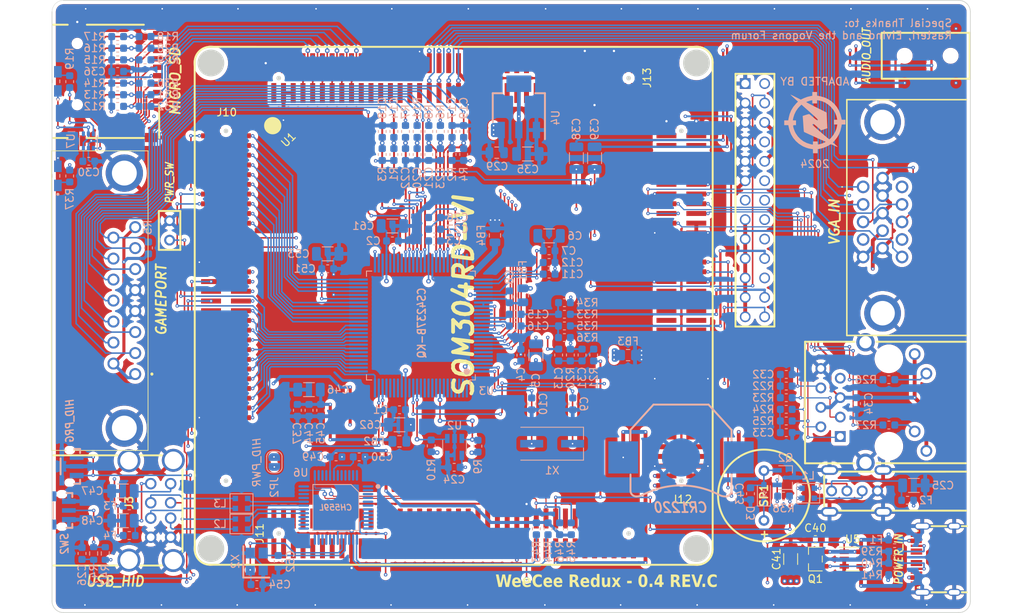
<source format=kicad_pcb>
(kicad_pcb (version 20240108) (generator "pcbnew") (generator_version "8.0")
  (title_block (title "WeeCee Redux") (date "2024-06-12") (rev "0.1"))
  (layers (0 "F.Cu" signal) (1 "In1.Cu" signal) (2 "In2.Cu" signal) (31 "B.Cu" signal) (34 "B.Paste" user) (35 "F.Paste" user) (36 "B.SilkS" user "B.Silkscreen") (37 "F.SilkS" user "F.Silkscreen") (38 "B.Mask" user) (39 "F.Mask" user) (44 "Edge.Cuts" user))
  (net 0 "")
  (net 1 "GND")
  (net 2 "Net-(U3-REFFLT)")
  (net 3 "+5VA")
  (net 4 "Net-(U3-XTALI)")
  (net 5 "Net-(U3-XTALO)")
  (net 6 "Net-(U3-RFILT)")
  (net 7 "Net-(U3-LFILT)")
  (net 8 "Net-(U3-LLINE)")
  (net 9 "Net-(C15-Pad2)")
  (net 10 "Net-(U3-RLINE)")
  (net 11 "Net-(C16-Pad2)")
  (net 12 "Net-(U3-ROUT)")
  (net 13 "Net-(U3-LOUT)")
  (net 14 "Net-(U3-MIN)")
  (net 15 "Net-(C38-Pad2)")
  (net 16 "Net-(C39-Pad2)")
  (net 17 "/MIDOUT")
  (net 18 "/JACY")
  (net 19 "/JACX")
  (net 20 "/JBCX")
  (net 21 "/JBCY")
  (net 23 "/DRQ1")
  (net 24 "/JBB2")
  (net 27 "/RSTDRV")
  (net 28 "/JAB1")
  (net 29 "/AEN")
  (net 31 "/JBB1")
  (net 33 "/JAB2")
  (net 35 "/IOCHRDY")
  (net 36 "/VBATT")
  (net 37 "+5VFILT")
  (net 38 "VCC")
  (net 39 "Net-(C32-Pad1)")
  (net 40 "Net-(C33-Pad1)")
  (net 41 "+3.3V")
  (net 42 "/VBUS")
  (net 43 "Net-(F1-Pad2)")
  (net 44 "Net-(J1-Pad3)")
  (net 45 "Net-(J1-Pad2)")
  (net 46 "/KBCLK")
  (net 47 "/MSCLK")
  (net 48 "/MSDATA")
  (net 49 "/KBDATA")
  (net 50 "/DDCDAT")
  (net 52 "/HSYNC")
  (net 53 "/BOUT")
  (net 54 "/DDCCLK")
  (net 55 "/ROUT")
  (net 56 "/GOUT")
  (net 58 "/VSYNC")
  (net 59 "Net-(J5-CLK)")
  (net 60 "Net-(J5-DAT0)")
  (net 61 "Net-(J5-DAT3{slash}CD)")
  (net 62 "Net-(J5-DAT1)")
  (net 63 "Net-(J5-DAT2)")
  (net 64 "Net-(J5-CMD)")
  (net 66 "/LANRX-")
  (net 67 "Net-(J7-D4)")
  (net 68 "/LANTX+")
  (net 69 "/LANRX+")
  (net 70 "/LANTX-")
  (net 71 "Net-(J8-CC2)")
  (net 75 "Net-(J8-CC1)")
  (net 79 "/USBD0+")
  (net 80 "/USBD0-")
  (net 81 "Net-(Q1-G)")
  (net 82 "/CS_SDA")
  (net 83 "/CS_SCL")
  (net 84 "/IDED0")
  (net 85 "/SPEAKER")
  (net 86 "/IDED1")
  (net 87 "/IDED2")
  (net 88 "/IDED3")
  (net 89 "/IDED4")
  (net 90 "/IDED5")
  (net 267 "Net-(J7-D2)")
  (net 302 "/IRQ5")
  (net 304 "/IRQ7")
  (net 311 "Net-(C25-Pad1)")
  (net 312 "/MIDIN")
  (net 313 "Net-(J2-Pad3)")
  (net 314 "Net-(J2-Pad13)")
  (net 315 "Net-(J2-Pad11)")
  (net 316 "Net-(J2-Pad6)")
  (net 317 "/PWR_SW")
  (net 319 "/RESET")
  (net 320 "/~{LINKACT}")
  (net 321 "/HID_VCC")
  (net 322 "/USBHIDX1-")
  (net 323 "/USBHIDX1+")
  (net 324 "/USBHID1+")
  (net 325 "/USBHID1-")
  (net 326 "/~{DUPLEX}")
  (net 327 "Net-(U3-LMIC)")
  (net 328 "AGND")
  (net 329 "Net-(C13-Pad2)")
  (net 330 "Net-(J3-VBUS1)")
  (net 331 "Net-(J3-VBUS2)")
  (net 332 "Net-(U6-XI{slash}P4.6)")
  (net 333 "Net-(U6-XO{slash}P4.7)")
  (net 334 "/USBHIDX2-")
  (net 335 "/USBHIDX2+")
  (net 336 "/CS_WT_IN_R")
  (net 337 "/~{WT_RESET}")
  (net 341 "/CS_WT_IN_L")
  (net 346 "/USBHID2+")
  (net 347 "/USBHID2-")
  (net 348 "/A1")
  (net 349 "/A10")
  (net 351 "/A2")
  (net 353 "/D1")
  (net 355 "/~{DACK1}")
  (net 356 "/A14")
  (net 358 "/A7")
  (net 359 "/A6")
  (net 360 "/A12")
  (net 361 "/D4")
  (net 362 "/D6")
  (net 363 "/D5")
  (net 365 "/A11")
  (net 367 "/A13")
  (net 368 "/A4")
  (net 369 "/A15")
  (net 370 "/D0")
  (net 371 "/A3")
  (net 372 "/A5")
  (net 373 "/~{IOW}")
  (net 374 "/D2")
  (net 375 "/~{IOR}")
  (net 376 "/D3")
  (net 379 "/A8")
  (net 380 "/A9")
  (net 381 "/D7")
  (net 382 "/A0")
  (net 384 "SGND")
  (net 427 "Net-(D3-A)")
  (net 428 "Net-(Q2-B)")
  (net 429 "Net-(R19-Pad2)")
  (net 430 "Net-(D2-Pad1)")
  (net 432 "Net-(R42-Pad2)")
  (net 433 "Net-(D1-Pad2)")
  (net 434 "Net-(U6-VDD33)")
  (net 437 "Net-(U6-P3.4)")
  (footprint "SnipE Footprints:U_TSOT-23-6" (layer "F.Cu") (at 200.32 131.8)
    (property "Reference" "U5")
    (property "Value" "U_MAX16054" (hide yes))
  )
  (footprint "SnipE Footprints:USB-A_2P_STACKED" (layer "F.Cu") (at 109.9 125.45 -90)
    (property "Reference" "J3")
    (property "Value" "USB_HID")
  )
  (footprint "SnipE Footprints:57478454" (layer "F.Cu") (at 106.572 107.631 -90)
    (property "Reference" "J2" (hide yes))
    (property "Value" "GAMEPORT")
  )
  (footprint "SnipE Footprints:SOM304RD-VI" (layer "F.Cu") (at 149.4786 97.4136 -90)
    (property "Reference" "U1")
    (property "Value" "SOM304RD-VI")
    (fp_circle (center -30.42996 33.02) (end -28.67996 33.02) (fill solid) (layer "Edge.Cuts"))
    (fp_circle (center 33.02 33.02) (end 34.77 33.02) (fill solid) (layer "Edge.Cuts"))
    (fp_circle (center -21.55515 31.0516) (end -21.25515 31.0516) (fill solid) (layer "Edge.Cuts"))
    (fp_circle (center 24.16485 31.0516) (end 24.46485 31.0516) (fill solid) (layer "Edge.Cuts"))
    (fp_circle (center -28.45511 24.15515) (end -28.15511 24.15515) (fill solid) (layer "Edge.Cuts"))
    (fp_circle (center 31.04489 24.15515) (end 31.34489 24.15515) (fill solid) (layer "Edge.Cuts"))
    (fp_circle (center -28.45511 -21.56485) (end -28.15511 -21.56485) (fill solid) (layer "Edge.Cuts"))
    (fp_circle (center 31.04489 -21.56485) (end 31.34489 -21.56485) (fill solid) (layer "Edge.Cuts"))
    (fp_circle (center -21.56511 -28.45486) (end -21.26511 -28.45486) (fill solid) (layer "Edge.Cuts"))
    (fp_circle (center 24.15489 -28.45486) (end 24.45489 -28.45486) (fill solid) (layer "Edge.Cuts"))
    (fp_circle (center -30.42996 -30.42996) (end -28.67996 -30.42996) (fill solid) (layer "Edge.Cuts"))
    (fp_circle (center 33.02 -30.42996) (end 34.77 -30.42996) (fill solid) (layer "Edge.Cuts"))
  )
  (footprint "SnipE Footprints:J_AUDIO35_C95463" (layer "F.Cu") (at 210.62 66.04 -90)
    (property "Reference" "J6" (hide yes))
    (property "Value" "AUDIO_OUT")
  )
  (footprint "SnipE Footprints:SP" (layer "F.Cu") (at 188.73 123.5 90)
    (property "Reference" "SP1")
    (property "Value" "SPEAKER" (hide yes))
  )
  (footprint "SnipE Footprints:C_1206_3216Metric" (layer "F.Cu") (at 192.22 131.8 90)
    (property "Reference" "C41")
    (property "Value" "47uF" (hide yes))
  )
  (footprint "SnipE Footprints:C_0603_1608Metric" (layer "F.Cu") (at 195.45 129.25)
    (property "Reference" "C40")
    (property "Value" "0.1uF" (hide yes))
  )
  (footprint "SnipE Footprints:MicroSD_TF01A_overhang" (layer "F.Cu") (at 102.3 69.38 -90)
    (property "Reference" "J5" (hide yes))
    (property "Value" "MICRO_SD")
  )
  (footprint "SnipE Footprints:Q_PFET_ENH_SOT-23-3" (layer "F.Cu") (at 195.45 131.8)
    (property "Reference" "Q1")
    (property "Value" "Q_PMOS_GDS" (hide yes))
  )
  (footprint "SnipE Footprints:J_CONN_02X13" (layer "F.Cu") (at 187.55 81.1 -90)
    (property "Reference" "J9" (hide yes))
    (property "Value" "WAVETABLE" (hide yes))
  )
  (footprint "SnipE Footprints:NIC_single_port_TH" (layer "F.Cu") (at 205.05 111.98 -90)
    (property "Reference" "J7" (hide yes))
    (property "Value" "Wuerth Elektronik 7499010211A" (hide yes))
  )
  (footprint "SnipE Footprints:P_CONN_01X02" (layer "F.Cu") (at 111.06 88.86 90)
    (property "Reference" "P1" (hide yes))
    (property "Value" "PWR_SW")
  )
  (footprint "SnipE Footprints:634015263032" (layer "F.Cu") (at 201.69 83.172 90)
    (property "Reference" "J4" (hide yes))
    (property "Value" "VGA_IN")
  )
  (footprint "SnipE Footprints:USB-A_1P_VERTICAL" (layer "F.Cu") (at 196.647 126.2275 90)
    (property "Reference" "J1" (hide yes))
    (property "Value" "48204-0001" (hide yes))
  )
  (footprint "SnipE Footprints:USB-C_31-M-12" (layer "F.Cu") (at 208.84 131.825 90)
    (property "Reference" "J8" (hide yes))
    (property "Value" "POWER_IN")
  )
  (footprint "SnipE Footprints:R_0603_1608Metric" (layer "B.Cu") (at 107.85 63.53 180)
    (property "Reference" "R18")
    (property "Value" "33" (hide yes))
  )
  (footprint "SnipE Footprints:L_EMI_FILTER_MCM2012B900GBE" (layer "B.Cu") (at 120.46 127.22 180)
    (property "Reference" "L2")
    (property "Value" "L_EMI_FILTER" (hide yes))
  )
  (footprint "SnipE Footprints:C_0603_1608Metric" (layer "B.Cu") (at 161.9 105.14 -90)
    (property "Reference" "C13")
    (property "Value" "0.1uF" (hide yes))
  )
  (footprint "SnipE Footprints:C_1206_3216Metric" (layer "B.Cu") (at 129.275 109.665 180)
    (property "Reference" "C46")
    (property "Value" "33uF" (hide yes))
  )
  (footprint "SnipE Footprints:C_1206_3216Metric" (layer "B.Cu") (at 158.93 105.16 -90)
    (property "Reference" "C5")
    (property "Value" "33uF" (hide yes))
  )
  (footprint "SnipE Footprints:R_0603_1608Metric" (layer "B.Cu") (at 98.01 81.75 -90)
    (property "Reference" "R37")
    (property "Value" "100R" (hide yes))
  )
  (footprint "SnipE Footprints:U_SOT-363_SC-70-6" (layer "B.Cu") (at 100.45 77.18 90)
    (property "Reference" "U7")
    (property "Value" "74LVC2G07" (hide yes))
  )
  (footprint "SnipE Footprints:C_1206_3216Metric" (layer "B.Cu") (at 160.65 89.57)
    (property "Reference" "C6")
    (property "Value" "1uF" (hide yes))
  )
  (footprint "SnipE Footprints:C_0603_1608Metric" (layer "B.Cu") (at 200.82 111.49 -90)
    (property "Reference" "C34")
    (property "Value" "100nF" (hide yes))
  )
  (footprint "SnipE Footprints:C_0603_1608Metric" (layer "B.Cu") (at 141.11 112.3 180)
    (property "Reference" "C1")
    (property "Value" "100nF" (hide yes))
  )
  (footprint "SnipE Footprints:C_0603_1608Metric" (layer "B.Cu") (at 100.5 79.825)
    (property "Reference" "C30")
    (property "Value" "100nF" (hide yes))
  )
  (footprint "SnipE Footprints:R_0603_1608Metric" (layer "B.Cu") (at 107.8475 71.13 180)
    (property "Reference" "R31")
    (property "Value" "33" (hide yes))
  )
  (footprint "SnipE Footprints:C_0603_1608Metric" (layer "B.Cu") (at 156.97 105.16 90)
    (property "Reference" "C4")
    (property "Value" "100nF" (hide yes))
  )
  (footprint "SnipE Footprints:R_0603_1608Metric" (layer "B.Cu") (at 205.8 132.33 180)
    (property "Reference" "R40")
    (property "Value" "5.1k" (hide yes))
  )
  (footprint "SnipE Footprints:LED_LTST-S220KSKT" (layer "B.Cu") (at 96.465 81.73 90)
    (property "Reference" "D2" (hide yes))
    (property "Value" "PWR_LED" (hide yes))
  )
  (footprint "SnipE Footprints:C_0603_1608Metric" (layer "B.Cu") (at 148.25 119.8125 180)
    (property "Reference" "C24")
    (property "Value" "0.1uF" (hide yes))
  )
  (footprint "SnipE Footprints:R_0805_2012Metric" (layer "B.Cu") (at 157.22 97.3375 -90)
    (property "Reference" "FB1")
    (property "Value" "FB" (hide yes))
  )
  (footprint "SnipE Footprints:U_TQFP-100_14x14mm_P0.5mm_HandSoldering" (layer "B.Cu") (at 143.9 101.2875 90)
    (property "Reference" "U3")
    (property "Value" "CS4237B-KQ")
  )
  (footprint "SnipE Footprints:C_0603_1608Metric" (layer "B.Cu") (at 129.285 112.365 90)
    (property "Reference" "C44")
    (property "Value" "100nF" (hide yes))
  )
  (footprint "SnipE Footprints:snipe_96x96px" (layer "B.Cu") (at 195.38 74.77 180)
    (property "Reference" "2024")
    (property "Value" "2024" (hide yes))
  )
  (footprint "SnipE Footprints:C_0603_1608Metric" (layer "B.Cu") (at 160.65 93.05 180)
    (property "Reference" "C12")
    (property "Value" "1nF" (hide yes))
  )
  (footprint "SnipE Footprints:C_0603_1608Metric" (layer "B.Cu") (at 191.645 115.28)
    (property "Reference" "C33")
    (property "Value" "100nF" (hide yes))
  )
  (footprint "SnipE Footprints:R_0603_1608Metric" (layer "B.Cu") (at 191.645 113.76)
    (property "Reference" "R25")
    (property "Value" "49.9" (hide yes))
  )
  (footprint "SnipE Footprints:C_0603_1608Metric" (layer "B.Cu") (at 145.685 87.17)
    (property "Reference" "C28")
    (property "Value" "1nF" (hide yes))
  )
  (footprint "SnipE Footprints:X_SMD3225" (layer "B.Cu") (at 122.45 132.12 90)
    (property "Reference" "X2")
    (property "Value" "12MHz" (hide yes))
  )
  (footprint "SnipE Footprints:R_0603_1608Metric" (layer "B.Cu") (at 205.8 130.81 180)
    (property "Reference" "R39")
    (property "Value" "5.1k" (hide yes))
  )
  (footprint "SnipE Footprints:Fuse_0603_1608Metric_no_outline" (layer "B.Cu") (at 105.7875 124.85)
    (property "Reference" "F3")
    (property "Value" "F" (hide yes))
  )
  (footprint "SnipE Footprints:R_0603_1608Metric" (layer "B.Cu") (at 138.85 78.94 -90)
    (property "Reference" "R3")
    (property "Value" "4.7k" (hide yes))
  )
  (footprint "SnipE Footprints:C_0603_1608Metric" (layer "B.Cu") (at 135.835 118.45 180)
    (property "Reference" "C50")
    (property "Value" "3.3uF" (hide yes))
  )
  (footprint "SnipE Footprints:R_0603_1608Metric" (layer "B.Cu") (at 140.37 78.94 -90)
    (property "Reference" "R1")
    (property "Value" "4.7k" (hide yes))
  )
  (footprint "SnipE Footprints:R_0603_1608Metric" (layer "B.Cu") (at 205.05 108.36)
    (property "Reference" "R26")
    (property "Value" "1k" (hide yes))
  )
  (footprint "SnipE Footprints:C_0603_1608Metric" (layer "B.Cu") (at 145.685 90.23)
    (property "Reference" "C3")
    (property "Value" "100nF" (hide yes))
  )
  (footprint "SnipE Footprints:C_0603_1608Metric" (layer "B.Cu") (at 99.62 131.07 -90)
    (property "Reference" "C26")
    (property "Value" "100nF" (hide yes))
  )
  (footprint "SnipE Footprints:R_0603_1608Metric" (layer "B.Cu") (at 104.275 69.61)
    (property "Reference" "R14")
    (property "Value" "47k" (hide yes))
  )
  (footprint "SnipE Footprints:C_1206_3216Metric" (layer "B.Cu") (at 208.32 122.18)
    (property "Reference" "C25")
    (property "Value" "47uF" (hide yes))
  )
  (footprint "SnipE Footprints:Q_PFET_ENH_SOT-23-3" (layer "B.Cu") (at 191.55 121.16 180)
    (property "Reference" "Q2")
    (property "Value" "NPN" (hide yes))
  )
  (footprint "SnipE Footprints:R_0603_1608Metric" (layer "B.Cu") (at 107.85 69.61 180)
    (property "Reference" "R30")
    (property "Value" "33" (hide yes))
  )
  (footprint "SnipE Footprints:C_0603_1608Metric" (layer "B.Cu") (at 140.18 90.23)
    (property "Reference" "C2")
    (property "Value" "100nF" (hide yes))
  )
  (footprint "SnipE Footprints:C_0805_2012Metric" (layer "B.Cu") (at 153.81 78.7 180)
    (property "Reference" "C29")
    (property "Value" "10uF" (hide yes))
  )
  (footprint "SnipE Footprints:C_0603_1608Metric" (layer "B.Cu") (at 156.23 99.82)
    (property "Reference" "C15")
    (property "Value" "10uF" (hide yes))
  )
  (footprint "SnipE Footprints:C_1206_3216Metric" (layer "B.Cu") (at 141.11 114.255023)
    (property "Reference" "C62")
    (property "Value" "1uF" (hide yes))
  )
  (footprint "SnipE Footprints:U_QFP-48-0.5mm" (layer "B.Cu") (at 132.79 125.065 180)
    (property "Reference" "U6")
    (property "Value" "CH559L")
  )
  (footprint "SnipE Footprints:R_0603_1608Metric" (layer "B.Cu") (at 160.51 127.845 90)
    (property "Reference" "R44")
    (property "Value" "4.7k" (hide yes))
  )
  (footprint "SnipE Footprints:C_0603_1608Metric" (layer "B.Cu") (at 186.97 123.265 -90)
    (property "Reference" "C43")
    (property "Value" "10nF" (hide yes))
  )
  (footprint "SnipE Footprints:R_0603_1608Metric" (layer "B.Cu") (at 191.645 112.24)
    (property "Reference" "R24")
    (property "Value" "49.9" (hide yes))
  )
  (footprint "SnipE Footprints:R_0603_1608Metric" (layer "B.Cu") (at 107.8525 65.05 180)
    (property "Reference" "R28")
    (property "Value" "33" (hide yes))
  )
  (footprint "SnipE Footprints:R_0603_1608Metric" (layer "B.Cu") (at 205.8 133.85 180)
    (property "Reference" "R41")
    (property "Value" "47k" (hide yes))
  )
  (footprint "SnipE Footprints:C_1206_3216Metric" (layer "B.Cu") (at 164.22 79.41 90)
    (property "Reference" "C38")
    (property "Value" "10uF" (hide yes))
  )
  (footprint "SnipE Footprints:C_0603_1608Metric" (layer "B.Cu") (at 127.76 112.365 90)
    (property "Reference" "C37")
    (property "Value" "100nF" (hide yes))
  )
  (footprint "SnipE Footprints:R_0603_1608Metric" (layer "B.Cu") (at 147.97 78.94 -90)
    (property "Reference" "R2")
    (property "Value" "4.7k" (hide yes))
  )
  (footprint "Resistor_SMD:R_0603_1608Metric" (layer "B.Cu") (at 102.66 131.07 90)
    (property "Reference" "R42")
    (property "Value" "10k" (hide yes))
  )
  (footprint "SnipE Footprints:R_0603_1608Metric" (layer "B.Cu") (at 98.01 69.415 -90)
    (property "Reference" "R19")
    (property "Value" "33R" (hide yes))
  )
  (footprint "SnipE Footprints:Fuse_0603_1608Metric_no_outline" (layer "B.Cu") (at 205.8 129.29)
    (property "Reference" "F1")
    (property "Value" "F" (hide yes))
  )
  (footprint "SnipE Footprints:R_0603_1608Metric" (layer "B.Cu") (at 108.3 91.15 -90)
    (property "Reference" "R5")
    (property "Value" "4.7k" (hide yes))
  )
  (footprint "SnipE Footprints:R_0603_1608Metric" (layer "B.Cu") (at 162.655 102.86)
    (property "Reference" "R36")
    (property "Value" "6.8k" (hide yes))
  )
  (footprint "SnipE Footprints:C_1206_3216Metric" (layer "B.Cu") (at 104.97 126.79 180)
    (property "Reference" "C48")
    (property "Value" "47uF" (hide yes))
  )
  (footprint "SnipE Footprints:C_0603_1608Metric" (layer "B.Cu") (at 155.47 97.535 -90)
    (property "Reference" "C8")
    (property "Value" "100nF" (hide yes))
  )
  (footprint "SnipE Footprints:C_0603_1608Metric" (layer "B.Cu") (at 122.465 135.13)
    (property "Reference" "C54")
    (property "Value" "33pF" (hide yes))
  )
  (footprint "SnipE Footprints:R_0603_1608Metric" (layer "B.Cu") (at 145.25 117.0125 -90)
    (property "Reference" "R10")
    (property "Value" "4.7k" (hide yes))
  )
  (footprint "SnipE Footprints:R_0603_1608Metric" (layer "B.Cu") (at 162.03 127.845 -90)
    (property "Reference" "R46")
    (property "Value" "4.7k" (hide yes))
  )
  (footprint "SnipE Footprints:R_0603_1608Metric" (layer "B.Cu") (at 191.645 109.2)
    (property "Reference" "R22")
    (property "Value" "49.9" (hide yes))
  )
  (footprint "SnipE Footprints:C_0603_1608Metric" (layer "B.Cu") (at 143.41 78.94 -90)
    (property "Reference" "C20")
    (property "Value" "5.6nF" (hide yes))
  )
  (footprint "SnipE Footprints:C_0603_1608Metric" (layer "B.Cu") (at 125.26 132.11 -90)
    (property "Reference" "C52")
    (property "Value" "33pF" (hide yes))
  )
  (footprint "SnipE Footprints:C_0603_1608Metric" (layer "B.Cu") (at 130.81 112.365 90)
    (property "Reference" "C45")
    (property "Value" "100nF" (hide yes))
  )
  (footprint "SnipE Footprints:C_1206_3216Metric" (layer "B.Cu") (at 157.88 78.87)
    (property "Reference" "C35")
    (property "Value" "47uF" (hide yes))
  )
  (footprint "SnipE Footprints:C_0603_1608Metric" (layer "B.Cu") (at 132.815 118.45 180)
    (property "Reference" "C49")
    (property "Value" "0.1uF" (hide yes))
  )
  (footprint "Jumper:SolderJumper-2_P1.3mm_Open_RoundedPad1.0x1.5mm" (layer "B.Cu") (at 124.75 119.12 -90)
    (property "Reference" "JP2")
    (property "Value" "HID_PWR")
  )
  (footprint "SnipE Footprints:C_0603_1608Metric" (layer "B.Cu") (at 160.65 91.52)
    (property "Reference" "C7")
    (property "Value" "100nF" (hide yes))
  )
  (footprint "SnipE Footprints:R_0805_2012Metric" (layer "B.Cu") (at 141.09 116.42)
    (property "Reference" "FB2")
    (property "Value" "600Ω@100MHz" (hide yes))
  )
  (footprint "SnipE Footprints:C_0603_1608Metric" (layer "B.Cu") (at 145.685 88.7 180)
    (property "Reference" "C27")
    (property "Value" "1nF" (hide yes))
  )
  (footprint "SnipE Footprints:R_0603_1608Metric" (layer "B.Cu") (at 166.48 105.14 90)
    (property "Reference" "R21")
    (property "Value" "47k" (hide yes))
  )
  (footprint "SnipE Footprints:C_0603_1608Metric" (layer "B.Cu") (at 141.89 78.94 -90)
    (property "Reference" "C22")
    (property "Value" "5.6nF" (hide yes))
  )
  (footprint "SnipE Footprints:R_0603_1608Metric" (layer "B.Cu") (at 162.655 98.3)
    (property "Reference" "R34")
    (property "Value" "6.8k" (hide yes))
  )
  (footprint "SnipE Footprints:Fuse_0603_1608Metric_no_outline" (layer "B.Cu") (at 105.7875 128.73)
    (property "Reference" "F4")
    (property "Value" "F" (hide yes))
  )
  (footprint "SnipE Footprints:R_0603_1608Metric" (layer "B.Cu") (at 104.275 63.53)
    (property "Reference" "R17")
    (property "Value" "47k" (hide yes))
  )
  (footprint "SnipE Footprints:R_0603_1608Metric" (layer "B.Cu") (at 163.43 105.14 90)
    (property "Reference" "R20")
    (property "Value" "4.7k" (hide yes))
  )
  (footprint "SnipE Footprints:C_0603_1608Metric" (layer "B.Cu") (at 191.645 107.68)
    (property "Reference" "C32")
    (property "Value" "100nF" (hide yes))
  )
  (footprint "SnipE Footprints:R_0805_2012Metric" (layer "B.Cu") (at 153.58 89.51 -90)
    (property "Reference" "FB4")
    (property "Value" "100Ω@100MHz" (hide yes))
  )
  (footprint "SnipE Footprints:R_0603_1608Metric" (layer "B.Cu") (at 162.655 99.82 180)
    (property "Reference" "R33")
    (property "Value" "6.8k" (hide yes))
  )
  (footprint "SnipE Footprints:C_0603_1608Metric" (layer "B.Cu") (at 147.97 75.925 90)
    (property "Reference" "C17")
    (property "Value" "1nF" (hide yes))
  )
  (footprint "SnipE Footprints:C_0603_1608Metric" (layer "B.Cu") (at 149.49 75.925 90)
    (property "Reference" "C19")
    (property "Value" "1nF" (hide yes))
  )
  (footprint "SnipE Footprints:C_0603_1608Metric" (layer "B.Cu") (at 158.38 111.525 90)
    (property "Reference" "C10")
    (property "Value" "22pF" (hide yes))
  )
  (footprint "SnipE Footprints:C_0603_1608Metric" (layer "B.Cu") (at 138.85 75.925 90)
    (property "Reference" "C18")
    (property "Value" "1nF" (hide yes))
  )
  (footprint "SnipE Footprints:R_0603_1608Metric" (layer "B.Cu") (at 104.275 66.57)
    (property "Reference" "R15")
    (property "Value" "47k" (hide yes))
  )
  (footprint "SnipE Footprints:R_0603_1608Metric" (layer "B.Cu") (at 107.8475 72.65 180)
    (property "Reference" "R32")
    (property "Value" "33" (hide yes))
  )
  (footprint "SnipE Footprints:R_0603_1608Metric" (layer "B.Cu") (at 104.275 71.13)
    (property "Reference" "R13")
    (property "Value" "47k" (hide yes))
  )
  (footprint "SnipE Footprints:C_0603_1608Metric" (layer "B.Cu") (at 146.45 78.94 -90)
    (property "Reference" "C23")
    (property "Value" "5.6nF" (hide yes))
  )
  (footprint "SnipE Footprints:C_0603_1608Metric" (layer "B.Cu") (at 104.275 68.09 180)
    (property "Reference" "C36")
    (property "Value" "100nF" (hide yes))
  )
  (footprint "SnipE Footprints:R_0603_1608Metric" (layer "B.Cu") (at 191.645 110.72)
    (property "Reference" "R23")
    (property "Value" "49.9" (hide yes))
  )
  (footprint "SnipE Footprints:R_0603_1608Metric" (layer "B.Cu") (at 143.41 75.925 -90)
    (property "Reference" "R11")
    (property "Value" "2.2k" (hide yes))
  )
  (footprint "SnipE Footprints:R_0603_1608Metric" (layer "B.Cu") (at 158.99 127.845 90)
    (property "Reference" "R43")
    (property "Value" "4.7k" (hide yes))
  )
  (footprint "SnipE Footprints:L_EMI_FILTER_MCM2012B900GBE" (layer "B.Cu") (at 120.46 124.54 180)
    (property "Reference" "L3")
    (property "Value" "L_EMI_FILTER" (hide yes))
  )
  (footprint "SnipE Footprints:C_1206_3216Metric" (layer "B.Cu") (at 131.72 91.92)
    (property "Reference" "C53")
    (property "Value" "1nF" (hide yes))
  )
  (footprint "SnipE Footprints:U_SOT-223-3" (layer "B.Cu") (at 156.7 72.84 90)
    (property "Reference" "U4")
    (property "Value" "AMS1117-3.3" (hide yes))
  )
  (footprint "SnipE Footprints:R_0603_1608Metric" (layer "B.Cu") (at 191.29 123.58 180)
    (property "Reference" "R38")
    (property "Value" "1k" (hide yes))
  )
  (footprint "SnipE Footprints:C_1206_3216Metric" (layer "B.Cu") (at 104.965 122.91 180)
    (property "Reference" "C47")
    (property "Value" "47uF" (hide yes))
  )
  (footprint "SnipE Footprints:R_0603_1608Metric" (layer "B.Cu") (at 104.275 65.05)
    (property "Reference" "R16")
    (property "Value" "47k" (hide yes))
  )
  (footprint "SnipE Footprints:D_SOD-323F" (layer "B.Cu") (at 188.72 123.26 90)
    (property "Reference" "D3")
    (property "Value" "1N4148" (hide yes))
  )
  (footprint "SnipE Footprints:LED_LTST-S220KSKT" (layer "B.Cu") (at 96.465 69.38 90)
    (property "Reference" "D1" (hide yes))
    (property "Value" "SD_ACT" (hide yes))
  )
  (footprint "SnipE Footprints:C_1206_3216Metric" (layer "B.Cu") (at 140.18 88.274977 180)
    (property "Reference" "C61")
    (property "Value" "1uF" (hide yes))
  )
  (footprint "SnipE Footprints:SW_C2859426" (layer "B.Cu") (at 97 125.45 90)
    (property "Reference" "SW2")
    (property "Value" "RESET" (hide yes))
  )
  (footprint "SnipE Footprints:C_0603_1608Metric" (layer "B.Cu") (at 164.96 105.14 90)
    (property "Reference" "C31")
    (property "Value" "2.7nF" (hide yes))
  )
  (footprint "SnipE Footprints:SW_C2859426" (layer "B.Cu") (at 98.0175 119.69 90)
    (property "Reference" "SW3" (hide yes))
    (property "Value" "HID_PRG")
  )
  (footprint "SnipE Footprints:Fuse_0603_1608Metric_no_outline" (layer "B.Cu") (at 207.495 124.12 180)
    (property "Reference" "F2")
    (property "Value" "F" (hide yes))
  )
  (footprint "SnipE Footprints:R_0603_1608Metric" (layer "B.Cu") (at 149.49 78.94 -90)
    (property "Reference" "R4")
    (property "Value" "4.7k" (hide yes))
  )
  (footprint "SnipE Footprints:R_0805_2012Metric" (layer "B.Cu") (at 170.97 105.15 180)
    (property "Reference" "FB3")
    (property "Value" "100Ω@100MHz" (hide yes))
  )
  (footprint "SnipE Footprints:R_0603_1608Metric" (layer "B.Cu") (at 107.85 66.57 180)
    (property "Reference" "R29")
    (property "Value" "33" (hide yes))
  )
  (footprint "SnipE Footprints:C_0603_1608Metric" (layer "B.Cu") (at 163.74 111.525 90)
    (property "Reference" "C9")
    (property "Value" "22pF" (hide yes))
  )
  (footprint "SnipE Footprints:C_0603_1608Metric" (layer "B.Cu") (at 160.655 94.57 180)
    (property "Reference" "C11")
    (property "Value" "1nF" (hide yes))
  )
  (footprint "SnipE Footprints:C_0603_1608Metric" (layer "B.Cu") (at 156.23 101.35)
    (property "Reference" "C16")
    (property "Value" "10uF" (hide yes))
  )
  (footprint "SnipE Footprints:L_EMI_FILTER_MCM2012B900GBE" (layer "B.Cu") (at 194.51 123.2 180)
    (property "Reference" "L1")
    (property "Value" "L_EMI_FILTER" (hide yes))
  )
  (footprint "SnipE Footprints:R_0603_1608Metric" (layer "B.Cu") (at 163.55 127.845 -90)
    (property "Reference" "R45")
    (property "Value" "4.7k" (hide yes))
  )
  (footprint "SnipE Footprints:R_0603_1608Metric" (layer "B.Cu") (at 104.275 72.65)
    (property "Reference" "R12")
    (property "Value" "47k" (hide yes))
  )
  (footprint "SnipE Footprints:C_0603_1608Metric" (layer "B.Cu") (at 140.37 75.925 90)
    (property "Reference" "C14")
    (property "Value" "1nF" (hide yes))
  )
  (footprint "Resistor_SMD:R_0603_1608Metric" (layer "B.Cu") (at 101.14 131.07 90)
    (property "Reference" "R47")
    (property "Value" "470" (hide yes))
  )
  (footprint "SnipE Footprints:X_Crystal_SMD_HC49S-MINI" (layer "B.Cu") (at 161.05 116.73 180)
    (property "Reference" "X1")
    (property "Value" "16.9344MHz" (hide yes))
  )
  (footprint "SnipE Footprints:R_0603_1608Metric" (layer "B.Cu") (at 162.655 101.34 180)
    (property "Reference" "R35")
    (property "Value" "6.8k" (hide yes))
  )
  (footprint "SnipE Footprints:C_0603_1608Metric" (layer "B.Cu") (at 144.93 78.94 -90)
    (property "Reference" "C21")
    (property "Value" "5.6nF" (hide yes))
  )
  (footprint "SnipE Footprints:R_0603_1608Metric" (layer "B.Cu") (at 146.45 75.925 -90)
    (property "Reference" "R6")
    (property "Value" "2.2k" (hide yes))
  )
  (footprint "SnipE Footprints:C_0603_1608Metric" (layer "B.Cu") (at 131.72 93.870094)
    (property "Reference" "C51")
    (property "Value" "100nF" (hide yes))
  )
  (footprint "SnipE Footprints:R_0603_1608Metric" (layer "B.Cu") (at 205.05 114.29)
    (property "Reference" "R27")
    (property "Value" "1k" (hide yes))
  )
  (footprint "SnipE Footprints:BATT-1220-03" (layer "B.Cu") (at 177.89 118.52)
    (property "Reference" "BT1" (hide yes))
    (property "Value" "CR1220")
  )
  (footprint "SnipE Footprints:R_0603_1608Metric" (layer "B.Cu") (at 144.93 75.925 -90)
    (property "Reference" "R8")
    (property "Value" "2.2k" (hide yes))
  )
  (footprint "SnipE Footprints:C_1206_3216Metric" (layer "B.Cu") (at 166.6 79.41 90)
    (property "Reference" "C39")
    (property "Value" "10uF" (hide yes))
  )
  (footprint "SnipE Footprints:R_0603_1608Metric" (layer "B.Cu") (at 151.35 117.05 -90)
    (property "Reference" "R9")
    (property "Value" "4.7k" (hide yes))
  )
  (footprint "SnipE Footprints:U_SOT-23-5" (layer "B.Cu") (at 148.3 117.15 -90)
    (property "Reference" "U2")
    (property "Value" "U_K24C08" (hide yes))
  )
  (footprint "SnipE Footprints:R_0603_1608Metric" (layer "B.Cu") (at 141.89 75.925 -90)
    (property "Reference" "R7")
    (property "Value" "2.2k" (hide yes))
  )
  (gr_circle (center 149.9 107.3) (end 150.260555 107.3) (stroke (width 0.1)) (fill solid) (layer "B.SilkS"))
  (gr_line (start 95.7 60.3) (end 95.70066 137.29934) (stroke (width 0.1)) (layer "Edge.Cuts"))
  (gr_line (start 97.20066 138.79934) (end 214.19934 138.79934) (stroke (width 0.1)) (layer "Edge.Cuts"))
  (gr_arc (start 215.69934 137.29934) (mid 215.26 138.36) (end 214.19934 138.79934) (stroke (width 0.1)) (layer "Edge.Cuts"))
  (gr_line (start 215.69934 60.30066) (end 215.7 137.3) (stroke (width 0.1)) (layer "Edge.Cuts"))
  (gr_arc (start 95.7 60.3) (mid 96.13934 59.23934) (end 97.2 58.8) (stroke (width 0.05)) (layer "Edge.Cuts"))
  (gr_line (start 97.2 58.8) (end 214.19934 58.80066) (stroke (width 0.1)) (layer "Edge.Cuts"))
  (gr_arc (start 97.20066 138.79934) (mid 96.14 138.36) (end 95.70066 137.29934) (stroke (width 0.1)) (layer "Edge.Cuts"))
  (gr_arc (start 214.19934 58.80066) (mid 215.26 59.24) (end 215.69934 60.30066) (stroke (width 0.1)) (layer "Edge.Cuts"))
  (gr_text "ADAPTED BY" (at 195.38 69.99 0) (layer "B.SilkS") (effects (font (size 1 1)) (justify bottom mirror)))
  (gr_text "Special Thanks to:\nRasteri, Eivind and the Vogons Forum" (at 213.39 63.96 0) (layer "B.SilkS") (effects (font (size 1 1)) (justify left bottom mirror)))
  (gr_text "WeeCee Redux - 0.4 REV.C" (at 153.64 135.72 0) (layer "F.SilkS") (effects (font (size 1.6 1.4) (thickness 0.3) (bold yes) (italic yes)) (justify left bottom)))
  (gr_text "J11" (at 123.42 129.88 90) (layer "F.SilkS") (effects (font (size 1 1)) (justify left bottom)))
  (gr_text "J10" (at 117.1 74.02 0) (layer "F.SilkS") (effects (font (size 1 1)) (justify left bottom)))
  (gr_text "J13" (at 174.04 70.35 90) (layer "F.SilkS") (effects (font (size 1 1)) (justify left bottom)))
  (gr_text "J12" (at 176.56 124.58 0) (layer "F.SilkS") (effects (font (size 1 1)) (justify left bottom)))
  (segment (start 99.01 77.15) (end 99 77.14) (width 0.2) (layer "F.Cu") (net 1))
  (segment (start 205.52 89.852) (end 204.16 91.212) (width 0.2) (layer "F.Cu") (net 1))
  (segment (start 174.4636 89.1836) (end 174.46 89.18) (width 0.5) (layer "F.Cu") (net 1))
  (segment (start 143.7286 65.4914) (end 143.73 65.49) (width 0.2) (layer "F.Cu") (net 1))
  (segment (start 157.7086 126.5036) (end 157.7086 124.61) (width 0.5) (layer "F.Cu") (net 1))
  (segment (start 114.9564 93.0036) (end 114.95 93.01) (width 0.2) (layer "F.Cu") (net 1))
  (segment (start 181.4036 95.5336) (end 181.41 95.54) (width 0.2) (layer "F.Cu") (net 1))
  (segment (start 116.48189 93.0036) (end 114.9564 93.0036) (width 0.5) (layer "F.Cu") (net 1))
  (segment (start 132.5 97.2625) (end 132.5 94.6) (width 0.2) (layer "F.Cu") (net 1))
  (segment (start 174.38 95.54) (end 174.3864 95.5336) (width 0.5) (layer "F.Cu") (net 1))
  (segment (start 174.3864 95.5336) (end 175.9886 95.5336) (width 0.5) (layer "F.Cu") (net 1))
  (segment (start 181.4064 89.1836) (end 181.41 89.18) (width 0.5) (layer "F.Cu") (net 1))
  (segment (start 150.0786 70.9036) (end 150.0786 69.57005) (width 0.5) (layer "F.Cu") (net 1))
  (segment (start 205.52 87.992) (end 205.52 89.852) (width 0.2) (layer "F.Cu") (net 1))
  (segment (start 209.46 127.49) (end 209 127.95) (width 0.5) (layer "F.Cu") (net 1))
  (segment (start 169.1286 65.41) (end 169.1286 67.0036) (width 0.5) (layer "F.Cu") (net 1))
  (segment (start 179.8886 89.1836) (end 179.8886 87.9136) (width 0.5) (layer "F.Cu") (net 1))
  (segment (start 125.9486 74.4414) (end 125.94 74.45) (width 0.5) (layer "F.Cu") (net 1))
  (segment (start 134.85 132.97) (end 134.8486 132.9686) (width 0.5) (layer "F.Cu") (net 1))
  (segment (start 208.68 135.935) (end 208.82 136.075) (width 0.5) (layer "F.Cu") (net 1))
  (segment (start 165.3186 65.41) (end 165.3186 67.0036) (width 0.5) (layer "F.Cu") (net 1))
  (segment (start 134.8486 126.5036) (end 134.8486 130.4036) (width 0.5) (layer "F.Cu") (net 1))
  (segment (start 114.9536 113.3236) (end 114.95 113.32) (width 0.2) (layer "F.Cu") (net 1))
  (segment (start 175.9886 89.1836) (end 174.4636 89.1836) (width 0.5) (layer "F.Cu") (net 1))
  (segment (start 209 127.95) (end 209 128.295) (width 0.5) (layer "F.Cu") (net 1))
  (segment (start 125.9486 70.9036) (end 125.9486 74.4414) (width 0.5) (layer "F.Cu") (net 1))
  (segment (start 181.41 119.6636) (end 179.8886 119.6636) (width 0.5) (layer "F.Cu") (net 1))
  (segment (start 148.8086 68.30005) (end 148.8086 67.0036) (width 0.5) (layer "F.Cu") (net 1))
  (segment (start 179.8886 108.2336) (end 181.41 108.2336) (width 0.5) (layer "F.Cu") (net 1))
  (segment (start 124.6786 67.0036) (end 123.625 67.0036) (width 0.5) (layer "F.Cu") (net 1))
  (segment (start 179.8886 82.8336) (end 181.41 82.8336) (width 0.5) (layer "F.Cu") (net 1))
  (segment (start 175.9886 108.2336) (end 174.4636 108.2336) (width 0.5) (layer "F.Cu") (net 1))
  (segment (start 204.16 86.632) (end 205.52 87.992) (width 0.2) (layer "F.Cu") (net 1))
  (segment (start 143.7286 67.0036) (end 143.7286 65.4914) (width 0.5) (layer "F.Cu") (net 1))
  (segment (start 150.0786 70.9036) (end 150.0786 72.4186) (width 0.5) (layer "F.Cu") (net 1))
  (segment (start 174.4636 119.6636) (end 174.46 119.66) (width 0.2) (layer "F.Cu") (net 1))
  (segment (start 116.48189 113.3236) (end 114.9536 113.3236) (width 0.5) (layer "F.Cu") (net 1))
  (segment (start 174.4636 84.1036) (end 174.46 84.1) (width 0.2) (layer "F.Cu") (net 1))
  (segment (start 156.4386 131.92) (end 156.4386 130.4036) (width 0.5) (layer "F.Cu") (net 1))
  (segment (start 175.9886 74.59) (end 175.9886 75.2136) (width 0.6) (layer "F.Cu") (net 1))
  (segment (start 166.5886 70.9036) (end 166.5886 72.48) (width 0.5) (layer "F.Cu") (net 1))
  (segment (start 179.8886 75.2136) (end 179.8886 74.59) (width 0.6) (layer "F.Cu") (net 1))
  (segment (start 175.9886 84.1036) (end 174.4636 84.1036) (width 0.5) (layer "F.Cu") (net 1))
  (segment (start 134.83 128.0514) (end 134.83 126.485) (width 0.4) (layer "F.Cu") (net 1))
  (segment (start 134.8486 132.9686) (end 134.8486 130.4036) (width 0.5) (layer "F.Cu") (net 1))
  (segment (start 175.9886 89.1836) (end 179.8886 89.1836) (width 0.5) (layer "F.Cu") (net 1))
  (segment (start 100.825 77.15) (end 99.01 77.15) (width 0.2) (layer "F.Cu") (net 1))
  (segment (start 150.0786 69.57005) (end 148.8086 68.30005) (width 0.5) (layer "F.Cu") (net 1))
  (segment (start 174.4636 108.2336) (end 174.46 108.23) (width 0.2) (layer "F.Cu") (net 1))
  (segment (start 179.8886 89.1836) (end 181.4064 89.1836) (width 0.5) (layer "F.Cu") (net 1))
  (segment (start 179.8886 95.5336) (end 181.4036 95.5336) (width 0.5) (layer "F.Cu") (net 1))
  (segment (start 134.8486 128.07) (end 134.83 128.0514) (width 0.4) (layer "F.Cu") (net 1))
  (segment (start 208.68 135.015) (end 208.68 135.935) (width 0.5) (layer "F.Cu") (net 1))
  (segment (start 150.0786 72.4186) (end 150.08 72.42) (width 0.2) (layer "F.Cu") (net 1))
  (segment (start 127.2186 70.9036) (end 125.9486 70.9036) (width 0.5) (layer "F.Cu") (net 1))
  (segment (start 175.9886 119.6636) (end 174.4636 119.6636) (width 0.5) (layer "F.Cu") (net 1))
  (via (at 99 61.62) (size 0.6) (drill 0.3) (layers "F.Cu" "B.Cu") (net 1))
  (via (at 143.73 65.49) (size 0.45) (drill 0.2) (layers "F.Cu" "B.Cu") (net 1))
  (via (at 156.4386 131.92) (size 0.45) (drill 0.2) (layers "F.Cu" "B.Cu") (net 1))
  (via (at 106.07 68.09) (size 0.6) (drill 0.3) (layers "F.Cu" "B.Cu") (net 1))
  (via (at 181.41 89.18) (size 0.45) (drill 0.2) (layers "F.Cu" "B.Cu") (net 1))
  (via (at 181.41 119.6636) (size 0.45) (drill 0.2) (layers "F.Cu" "B.Cu") (net 1))
  (via (at 172.735 105.155003) (size 0.45) (drill 0.2) (layers "F.Cu" "B.Cu") (net 1))
  (via (at 134.85 132.97) (size 0.6) (drill 0.3) (layers "F.Cu" "B.Cu") (net 1))
  (via (at 180 137.8) (size 0.45) (drill 0.2) (layers "F.Cu" "B.Cu") (net 1))
  (via (at 123.625 67.0036) (size 0.6) (drill 0.3) (layers "F.Cu" "B.Cu") (net 1))
  (via (at 210 137.8) (size 0.45) (drill 0.2) (layers "F.Cu" "B.Cu") (net 1))
  (via (at 153.58 87.505) (size 0.45) (drill 0.2) (layers "F.Cu" "B.Cu") (net 1))
  (via (at 130.1 137.8) (size 0.45) (drill 0.2) (layers "F.Cu" "B.Cu") (net 1))
  (via (at 175.9886 74.59) (size 0.6) (drill 0.3) (layers "F.Cu" "B.Cu") (net 1))
  (via (at 172.735 104.58) (size 0.45) (drill 0.2) (layers "F.Cu" "B.Cu") (net 1))
  (via (at 119.9 137.8) (size 0.45) (drill 0.2) (layers "F.Cu" "B.Cu") (net 1))
  (via (at 160.1 137.8) (size 0.45) (drill 0.2) (layers "F.Cu" "B.Cu") (net 1))
  (via (at 181.41 82.8336) (size 0.45) (drill 0.2) (layers "F.Cu" "B.Cu") (net 1))
  (via (at 200 137.8) (size 0.45) (drill 0.2) (layers "F.Cu" "B.Cu") (net 1))
  (via (at 132.5 94.6) (size 0.45) (drill 0.2) (layers "F.Cu" "B.Cu") (net 1))
  (via (at 110 137.8) (size 0.45) (drill 0.2) (layers "F.Cu" "B.Cu") (net 1))
  (via (at 165.3186 65.41) (size 0.6) (drill 0.3) (layers "F.Cu" "B.Cu") (net 1))
  (via (at 120 59.9) (size 0.45) (drill 0.2) (layers "F.Cu" "B.Cu") (net 1))
  (via (at 190 137.8) (size 0.45) (drill 0.2) (layers "F.Cu" "B.Cu") (net 1))
  (via (at 150 137.8) (size 0.45) (drill 0.2) (layers "F.Cu" "B.Cu") (net 1))
  (via (at 130.2 59.9) (size 0.45) (drill 0.2) (layers "F.Cu" "B.Cu") (net 1))
  (via (at 100 137.8) (size 0.45) (drill 0.2) (layers "F.Cu" "B.Cu") (net 1))
  (via (at 190.1 59.9) (size 0.45) (drill 0.2) (layers "F.Cu" "B.Cu") (net 1))
  (via (at 180.1 59.9) (size 0.45) (drill 0.2) (layers "F.Cu" "B.Cu") (net 1))
  (via (at 125.94 74.45) (size 0.45) (drill 0.2) (layers "F.Cu" "B.Cu") (net 1))
  (via (at 96.475 79.4) (size 0.45) (drill 0.2) (layers "F.Cu" "B.Cu") (net 1))
  (via (at 100.825 77.15) (size 0.45) (drill 0.2) (layers "F.Cu" "B.Cu") (net 1))
  (via (at 160.2 59.9) (size 0.45) (drill 0.2) (layers "F.Cu" "B.Cu") (net 1))
  (via (at 150.1 59.9) (size 0.45) (drill 0.2) (layers "F.Cu" "B.Cu") (net 1))
  (via (at 132.5 97.2625) (size 0.45) (drill 0.2) (layers "F.Cu" "B.Cu") (net 1))
  (via (at 179.8886 74.59) (size 0.6) (drill 0.3) (layers "F.Cu" "B.Cu") (net 1))
  (via (at 153.004997 87.505) (size 0.45) (drill 0.2) (layers "F.Cu" "B.Cu") (net 1))
  (via (at 174.46 108.23) (size 0.45) (drill 0.2) (layers "F.Cu" "B.Cu") (net 1))
  (via (at 181.41 108.2336) (size 0.45) (drill 0.2) (layers "F.Cu" "B.Cu") (net 1))
  (via (at 169.1286 65.41) (size 0.6) (drill 0.3) (layers "F.Cu" "B.Cu") (net 1))
  (via (at 170.1 59.9) (size 0.45) (drill 0.2) (layers "F.Cu" "B.Cu") (net 1))
  (via (at 154.155003 87.505) (size 0.45) (drill 0.2) (layers "F.Cu" "B.Cu") (net 1))
  (via (at 140 137.8) (size 0.45) (drill 0.2) (layers "F.Cu" "B.Cu") (net 1))
  (via (at 200.1 59.9) (size 0.45) (drill 0.2) (layers "F.Cu" "B.Cu") (net 1))
  (via (at 157.7086 124.61) (size 0.6) (drill 0.3) (layers "F.Cu" "B.Cu") (net 1))
  (via (at 140.1 59.9) (size 0.45) (drill 0.2) (layers "F.Cu" "B.Cu") (net 1))
  (via (at 114.95 93.01) (size 0.45) (drill 0.2) (layers "F.Cu" "B.Cu") (net 1))
  (via (at 210.1 59.9) (size 0.45) (drill 0.2) (layers "F.Cu" "B.Cu") (net 1))
  (via (at 174.46 89.18) (size 0.45) (drill 0.2) (layers "F.Cu" "B.Cu") (net 1))
  (via (at 174.46 84.1) (size 0.45) (drill 0.2) (layers "F.Cu" "B.Cu") (net 1))
  (via (at 136.61 118.45) (size 0.45) (drill 0.2) (layers "F.Cu" "B.Cu") (net 1))
  (via (at 114.95 113.32) (size 0.45) (drill 0.2) (layers "F.Cu" "B.Cu") (net 1))
  (via (at 134.8486 128.07) (size 0.6) (drill 0.3) (layers "F.Cu" "B.Cu") (net 1))
  (via (at 100.1 59.9) (size 0.45) (drill 0.2) (layers "F.Cu" "B.Cu") (net 1))
  (via (at 174.46 119.66) (size 0.45) (drill 0.2) (layers "F.Cu" "B.Cu") (net 1))
  (via (at 156.96 105.065) (size 0.45) (drill 0.2) (layers "F.Cu" "B.Cu") (net 1))
  (via (at 150.08 72.42) (size 0.45) (drill 0.2) (layers "F.Cu" "B.Cu") (net 1))
  (via (at 110.1 59.9) (size 0.45) (drill 0.2) (layers "F.Cu" "B.Cu") (net 1))
  (via (at 174.38 95.54) (size 0.45) (drill 0.2) (layers "F.Cu" "B.Cu") (net 1))
  (via (at 181.41 95.54) (size 0.45) (drill 0.2) (layers "F.Cu" "B.Cu") (net 1))
  (via (at 166.5886 72.48) (size 0.6) (drill 0.3) (layers "F.Cu" "B.Cu") (net 1))
  (via (at 170 137.8) (size 0.45) (drill 0.2) (layers "F.Cu" "B.Cu") (net 1))
  (via (at 172.735 105.730006) (size 0.45) (drill 0.2) (layers "F.Cu" "B.Cu") (net 1))
  (via (at 133.59 118.45) (size 0.45) (drill 0.2) (layers "F.Cu" "B.Cu") (net 1))
  (segment (start 148.3 117.785) (end 147.835 118.25) (width 0.2) (layer "B.Cu") (net 1))
  (segment (start 132.5 94.6) (end 132.5 93.875094) (width 0.2) (layer "B.Cu") (net 1))
  (segment (start 100.45 79.65) (end 100.45 78.13) (width 0.2) (layer "B.Cu") (net 1))
  (segment (start 171.96 105.145003) (end 172.725 105.145003) (width 0.2) (layer "B.Cu") (net 1))
  (segment (start 140.955 88.974977) (end 141.655 88.274977) (width 0.25) (layer "B.Cu") (net 1))
  (segment (start 105.05 68.09) (end 106.04 68.09) (width 0.2) (layer "B.Cu") (net 1))
  (segment (start 153.004997 87.505) (end 154.155003 87.505) (width 0.6) (layer "B.Cu") (net 1))
  (segment (start 133.04 128.22) (end 133.04 129.265) (width 0.2) (layer "B.Cu") (net 1))
  (segment (start 132.525 97.2875) (end 135.7375 97.2875) (width 0.2) (layer "B.Cu") (net 1))
  (segment (start 147.475 119.8125) (end 147.3775 119.715) (width 0.2) (layer "B.Cu") (net 1))
  (segment (start 176.75 119.66) (end 177.89 118.52) (width 0.5) (layer "B.Cu") (net 1))
  (segment (start 96.465 79.41) (end 96.475 79.4) (width 0.2) (layer "B.Cu") (net 1))
  (segment (start 147.835 118.25) (end 147.35 118.25) (width 0.2) (layer "B.Cu") (net 1))
  (segment (start 147.3775 119.715) (end 147.3775 118.2775) (width 0.2) (layer "B.Cu") (net 1))
  (segment (start 172.545003 105.730006) (end 171.96 105.145003) (width 0.6) (layer "B.Cu") (net 1))
  (segment (start 153.004997 87.505) (end 153.004997 87.854997) (width 0.6) (layer "B.Cu") (net 1))
  (segment (start 154.155003 87.505) (end 154.155003 87.854997) (width 0.6) (layer "B.Cu") (net 1))
  (segment (start 100.625 79.825) (end 100.45 79.65) (width 0.2) (layer "B.Cu") (net 1))
  (segment (start 153.58 88.43) (end 153.58 87.505) (width 0.6) (layer "B.Cu") (net 1))
  (segment (start 192.65 121.16) (end 196.3055 121.16) (width 0.2) (layer "B.Cu") (net 1))
  (segment (start 196.3055 121.16) (end 197.298 120.1675) (width 0.2) (layer "B.Cu") (net 1))
  (segment (start 123.24 135.13) (end 123.24 133.28) (width 0.2) (layer "B.Cu") (net 1))
  (segment (start 100.45 77.525) (end 100.825 77.15) (width 0.2) (layer "B.Cu") (net 1))
  (segment (start 134.8486 128.07) (end 133.19 128.07) (width 0.2) (layer "B.Cu") (net 1))
  (segment (start 123.3 132.72) (end 121.6 131.02) (width 0.2) (layer "B.Cu") (net 1))
  (segment (start 159 78.515) (end 159 75.74) (width 0.5) (layer "B.Cu") (net 1))
  (segment (start 172.735 105.730006) (end 172.545003 105.730006) (width 0.6) (layer "B.Cu") (net 1))
  (segment (start 96.465 80.48) (end 96.465 79.41) (width 0.2) (layer "B.Cu") (net 1))
  (segment (start 172.525003 104.58) (end 171.96 105.145003) (width 0.6) (layer "B.Cu") (net 1))
  (segment (start 153.004997 87.854997) (end 153.58 88.43) (width 0.6) (layer "B.Cu") (net 1))
  (segment (start 100.45 78.13) (end 100.45 77.525) (width 0.2) (layer "B.Cu") (net 1))
  (segment (start 132.5 93.875094) (end 132.495 93.870094) (width 0.2) (layer "B.Cu") (net 1))
  (segment (start 148.3 116.05) (end 148.3 117.785) (width 0.2) (layer "B.Cu") (net 1))
  (segment (start 140.955 90.23) (end 140.955 88.974977) (width 0.25) (layer "B.Cu") (net 1))
  (segment (start 172.735 104.58) (end 172.735 105.730006) (width 0.6) (layer "B.Cu") (net 1))
  (segment (start 154.155003 87.854997) (end 153.58 88.43) (width 0.6) (layer "B.Cu") (net 1))
  (segment (start 132.495 92.62) (end 133.195 91.92) (width 0.25) (layer "B.Cu") (net 1))
  (segment (start 123.3 133.22) (end 123.3 132.72) (width 0.2) (layer "B.Cu") (net 1))
  (segment (start 123.24 133.28) (end 123.3 133.22) (width 0.2) (layer "B.Cu") (net 1))
  (segment (start 140.335 112.3) (end 140.335 113.555023) (width 0.5) (layer "B.Cu") (net 1))
  (segment (start 156.97 104.385) (end 156.97 105.055) (width 0.25) (layer "B.Cu") (net 1))
  (segment (start 179.0336 119.6636) (end 177.89 118.52) (width 0.5) (layer "B.Cu") (net 1))
  (segment (start 133.19 128.07) (end 133.04 128.22) (width 0.2) (layer "B.Cu") (net 1))
  (segment (start 172.735 104.58) (end 172.525003 104.58) (width 0.6) (layer "B.Cu") (net 1))
  (segment (start 172.725 105.145003) (end 172.735 105.155003) (width 0.2) (layer "B.Cu") (net 1))
  (segment (start 174.46 119.66) (end 176.75 119.66) (width 0.5) (layer "B.Cu") (net 1))
  (segment (start 181.41 119.6636) (end 179.0336 119.6636) (width 0.5) (layer "B.Cu") (net 1))
  (segment (start 140.335 113.555023) (end 139.635 114.255023) (width 0.5) (layer "B.Cu") (net 1))
  (segment (start 159.355 78.87) (end 159 78.515) (width 0.5) (layer "B.Cu") (net 1))
  (segment (start 132.495 93.870094) (end 132.495 92.62) (width 0.25) (layer "B.Cu") (net 1))
  (segment (start 132.5 97.2625) (end 132.525 97.2875) (width 0.2) (layer "B.Cu") (net 1))
  (segment (start 101.275 79.825) (end 100.625 79.825) (width 0.2) (layer "B.Cu") (net 1))
  (segment (start 159.04 91.52) (end 159.04 95.045) (width 0.2) (layer "F.Cu") (net 2))
  (via (at 159.04 95.045) (size 0.45) (drill 0.2) (layers "F.Cu" "B.Cu") (net 2))
  (via (at 159.04 91.52) (size 0.45) (drill 0.2) (layers "F.Cu" "B.Cu") (net 2))
  (segment (start 159.875 90.27) (end 159.175 89.57) (width 0.5) (layer "B.Cu") (net 2))
  (segment (start 154.211718 96.7875) (end 152.0625 96.7875) (width 0.2) (layer "B.Cu") (net 2))
  (segment (start 158.915 94.92) (end 156.079218 94.92) (width 0.2) (layer "B.Cu") (net 2))
  (segment (start 159.04 95.045) (end 158.915 94.92) (width 0.2) (layer "B.Cu") (net 2))
  (segment (start 156.079218 94.92) (end 154.211718 96.7875) (width 0.2) (layer "B.Cu") (net 2))
  (segment (start 159.875 91.52) (end 159.04 91.52) (width 0.2) (layer "B.Cu") (net 2))
  (segment (start 159.875 91.52) (end 159.875 90.27) (width 0.5) (layer "B.Cu") (net 2))
  (segment (start 154.9475 97.7875) (end 152.0625 97.7875) (width 0.25) (layer "B.Cu") (net 3))
  (segment (start 155.525 98.365) (end 155.47 98.31) (width 0.2) (layer "B.Cu") (net 3))
  (segment (start 157.22 98.25) (end 157.105 98.365) (width 0.3) (layer "B.Cu") (net 3))
  (segment (start 155.47 98.31) (end 154.9475 97.7875) (width 0.25) (layer "B.Cu") (net 3))
  (segment (start 157.105 98.365) (end 155.525 98.365) (width 0.3) (layer "B.Cu") (net 3))
  (segment (start 153.53 109.77) (end 153.53 107.2875) (width 0.2) (layer "F.Cu") (net 4))
  (segment (start 158.38 109.8) (end 158.38 116.73) (width 0.2) (layer "F.Cu") (net 4))
  (via (at 158.38 109.8) (size 0.45) (drill 0.2) (layers "F.Cu" "B.Cu") (net 4))
  (via (at 153.53 107.2875) (size 0.45) (drill 0.2) (layers "F.Cu" "B.Cu") (net 4))
  (via (at 153.53 109.77) (size 0.45) (drill 0.2) (layers "F.Cu" "B.Cu") (net 4))
  (via (at 158.38 116.73) (size 0.45) (drill 0.2) (layers "F.Cu" "B.Cu") (net 4))
  (segment (start 158.38 109.8) (end 158.35 109.77) (width 0.2) (layer "B.Cu") (net 4))
  (segment (start 158.78 116.33) (end 158.38 116.73) (width 0.2) (layer "B.Cu") (net 4))
  (segment (start 158.38 109.8) (end 158.38 110.75) (width 0.2) (layer "B.Cu") (net 4))
  (segment (start 158.35 109.77) (end 153.53 109.77) (width 0.2) (layer "B.Cu") (net 4))
  (segment (start 153.53 107.2875) (end 152.0625 107.2875) (width 0.2) (layer "B.Cu") (net 4))
  (segment (start 154.005 109.295) (end 154.005 106.7925) (width 0.2) (layer "F.Cu") (net 5))
  (segment (start 154.005 106.7925) (end 154 106.7875) (width 0.2) (layer "F.Cu") (net 5))
  (segment (start 163.72 109.87) (end 163.72 116.73) (width 0.2) (layer "F.Cu") (net 5))
  (via (at 154 106.7875) (size 0.45) (drill 0.2) (layers "F.Cu" "B.Cu") (net 5))
  (via (at 163.72 109.87) (size 0.45) (drill 0.2) (layers "F.Cu" "B.Cu") (net 5))
  (via (at 163.72 116.73) (size 0.45) (drill 0.2) (layers "F.Cu" "B.Cu") (net 5))
  (via (at 154.005 109.295) (size 0.45) (drill 0.2) (layers "F.Cu" "B.Cu") (net 5))
  (segment (start 154 106.7875) (end 152.0625 106.7875) (width 0.25) (layer "B.Cu") (net 5))
  (segment (start 163.72 109.87) (end 163.72 110.73) (width 0.2) (layer "B.Cu") (net 5))
  (segment (start 163.14 109.29) (end 154.01 109.29) (width 0.2) (layer "B.Cu") (net 5))
  (segment (start 163.72 109.87) (end 163.14 109.29) (width 0.2) (layer "B.Cu") (net 5))
  (segment (start 154.01 109.29) (end 154.005 109.295) (width 0.2) (layer "B.Cu") (net 5))
  (segment (start 163.72 110.73) (end 163.74 110.75) (width 0.2) (layer "B.Cu") (net 5))
  (segment (start 154.664436 94.63005) (end 154.664436 94.630052) (width 0.2) (layer "B.Cu") (net 6))
  (segment (start 154.664436 94.630052) (end 154.006988 95.2875) (width 0.2) (layer "B.Cu") (net 6))
  (segment (start 158.705 94.22) (end 155.074486 94.22) (width 0.2) (layer "B.Cu") (net 6))
  (segment (start 159.875 93.05) (end 158.705 94.22) (width 0.2) (layer "B.Cu") (net 6))
  (segment (start 155.074486 94.22) (end 154.664436 94.63005) (width 0.2) (layer "B.Cu") (net 6))
  (segment (start 154.006988 95.2875) (end 152.0625 95.2875) (width 0.2) (layer "B.Cu") (net 6))
  (segment (start 155.292731 94.57) (end 159.88 94.57) (width 0.2) (layer "B.Cu") (net 7))
  (segment (start 152.0625 95.7875) (end 154.075231 95.7875) (width 0.2) (layer "B.Cu") (net 7))
  (segment (start 154.075231 95.7875) (end 155.292731 94.57) (width 0.2) (layer "B.Cu") (net 7))
  (segment (start 152.0625 100.7875) (end 154.8925 100.7875) (width 0.25) (layer "B.Cu") (net 8))
  (segment (start 154.8925 100.7875) (end 155.455 101.35) (width 0.25) (layer "B.Cu") (net 8))
  (segment (start 161.83 99.82) (end 157.005 99.82) (width 0.25) (layer "B.Cu") (net 9))
  (segment (start 161.83 98.3) (end 161.83 99.82) (width 0.25) (layer "B.Cu") (net 9))
  (segment (start 152.0625 100.2875) (end 154.9875 100.2875) (width 0.25) (layer "B.Cu") (net 10))
  (segment (start 154.9875 100.2875) (end 155.455 99.82) (width 0.25) (layer "B.Cu") (net 10))
  (segment (start 161.83 101.34) (end 161.81 101.34) (width 0.25) (layer "B.Cu") (net 11))
  (segment (start 161.81 101.34) (end 161.8 101.35) (width 0.25) (layer "B.Cu") (net 11))
  (segment (start 161.8 101.35) (end 157.005 101.35) (width 0.25) (layer "B.Cu") (net 11))
  (segment (start 161.83 102.86) (end 161.83 101.34) (width 0.25) (layer "B.Cu") (net 11))
  (segment (start 164.21 86.07) (end 164.22 86.06) (width 0.2) (layer "F.Cu") (net 12))
  (segment (start 164.22 86.06) (end 164.22 80.885) (width 0.2) (layer "F.Cu") (net 12))
  (segment (start 148.4 86.08) (end 148.39 86.07) (width 0.2) (layer "F.Cu") (net 12))
  (segment (start 148.4 91.65) (end 148.4 86.08) (width 0.2) (layer "F.Cu") (net 12))
  (via (at 164.21 86.07) (size 0.45) (drill 0.2) (layers "F.Cu" "B.Cu") (net 12))
  (via (at 164.22 80.885) (size 0.45) (drill 0.2) (layers "F.Cu" "B.Cu") (net 12))
  (via (at 148.4 91.65) (size 0.45) (drill 0.2) (layers "F.Cu" "B.Cu") (net 12))
  (via (at 148.39 86.07) (size 0.45) (drill 0.2) (layers "F.Cu" "B.Cu") (net 12))
  (segment (start 148.39 86.07) (end 146.01 86.07) (width 0.2) (layer "B.Cu") (net 12))
  (segment (start 148.4 93.125) (end 148.4 91.65) (width 0.2) (layer "B.Cu") (net 12))
  (segment (start 146.01 86.07) (end 144.91 87.17) (width 0.2) (layer "B.Cu") (net 12))
  (segment (start 166.59 89.5) (end 166.6 89.49) (width 0.2) (layer "F.Cu") (net 13))
  (segment (start 148.897664 89.452336) (end 148.9 89.45) (width 0.2) (layer "F.Cu") (net 13))
  (segment (start 148.897664 91.314839) (end 148.897664 89.452336) (width 0.2) (layer "F.Cu") (net 13))
  (segment (start 166.6 89.49) (end 166.6 80.885) (width 0.2) (layer "F.Cu") (net 13))
  (via (at 166.6 80.885) (size 0.45) (drill 0.2) (layers "F.Cu" "B.Cu") (net 13))
  (via (at 166.59 89.5) (size 0.45) (drill 0.2) (layers "F.Cu" "B.Cu") (net 13))
  (via (at 148.9 89.45) (size 0.45) (drill 0.2) (layers "F.Cu" "B.Cu") (net 13))
  (via (at 148.897664 91.314839) (size 0.45) (drill 0.2) (layers "F.Cu" "B.Cu") (net 13))
  (segment (start 148.9 89.45) (end 148.15 88.7) (width 0.2) (layer "B.Cu") (net 13))
  (segment (start 148.15 88.7) (end 146.46 88.7) (width 0.2) (layer "B.Cu") (net 13))
  (segment (start 148.9 93.125) (end 148.9 91.317175) (width 0.2) (layer "B.Cu") (net 13))
  (segment (start 148.9 91.317175) (end 148.897664 91.314839) (width 0.2) (layer "B.Cu") (net 13))
  (segment (start 160.47 104.36) (end 160.47 102.85) (width 0.2) (layer "F.Cu") (net 14))
  (via (at 160.47 104.36) (size 0.45) (drill 0.2) (layers "F.Cu" "B.Cu") (net 14))
  (via (at 160.47 102.85) (size 0.45) (drill 0.2) (layers "F.Cu" "B.Cu") (net 14))
  (via (at 154.63 101.2875) (size 0.45) (drill 0.2) (layers "F.Cu" "B.Cu") (net 14))
  (segment (start 154.63 101.2875) (end 152.0625 101.2875) (width 0.2) (layer "B.Cu") (net 14))
  (segment (start 161.9 104.365) (end 160.475 104.365) (width 0.3) (layer "B.Cu") (net 14))
  (segment (start 160.475 104.365) (end 160.47 104.36) (width 0.3) (layer "B.Cu") (net 14))
  (segment (start 154.63 101.2875) (end 154.6225 101.28) (width 0.2) (layer "B.Cu") (net 14))
  (segment (start 210.62 62.49) (end 210.62 69.59) (width 0.3) (layer "F.Cu") (net 15))
  (segment (start 183.4 65.355) (end 183.4 77.035) (width 0.3) (layer "F.Cu") (net 15))
  (segment (start 199.98 67.27) (end 199.98 65.34) (width 0.3) (layer "F.Cu") (net 15))
  (segment (start 183.385 65.34) (end 183.4 65.355) (width 0.3) (layer "F.Cu") (net 15))
  (segment (start 183.4 77.035) (end 183.385 77.05) (width 0.3) (layer "F.Cu") (net 15))
  (via (at 183.385 77.05) (size 0.45) (drill 0.2) (layers "F.Cu" "B.Cu") (net 15))
  (via (at 199.98 65.34) (size 0.45) (drill 0.2) (layers "F.Cu" "B.Cu") (net 15))
  (via (at 183.385 65.34) (size 0.45) (drill 0.2) (layers "F.Cu" "B.Cu") (net 15))
  (via (at 199.98 67.27) (size 0.45) (drill 0.2) (layers "F.Cu" "B.Cu") (net 15))
  (via (at 210.62 67.3) (size 0.45) (drill 0.2) (layers "F.Cu" "B.Cu") (net 15))
  (segment (start 183.385 77.05) (end 164.39 77.05) (width 0.3) (layer "B.Cu") (net 15))
  (segment (start 200.02 67.31) (end 199.98 67.27) (width 0.3) (layer "B.Cu") (net 15))
  (segment (start 210.61 67.31) (end 200.02 67.31) (width 0.3) (layer "B.Cu") (net 15))
  (segment (start 164.22 77.22) (end 164.22 77.935) (width 0.3) (layer "B.Cu") (net 15))
  (segment (start 164.39 77.05) (end 164.22 77.22) (width 0.3) (layer "B.Cu") (net 15))
  (segment (start 210.62 67.3) (end 210.61 67.31) (width 0.3) (layer "B.Cu") (net 15))
  (segment (start 207.12 69.59) (end 205.92 68.39) (width 0.3) (layer "F.Cu") (net 16))
  (segment (start 183.91 77.88) (end 183.91 64.775) (width 0.3) (layer "F.Cu") (net 16))
  (segment (start 183.92 77.89) (end 183.91 77.88) (width 0.3) (layer "F.Cu") (net 16))
  (segment (start 200.75 69.59) (end 200.75 64.775) (width 0.3) (layer "F.Cu") (net 16))
  (segment (start 200.76 69.6) (end 200.75 69.59) (width 0.3) (layer "F.Cu") (net 16))
  (segment (start 205.92 63.69) (end 207.12 62.49) (width 0.3) (layer "F.Cu") (net 16))
  (segment (start 205.92 68.39) (end 205.92 63.69) (width 0.3) (layer "F.Cu") (net 16))
  (via (at 183.91 64.775) (size 0.45) (drill 0.2) (layers "F.Cu" "B.Cu") (net 16))
  (via (at 200.75 64.775) (size 0.45) (drill 0.2) (layers "F.Cu" "B.Cu") (net 16))
  (via (at 207.12 69.59) (size 0.45) (drill 0.2) (layers "F.Cu" "B.Cu") (net 16))
  (via (at 200.76 69.6) (size 0.45) (drill 0.2) (layers "F.Cu" "B.Cu") (net 16))
  (via (at 183.92 77.89) (size 0.45) (drill 0.2) (layers "F.Cu" "B.Cu") (net 16))
  (segment (start 200.76 69.6) (end 200.77 69.59) (width 0.3) (layer "B.Cu") (net 16))
  (segment (start 183.875 77.935) (end 166.6 77.935) (width 0.3) (layer "B.Cu") (net 16))
  (segment (start 183.92 77.89) (end 183.875 77.935) (width 0.3) (layer "B.Cu") (net 16))
  (segment (start 200.77 69.59) (end 207.12 69.59) (width 0.3) (layer "B.Cu") (net 16))
  (segment (start 144.158753 74.45) (end 144.158753 81.18) (width 0.2) (layer "F.Cu") (net 17))
  (segment (start 187.245 71.225) (end 187.23 71.21) (width 0.2) (layer "F.Cu") (net 17))
  (segment (start 144.158753 81.18) (end 144.158753 83.91) (width 0.2) (layer "F.Cu") (net 17))
  (segment (start 166.1 82.28) (end 166.08 82.26) (width 0.2) (layer "F.Cu") (net 17))
  (segment (start 142.4 83.94) (end 142.4 91.323735) (width 0.2) (layer "F.Cu") (net 17))
  (segment (start 166.1 96.15) (end 166.1 82.28) (width 0.2) (layer "F.Cu") (net 17))
  (segment (start 142.43 83.91) (end 142.4 83.94) (width 0.2) (layer "F.Cu") (net 17))
  (segment (start 187.245 96.0865) (end 187.245 71.225) (width 0.2) (layer "F.Cu") (net 17))
  (via (at 144.158753 74.45) (size 0.45) (drill 0.2) (layers "F.Cu" "B.Cu") (net 17))
  (via (at 142.4 91.323735) (size 0.45) (drill 0.2) (layers "F.Cu" "B.Cu") (net 17))
  (via (at 187.23 71.21) (size 0.45) (drill 0.2) (layers "F.Cu" "B.Cu") (net 17))
  (via (at 142.43 83.91) (size 0.45) (drill 0.2) (layers "F.Cu" "B.Cu") (net 17))
  (via (at 144.158753 83.91) (size 0.45) (drill 0.2) (layers "F.Cu" "B.Cu") (net 17))
  (via (at 166.08 82.26) (size 0.45) (drill 0.2) (layers "F.Cu" "B.Cu") (net 17))
  (via (at 166.1 96.15) (size 0.45) (drill 0.2) (layers "F.Cu" "B.Cu") (net 17))
  (via (at 187.245 96.0865) (size 0.45) (drill 0.2) (layers "F.Cu" "B.Cu") (net 17))
  (via (at 144.158753 81.18) (size 0.45) (drill 0.2) (layers "F.Cu" "B.Cu") (net 17))
  (segment (start 151.17 81.18) (end 144.158753 81.18) (width 0.2) (layer "B.Cu") (net 17))
  (segment (start 100.25 95.59) (end 100.25 87.264921) (width 0.2) (layer "B.Cu") (net 17))
  (segment (start 187.1715 96.16) (end 166.11 96.16) (width 0.2) (layer "B.Cu") (net 17))
  (segment (start 188.81 71.21) (end 188.82 71.22) (width 0.2) (layer "B.Cu") (net 17))
  (segment (start 144.158753 73.368753) (end 144.158753 74.45) (width 0.2) (layer "B.Cu") (net 17))
  (segment (start 103.727 98.03) (end 102.69 98.03) (width 0.2) (layer "B.Cu") (net 17))
  (segment (start 188.82 71.22) (end 188.82 72.21) (width 0.2) (layer "B.Cu") (net 17))
  (segment (start 100.25 87.264921) (end 101.954921 85.56) (width 0.2) (layer "B.Cu") (net 17))
  (segment (start 166.11 96.16) (end 166.1 96.15) (width 0.2) (layer "B.Cu") (net 17))
  (segment (start 142.17 71.38) (end 144.158753 73.368753) (width 0.2) (layer "B.Cu") (net 17))
  (segment (start 109.82 83.719899) (end 109.82 76.229896) (width 0.2) (layer "B.Cu") (net 17))
  (segment (start 144.158753 83.91) (end 142.43 83.91) (width 0.2) (layer "B.Cu") (net 17))
  (segment (start 187.23 71.21) (end 188.81 71.21) (width 0.2) (layer "B.Cu") (net 17))
  (segment (start 152.24 82.25) (end 151.17 81.18) (width 0.2) (layer "B.Cu") (net 17))
  (segment (start 102.69 98.03) (end 100.25 95.59) (width 0.2) (layer "B.Cu") (net 17))
  (segment (start 187.245 96.0865) (end 187.1715 96.16) (width 0.2) (layer "B.Cu") (net 17))
  (segment (start 142.4 91.323735) (end 142.4 93.125) (width 0.2) (layer "B.Cu") (net 17))
  (segment (start 101.954921 85.56) (end 107.979899 85.56) (width 0.2) (layer "B.Cu") (net 17))
  (segment (start 166.08 82.26) (end 166.07 82.25) (width 0.2) (layer "B.Cu") (net 17))
  (segment (start 109.82 76.229896) (end 114.669896 71.38) (width 0.2) (layer "B.Cu") (net 17))
  (segment (start 166.07 82.25) (end 152.24 82.25) (width 0.2) (layer "B.Cu") (net 17))
  (segment (start 114.669896 71.38) (end 142.17 71.38) (width 0.2) (layer "B.Cu") (net 17))
  (segment (start 107.979899 85.56) (end 109.82 83.719899) (width 0.2) (layer "B.Cu") (net 17))
  (segment (start 188.82 72.21) (end 188.612157 72.002157) (width 0.2) (layer "B.Cu") (net 17))
  (segment (start 143.91 84.95) (end 143.9 84.94) (width 0.25) (layer "F.Cu") (net 18))
  (segment (start 143.91 85.81073) (end 143.91 84.95) (width 0.25) (layer "F.Cu") (net 18))
  (segment (start 141.92 84.94) (end 141.92 77.465) (width 0.25) (layer "F.Cu") (net 18))
  (segment (start 143.9 91.682263) (end 143.905365 91.676898) (width 0.25) (layer "F.Cu") (net 18))
  (segment (start 143.905365 91.676898) (end 143.905365 85.815365) (width 0.25) (layer "F.Cu") (net 18))
  (segment (start 141.92 77.465) (end 141.89 77.435) (width 0.25) (layer "F.Cu") (net 18))
  (segment (start 143.905365 85.815365) (end 143.91 85.81073) (width 0.25) (layer "F.Cu") (net 18))
  (via (at 141.92 84.94) (size 0.45) (drill 0.2) (layers "F.Cu" "B.Cu") (net 18))
  (via (at 141.89 77.435) (size 0.6) (drill 0.3) (layers "F.Cu" "B.Cu") (net 18))
  (via (at 143.9 84.94) (size 0.45) (drill 0.2) (layers "F.Cu" "B.Cu") (net 18))
  (via (at 143.9 91.682263) (size 0.45) (drill 0.2) (layers "F.Cu" "B.Cu") (net 18))
  (segment (start 141.89 76.75) (end 141.89 77.435) (width 0.2) (layer "B.Cu") (net 18))
  (segment (start 143.9 84.94) (end 141.92 84.94) (width 0.25) (layer "B.Cu") (net 18))
  (segment (start 143.9 93.125) (end 143.9 91.682263) (width 0.25) (layer "B.Cu") (net 18))
  (segment (start 141.89 77.435) (end 141.89 78.165) (width 0.2) (layer "B.Cu") (net 18))
  (segment (start 146.408136 91.340938) (end 146.408136 77.476864) (width 0.25) (layer "F.Cu") (net 19))
  (segment (start 146.408136 77.476864) (end 146.45 77.435) (width 0.25) (layer "F.Cu") (net 19))
  (via (at 146.45 77.435) (size 0.6) (drill 0.3) (layers "F.Cu" "B.Cu") (net 19))
  (via (at 146.408136 91.340938) (size 0.45) (drill 0.2) (layers "F.Cu" "B.Cu") (net 19))
  (segment (start 146.4 91.349074) (end 146.4 93.125) (width 0.25) (layer "B.Cu") (net 19))
  (segment (start 146.408136 91.340938) (end 146.4 91.349074) (width 0.25) (layer "B.Cu") (net 19))
  (segment (start 146.45 76.75) (end 146.45 77.425) (width 0.2) (layer "B.Cu") (net 19))
  (segment (start 146.45 77.425) (end 146.45 78.165) (width 0.2) (layer "B.Cu") (net 19))
  (segment (start 145.9 91.66) (end 145.9 78.405) (width 0.25) (layer "F.Cu") (net 20))
  (segment (start 145.9 78.405) (end 144.93 77.435) (width 0.25) (layer "F.Cu") (net 20))
  (via (at 145.9 91.66) (size 0.45) (drill 0.2) (layers "F.Cu" "B.Cu") (net 20))
  (via (at 144.93 77.435) (size 0.6) (drill 0.3) (layers "F.Cu" "B.Cu") (net 20))
  (segment (start 144.93 76.75) (end 144.93 77.425) (width 0.2) (layer "B.Cu") (net 20))
  (segment (start 145.9 93.125) (end 145.9 91.66) (width 0.25) (layer "B.Cu") (net 20))
  (segment (start 144.93 77.425) (end 144.93 78.165) (width 0.2) (layer "B.Cu") (net 20))
  (segment (start 144.44 91.3258) (end 144.44 84.44) (width 0.25) (layer "F.Cu") (net 21))
  (segment (start 143.41 84.41) (end 143.41 77.435) (width 0.25) (layer "F.Cu") (net 21))
  (segment (start 144.405991 91.359809) (end 144.44 91.3258) (width 0.25) (layer "F.Cu") (net 21))
  (via (at 143.41 77.435) (size 0.6) (drill 0.3) (layers "F.Cu" "B.Cu") (net 21))
  (via (at 144.44 84.44) (size 0.45) (drill 0.2) (layers "F.Cu" "B.Cu") (net 21))
  (via (at 144.405991 91.359809) (size 0.45) (drill 0.2) (layers "F.Cu" "B.Cu") (net 21))
  (via (at 143.41 84.41) (size 0.45) (drill 0.2) (layers "F.Cu" "B.Cu") (net 21))
  (segment (start 144.405991 91.359809) (end 144.4 91.3658) (width 0.25) (layer "B.Cu") (net 21))
  (segment (start 144.44 84.44) (end 143.44 84.44) (width 0.25) (layer "B.Cu") (net 21))
  (segment (start 143.41 76.75) (end 143.41 77.435) (width 0.2) (layer "B.Cu") (net 21))
  (segment (start 143.44 84.44) (end 143.41 84.41) (width 0.25) (layer "B.Cu") (net 21))
  (segment (start 144.4 91.3658) (end 144.4 93.125) (width 0.25) (layer "B.Cu") (net 21))
  (segment (start 143.41 77.435) (end 143.41 78.165) (width 0.2) (layer "B.Cu") (net 21))
  (segment (start 127.605 91.04) (end 127.6036 91.0386) (width 0.2) (layer "F.Cu") (net 23))
  (segment (start 118.5386 91.0386) (end 117.9636 90.4636) (width 0.2) (layer "F.Cu") (net 23))
  (segment (start 117.9636 90.4636) (end 116.48189 90.4636) (width 0.2) (layer "F.Cu") (net 23))
  (segment (start 127.6036 91.0386) (end 118.5386 91.0386) (width 0.2) (layer "F.Cu") (net 23))
  (via (at 127.605 91.04) (size 0.45) (drill 0.2) (layers "F.Cu" "B.Cu") (net 23))
  (via (at 137.9 91.65) (size 0.45) (drill 0.2) (layers "F.Cu" "B.Cu") (net 23))
  (segment (start 137.9 93.125) (end 137.9 91.65) (width 0.2) (layer "B.Cu") (net 23))
  (segment (start 140.37 73.31) (end 140.37 77.435) (width 0.25) (layer "F.Cu") (net 24))
  (segment (start 140.35 73.29) (end 140.37 73.31) (width 0.2) (layer "F.Cu") (net 24))
  (segment (start 143.41 85.46) (end 143.41 91.331931) (width 0.25) (layer "F.Cu") (net 24))
  (segment (start 140.39 77.455) (end 140.37 77.435) (width 0.25) (layer "F.Cu") (net 24))
  (segment (start 143.41 91.331931) (end 143.405365 91.336566) (width 0.25) (layer "F.Cu") (net 24))
  (segment (start 140.4 85.44) (end 140.39 85.43) (width 0.25) (layer "F.Cu") (net 24))
  (segment (start 140.39 85.43) (end 140.39 77.455) (width 0.25) (layer "F.Cu") (net 24))
  (via (at 140.35 73.41) (size 0.45) (drill 0.2) (layers "F.Cu" "B.Cu") (net 24))
  (via (at 143.41 85.46) (size 0.45) (drill 0.2) (layers "F.Cu" "B.Cu") (net 24))
  (via (at 143.405365 91.336566) (size 0.45) (drill 0.2) (layers "F.Cu" "B.Cu") (net 24))
  (via (at 140.37 77.435) (size 0.6) (drill 0.3) (layers "F.Cu" "B.Cu") (net 24))
  (via (at 140.4 85.44) (size 0.45) (drill 0.2) (layers "F.Cu" "B.Cu") (net 24))
  (segment (start 101.3 87.699844) (end 101.3 91.15) (width 0.2) (layer "B.Cu") (net 24))
  (segment (start 140.4 85.44) (end 143.39 85.44) (width 0.25) (layer "B.Cu") (net 24))
  (segment (start 110.87 84.154824) (end 108.414824 86.61) (width 0.2) (layer "B.Cu") (net 24))
  (segment (start 115.104818 72.43) (end 110.87 76.664818) (width 0.2) (layer "B.Cu") (net 24))
  (segment (start 140.35 73.41) (end 139.37 72.43) (width 0.2) (layer "B.Cu") (net 24))
  (segment (start 108.414824 86.61) (end 102.389844 86.61) (width 0.2) (layer "B.Cu") (net 24))
  (segment (start 140.37 76.7) (end 140.37 77.435) (width 0.2) (layer "B.Cu") (net 24))
  (segment (start 140.37 77.435) (end 140.37 78.115) (width 0.2) (layer "B.Cu") (net 24))
  (segment (start 143.39 85.44) (end 143.41 85.46) (width 0.25) (layer "B.Cu") (net 24))
  (segment (start 102.389844 86.61) (end 101.3 87.699844) (width 0.2) (layer "B.Cu") (net 24))
  (segment (start 110.87 76.664818) (end 110.87 84.154824) (width 0.2) (layer "B.Cu") (net 24))
  (segment (start 139.37 72.43) (end 115.104818 72.43) (width 0.2) (layer "B.Cu") (net 24))
  (segment (start 143.4 93.125) (end 143.4 91.341931) (width 0.25) (layer "B.Cu") (net 24))
  (segment (start 143.4 91.341931) (end 143.405365 91.336566) (width 0.25) (layer "B.Cu") (net 24))
  (segment (start 101.3 91.15) (end 102.693 92.543) (width 0.2) (layer "B.Cu") (net 24))
  (segment (start 102.693 92.543) (end 103.727 92.543) (width 0.2) (layer "B.Cu") (net 24))
  (segment (start 154.321695 86.446669) (end 154.321695 83.695) (width 0.2) (layer "F.Cu") (net 27))
  (segment (start 155.6 100.989252) (end 155.6 87.724974) (width 0.2) (layer "F.Cu") (net 27))
  (segment (start 154.09 102.3) (end 154.289252 102.3) (width 0.2) (layer "F.Cu") (net 27))
  (segment (start 154.289252 102.3) (end 155.6 100.989252) (width 0.2) (layer "F.Cu") (net 27))
  (segment (start 155.6 87.724974) (end 154.321695 86.446669) (width 0.2) (layer "F.Cu") (net 27))
  (segment (start 113.85 83.47) (end 113.85 76.4936) (width 0.2) (layer "F.Cu") (net 27))
  (segment (start 114.95 76.4936) (end 116.48189 76.4936) (width 0.2) (layer "F.Cu") (net 27))
  (via (at 113.85 76.4936) (size 0.45) (drill 0.2) (layers "F.Cu" "B.Cu") (net 27))
  (via (at 114.95 76.4936) (size 0.45) (drill 0.2) (layers "F.Cu" "B.Cu") (net 27))
  (via (at 113.85 83.47) (size 0.45) (drill 0.2) (layers "F.Cu" "B.Cu") (net 27))
  (via (at 154.321695 83.695) (size 0.45) (drill 0.2) (layers "F.Cu" "B.Cu") (net 27))
  (via (at 154.09 102.3) (size 0.45) (drill 0.2) (layers "F.Cu" "B.Cu") (net 27))
  (segment (start 113.85 76.4936) (end 114.95 76.4936) (width 0.2) (layer "B.Cu") (net 27))
  (segment (start 154.09 102.3) (end 154.0775 102.2875) (width 0.2) (layer "B.Cu") (net 27))
  (segment (start 154.0775 102.2875) (end 152.0625 102.2875) (width 0.2) (layer "B.Cu") (net 27))
  (segment (start 148.915 78.01) (end 149.49 77.435) (width 0.25) (layer "F.Cu") (net 28))
  (segment (start 147.960686 78.01) (end 148.915 78.01) (width 0.25) (layer "F.Cu") (net 28))
  (segment (start 147.43 78.540686) (end 147.960686 78.01) (width 0.25) (layer "F.Cu") (net 28))
  (segment (start 147.43 91.29) (end 147.43 78.540686) (width 0.25) (layer "F.Cu") (net 28))
  (segment (start 149.49 73.45) (end 149.49 77.435) (width 0.2) (layer "F.Cu") (net 28))
  (via (at 147.43 91.29) (size 0.45) (drill 0.2) (layers "F.Cu" "B.Cu") (net 28))
  (via (at 149.49 77.435) (size 0.6) (drill 0.3) (layers "F.Cu" "B.Cu") (net 28))
  (via (at 149.49 73.41) (size 0.45) (drill 0.2) (layers "F.Cu" "B.Cu") (net 28))
  (segment (start 149.49 77.435) (end 149.49 78.115) (width 0.2) (layer "B.Cu") (net 28))
  (segment (start 113.884974 70.185026) (end 108.42 75.65) (width 0.2) (layer "B.Cu") (net 28))
  (segment (start 98.85 101.03) (end 102.708 104.888) (width 0.2) (layer "B.Cu") (net 28))
  (segment (start 147.43 91.29) (end 147.401798 91.318202) (width 0.25) (layer "B.Cu") (net 28))
  (segment (start 149.49 73.45) (end 149.49 73.41) (width 0.2) (layer "B.Cu") (net 28))
  (segment (start 102.708 104.888) (end 106.572 104.888) (width 0.2) (layer "B.Cu") (net 28))
  (segment (start 107.400001 84.16) (end 101.375022 84.16) (width 0.2) (layer "B.Cu") (net 28))
  (segment (start 108.42 75.65) (end 108.42 83.140001) (width 0.2) (layer "B.Cu") (net 28))
  (segment (start 147.401798 93.123202) (end 147.4 93.125) (width 0.25) (layer "B.Cu") (net 28))
  (segment (start 146.06 69.98) (end 114.089999 69.98) (width 0.2) (layer "B.Cu") (net 28))
  (segment (start 108.42 83.140001) (end 107.400001 84.16) (width 0.2) (layer "B.Cu") (net 28))
  (segment (start 98.85 86.685022) (end 98.85 101.03) (width 0.2) (layer "B.Cu") (net 28))
  (segment (start 101.375022 84.16) (end 98.85 86.685022) (width 0.2) (layer "B.Cu") (net 28))
  (segment (start 147.401798 91.318202) (end 147.401798 93.123202) (width 0.25) (layer "B.Cu") (net 28))
  (segment (start 149.49 73.41) (end 146.06 69.98) (width 0.2) (layer "B.Cu") (net 28))
  (segment (start 114.089999 69.98) (end 113.884974 70.185026) (width 0.2) (layer "B.Cu") (net 28))
  (segment (start 149.49 76.7) (end 149.49 77.435) (width 0.2) (layer "B.Cu") (net 28))
  (segment (start 120.38189 87.9236) (end 121.9036 87.9236) (width 0.2) (layer "F.Cu") (net 29))
  (segment (start 121.9036 87.9236) (end 121.91 87.93) (width 0.2) (layer "F.Cu") (net 29))
  (via (at 121.91 87.93) (size 0.45) (drill 0.2) (layers "F.Cu" "B.Cu") (net 29))
  (segment (start 124.61 98.22) (end 123.96 97.57) (width 0.2) (layer "B.Cu") (net 29))
  (segment (start 135.7375 100.7875) (end 127.177499 100.7875) (width 0.2) (layer "B.Cu") (net 29))
  (segment (start 123.96 89.98) (end 121.91 87.93) (width 0.2) (layer "B.Cu") (net 29))
  (segment (start 123.96 97.57) (end 123.96 89.98) (width 0.2) (layer "B.Cu") (net 29))
  (segment (start 127.177499 100.7875) (end 124.61 98.22) (width 0.2) (layer "B.Cu") (net 29))
  (segment (start 146.908136 78.496864) (end 147.97 77.435) (width 0.25) (layer "F.Cu") (net 31))
  (segment (start 147.97 73.439645) (end 147.97 77.435) (width 0.2) (layer "F.Cu") (net 31))
  (segment (start 146.901798 91.681967) (end 146.908136 91.675629) (width 0.25) (layer "F.Cu") (net 31))
  (segment (start 146.908136 91.675629) (end 146.908136 78.496864) (width 0.25) (layer "F.Cu") (net 31))
  (segment (start 147.940355 73.41) (end 147.97 73.439645) (width 0.2) (layer "F.Cu") (net 31))
  (via (at 147.940355 73.41) (size 0.45) (drill 0.2) (layers "F.Cu" "B.Cu") (net 31))
  (via (at 147.97 77.435) (size 0.6) (drill 0.3) (layers "F.Cu" "B.Cu") (net 31))
  (via (at 146.901798 91.681967) (size 0.45) (drill 0.2) (layers "F.Cu" "B.Cu") (net 31))
  (segment (start 144.860355 70.33) (end 147.940355 73.41) (width 0.2) (layer "B.Cu") (net 31))
  (segment (start 101.519997 84.51) (end 107.544975 84.51) (width 0.2) (layer "B.Cu") (net 31))
  (segment (start 147.940355 73.41) (end 147.940355 73.418138) (width 0.2) (layer "B.Cu") (net 31))
  (segment (start 114.234974 70.33) (end 144.860355 70.33) (width 0.2) (layer "B.Cu") (net 31))
  (segment (start 146.9 91.683765) (end 146.9 93.125) (width 0.25) (layer "B.Cu") (net 31))
  (segment (start 108.77 83.284975) (end 108.77 75.794974) (width 0.2) (layer "B.Cu") (net 31))
  (segment (start 99.2 86.829997) (end 101.519997 84.51) (width 0.2) (layer "B.Cu") (net 31))
  (segment (start 99.2 100.01) (end 99.2 86.829997) (width 0.2) (layer "B.Cu") (net 31))
  (segment (start 146.901798 91.681967) (end 146.9 91.683765) (width 0.25) (layer "B.Cu") (net 31))
  (segment (start 102.706 103.516) (end 99.2 100.01) (width 0.2) (layer "B.Cu") (net 31))
  (segment (start 108.77 75.794974) (end 114.234974 70.33) (width 0.2) (layer "B.Cu") (net 31))
  (segment (start 147.97 77.425) (end 147.97 78.115) (width 0.2) (layer "B.Cu") (net 31))
  (segment (start 107.544975 84.51) (end 108.77 83.284975) (width 0.2) (layer "B.Cu") (net 31))
  (segment (start 103.727 103.516) (end 102.706 103.516) (width 0.2) (layer "B.Cu") (net 31))
  (segment (start 147.97 76.7) (end 147.97 77.425) (width 0.2) (layer "B.Cu") (net 31))
  (segment (start 142.9 85.95) (end 142.9 91.66) (width 0.25) (layer "F.Cu") (net 33))
  (segment (start 138.84 85.91) (end 138.84 77.445) (width 0.25) (layer "F.Cu") (net 33))
  (segment (start 138.85 73.41) (end 138.85 77.435) (width 0.25) (layer "F.Cu") (net 33))
  (segment (start 138.81 85.94) (end 138.84 85.91) (width 0.25) (layer "F.Cu") (net 33))
  (segment (start 138.84 77.445) (end 138.85 77.435) (width 0.25) (layer "F.Cu") (net 33))
  (segment (start 142.91 85.94) (end 142.9 85.95) (width 0.25) (layer "F.Cu") (net 33))
  (via (at 142.9 91.66) (size 0.45) (drill 0.2) (layers "F.Cu" "B.Cu") (net 33))
  (via (at 138.85 73.41) (size 0.45) (drill 0.2) (layers "F.Cu" "B.Cu") (net 33))
  (via (at 138.85 77.435) (size 0.6) (drill 0.3) (layers "F.Cu" "B.Cu") (net 33))
  (via (at 138.81 85.94) (size 0.45) (drill 0.2) (layers "F.Cu" "B.Cu") (net 33))
  (via (at 142.91 85.94) (size 0.45) (drill 0.2) (layers "F.Cu" "B.Cu") (net 33))
  (segment (start 108.559799 86.96) (end 102.534818 86.96) (width 0.2) (layer "B.Cu") (net 33))
  (segment (start 138.85 73.41) (end 138.22 72.78) (width 0.2) (layer "B.Cu") (net 33))
  (segment (start 106.6542 91.2858) (end 106.6542 91.6436) (width 0.2) (layer "B.Cu") (net 33))
  (segment (start 111.22 84.299799) (end 108.559799 86.96) (width 0.2) (layer "B.Cu") (net 33))
  (segment (start 138.85 77.435) (end 138.85 78.115) (width 0.2) (layer "B.Cu") (net 33))
  (segment (start 101.65 90.14) (end 102.682 91.172) (width 0.2) (layer "B.Cu") (net 33))
  (segment (start 138.85 76.7) (end 138.85 77.435) (width 0.2) (layer "B.Cu") (net 33))
  (segment (start 101.65 87.844818) (end 101.65 90.14) (width 0.2) (layer "B.Cu") (net 33))
  (segment (start 102.682 91.172) (end 106.572 91.172) (width 0.2) (layer "B.Cu") (net 33))
  (segment (start 138.22 72.78) (end 115.249792 72.78) (width 0.2) (layer "B.Cu") (net 33))
  (segment (start 138.81 85.94) (end 142.91 85.94) (width 0.25) (layer "B.Cu") (net 33))
  (segment (start 102.534818 86.96) (end 101.65 87.844818) (width 0.2) (layer "B.Cu") (net 33))
  (segment (start 142.9 93.125) (end 142.9 91.66) (width 0.25) (layer "B.Cu") (net 33))
  (segment (start 111.22 76.809792) (end 111.22 84.299799) (width 0.2) (layer "B.Cu") (net 33))
  (segment (start 115.249792 72.78) (end 111.22 76.809792) (width 0.2) (layer "B.Cu") (net 33))
  (segment (start 121.9036 86.6536) (end 121.91 86.66) (width 0.2) (layer "F.Cu") (net 35))
  (segment (start 120.38189 86.6536) (end 121.9036 86.6536) (width 0.2) (layer "F.Cu") (net 35))
  (via (at 121.91 86.66) (size 0.45) (drill 0.2) (layers "F.Cu" "B.Cu") (net 35))
  (segment (start 127.172474 100.2875) (end 124.31 97.425026) (width 0.2) (layer "B.Cu") (net 35))
  (segment (start 124.31 89.06) (end 121.91 86.66) (width 0.2) (layer "B.Cu") (net 35))
  (segment (start 124.31 97.425026) (end 124.31 89.06) (width 0.2) (layer "B.Cu") (net 35))
  (segment (start 135.7375 100.2875) (end 127.172474 100.2875) (width 0.2) (layer "B.Cu") (net 35))
  (segment (start 173.25 115.2) (end 173.24 115.19) (width 0.5) (layer "F.Cu") (net 36))
  (segment (start 185.44 115.2) (end 185.43 115.19) (width 0.5) (layer "F.Cu") (net 36))
  (segment (start 161.5186 130.4036) (end 161.5186 132.33) (width 0.5) (layer "F.Cu") (net 36))
  (segment (start 173.25 132.3) (end 173.25 115.2) (width 0.5) (layer "F.Cu") (net 36))
  (segment (start 185.44 118.52) (end 185.44 115.2) (width 0.5) (layer "F.Cu") (net 36))
  (segment (start 170.34 115.19) (end 170.34 118.52) (width 0.5) (layer "F.Cu") (net 36))
  (via (at 185.44 118.52) (size 0.45) (drill 0.2) (layers "F.Cu" "B.Cu") (net 36))
  (via (at 185.43 115.19) (size 0.45) (drill 0.2) (layers "F.Cu" "B.Cu") (net 36))
  (via (at 173.24 115.19) (size 0.45) (drill 0.2) (layers "F.Cu" "B.Cu") (net 36))
  (via (at 173.25 132.3) (size 0.45) (drill 0.2) (layers "F.Cu" "B.Cu") (net 36))
  (via (at 170.34 118.52) (size 0.45) (drill 0.2) (layers "F.Cu" "B.Cu") (net 36))
  (via (at 170.34 115.19) (size 0.45) (drill 0.2) (layers "F.Cu" "B.Cu") (net 36))
  (via (at 161.5186 132.33) (size 0.45) (drill 0.2) (layers "F.Cu" "B.Cu") (net 36))
  (segment (start 170.34 115.19) (end 173.24 115.19) (width 0.5) (layer "B.Cu") (net 36))
  (segment (start 173.22 132.33) (end 173.25 132.3) (width 0.5) (layer "B.Cu") (net 36))
  (segment (start 161.5186 132.33) (end 173.22 132.33) (width 0.5) (layer "B.Cu") (net 36))
  (segment (start 103.727 106.6484) (end 103.727 106.259) (width 0.4) (layer "F.Cu") (net 37))
  (segment (start 134.66 114.24) (end 134.64 114.26) (width 0.4) (layer "F.Cu") (net 37))
  (segment (start 105.09 92.98) (end 105.09 89.911) (width 0.4) (layer "F.Cu") (net 37))
  (segment (start 105.09 104.896) (end 105.09 92.98) (width 0.4) (layer "F.Cu") (net 37))
  (segment (start 103.727 106.259) (end 105.09 104.896) (width 0.4) (layer "F.Cu") (net 37))
  (segment (start 103.8092 106.7306) (end 103.727 106.6484) (width 0.4) (layer "F.Cu") (net 37))
  (segment (start 134.66 109.34) (end 134.66 114.24) (width 0.4) (layer "F.Cu") (net 37))
  (segment (start 105.09 89.911) (end 106.572 88.429) (width 0.4) (layer "F.Cu") (net 37))
  (via (at 139.4 95.475) (size 0.6) (drill 0.3) (layers "F.Cu" "B.Cu") (net 37))
  (via (at 105.09 92.98) (size 0.45) (drill 0.2) (layers "F.Cu" "B.Cu") (net 37))
  (via (at 149.68 106.66) (size 0.6) (drill 0.3) (layers "F.Cu" "B.Cu") (net 37))
  (via (at 142.585 114.255023) (size 0.45) (drill 0.2) (layers "F.Cu" "B.Cu") (net 37))
  (via (at 134.64 114.26) (size 0.45) (drill 0.2) (layers "F.Cu" "B.Cu") (net 37))
  (via (at 141.9 107.175) (size 0.6) (drill 0.3) (layers "F.Cu" "B.Cu") (net 37))
  (via (at 124.63 108.869999) (size 0.45) (drill 0.2) (layers "F.Cu" "B.Cu") (net 37))
  (via (at 134.66 109.34) (size 0.45) (drill 0.2) (layers "F.Cu" "B.Cu") (net 37))
  (via (at 156.23 106.2875) (size 0.45) (drill 0.2) (layers "F.Cu" "B.Cu") (net 37))
  (via (at 137.99 79.77) (size 0.45) (drill 0.2) (layers "F.Cu" "B.Cu") (net 37))
  (via (at 144.9 95.5) (size 0.6) (drill 0.3) (layers "F.Cu" "B.Cu") (net 37))
  (via (at 150.33 79.76) (size 0.45) (drill 0.2) (layers "F.Cu" "B.Cu") (net 37))
  (segment (start 105.55 92.52) (end 105.09 92.98) (width 0.4) (layer "B.Cu") (net 37))
  (segment (start 149.68 106.66) (end 150.0525 106.2875) (width 0.2) (layer "B.Cu") (net 37))
  (segment (start 141.935 116.2) (end 141.935 114.09) (width 0.5) (layer "B.Cu") (net 37))
  (segment (start 144.9 95.5) (end 144.9 93.125) (width 0.2) (layer "B.Cu") (net 37))
  (segment (start 144.91 90.23) (end 144.91 93.115) (width 0.2) (layer "B.Cu") (net 37))
  (segment (start 133.36 109.34) (end 131.97 107.95) (width 0.4) (layer "B.Cu") (net 37))
  (segment (start 149.49 79.765) (end 147.97 79.765) (width 0.25) (layer "B.Cu") (net 37))
  (segment (start 141.935 114.09) (end 141.935 112.35) (width 0.5) (layer "B.Cu") (net 37))
  (segment (start 139.4 95.475) (end 139.4 93.125) (width 0.25) (layer "B.Cu") (net 37))
  (segment (start 141.9 107.175) (end 141.9 109.45) (width 0.25) (layer "B.Cu") (net 37))
  (segment (start 140.37 79.765) (end 137.995 79.765) (width 0.25) (layer "B.Cu") (net 37))
  (segment (start 141.885 112.3) (end 141.885 109.465) (width 0.25) (layer "B.Cu") (net 37))
  (segment (start 141.935 112.35) (end 141.885 112.3) (width 0.2) (layer "B.Cu") (net 37))
  (segment (start 125.549999 107.95) (end 124.63 108.869999) (width 0.4) (layer "B.Cu") (net 37))
  (segment (start 156.6175 106.2875) (end 156.23 106.2875) (width 0.2) (layer "B.Cu") (net 37))
  (segment (start 141.885 109.465) (end 141.9 109.45) (width 0.25) (layer "B.Cu") (net 37))
  (segment (start 107.705 92.52) (end 105.55 92.52) (width 0.4) (layer "B.Cu") (net 37))
  (segment (start 131.97 107.95) (end 125.549999 107.95) (width 0.4) (layer "B.Cu") (net 37))
  (segment (start 108.3 91.925) (end 107.705 92.52) (width 0.4) (layer "B.Cu") (net 37))
  (segment (start 150.325 79.765) (end 150.33 79.76) (width 0.25) (layer "B.Cu") (net 37))
  (segment (start 106.6542 108.1026) (end 105.5706 108.1026) (width 0.4) (layer "B.Cu") (net 37))
  (segment (start 156.97 105.935) (end 156.6175 106.2875) (width 0.2) (layer "B.Cu") (net 37))
  (segment (start 150.0525 106.2875) (end 152.0625 106.2875) (width 0.2) (layer "B.Cu") (net 37))
  (segment (start 139.4 93.125) (end 139.4 90.235) (width 0.25) (layer "B.Cu") (net 37))
  (segment (start 139.4 90.235) (end 139.405 90.23) (width 0.25) (layer "B.Cu") (net 37))
  (segment (start 144.91 93.115) (end 144.9 93.125) (width 0.2) (layer "B.Cu") (net 37))
  (segment (start 137.995 79.765) (end 137.99 79.77) (width 0.25) (layer "B.Cu") (net 37))
  (segment (start 105.5706 108.1026) (end 103.727 106.259) (width 0.4) (layer "B.Cu") (net 37))
  (segment (start 139.405 88.974977) (end 139.405 90.23) (width 0.25) (layer "B.Cu") (net 37))
  (segment (start 138.705 88.274977) (end 139.405 88.974977) (width 0.25) (layer "B.Cu") (net 37))
  (segment (start 134.66 109.34) (end 133.36 109.34) (width 0.4) (layer "B.Cu") (net 37))
  (segment (start 149.49 79.765) (end 150.325 79.765) (width 0.25) (layer "B.Cu") (net 37))
  (segment (start 188.82 74.75) (end 189.96 75.89) (width 0.5) (layer "F.Cu") (net 38))
  (segment (start 174.46 122.203555) (end 175.983675 122.203555) (width 0.5) (layer "F.Cu") (net 38))
  (segment (start 204.098 88.9) (end 204.14 88.942) (width 0.2) (layer "F.Cu") (net 38))
  (segment (start 192.22 134.69) (end 193 134.69) (width 1) (layer "F.Cu") (net 38))
  (segment (start 192.22 131.98) (end 192.4 131.8) (width 1) (layer "F.Cu") (net 38))
  (segment (start 202.95 90.177) (end 204.23 88.897) (width 0.5) (layer "F.Cu") (net 38))
  (segment (start 191.42 134.075) (end 192.22 133.275) (width 1) (layer "F.Cu") (net 38))
  (segment (start 192.22 133.275) (end 192.22 134.69) (width 1) (layer "F.Cu") (net 38))
  (segment (start 192.22 133.275) (end 192.22 131.98) (width 1) (layer "F.Cu") (net 38))
  (segment (start 130.94 97.78) (end 130.95 97.77) (width 0.2) (layer "F.Cu") (net 38))
  (segment (start 132.06 116.2) (end 132.06 111.6) (width 0.4) (layer "F.Cu") (net 38))
  (segment (start 189.96 78.69) (end 188.82 79.83) (width 0.5) (layer "F.Cu") (net 38))
  (segment (start 192.4 131.8) (end 194.35 131.8) (width 1) (layer "F.Cu") (net 38))
  (segment (start 204.23 88.897) (end 204.23 88.661009) (width 0.2) (layer "F.Cu") (net 38))
  (segment (start 130.95 97.77) (end 130.95 94.64) (width 0.2) (layer "F.Cu") (net 38))
  (segment (start 191.42 134.69) (end 191.42 134.075) (width 1) (layer "F.Cu") (net 38))
  (segment (start 189.96 75.89) (end 189.96 78.69) (width 0.5) (layer "F.Cu") (net 38))
  (segment (start 193 134.055) (end 192.22 133.275) (width 1) (layer "F.Cu") (net 38))
  (segment (start 193 134.69) (end 193 134.055) (width 1) (layer "F.Cu") (net 38))
  (segment (start 202.95 93.88) (end 202.95 90.177) (width 0.5) (layer "F.Cu") (net 38))
  (segment (start 192.2 134.69) (end 191.42 134.69) (width 1) (layer "F.Cu") (net 38))
  (segment (start 175.9886 120.9336) (end 174.46 120.9336) (width 0.5) (layer "F.Cu") (net 38))
  (via (at 150.55 117.9125) (size 0.6) (drill 0.3) (layers "F.Cu" "B.Cu") (net 38))
  (via (at 132.06 116.2) (size 0.45) (drill 0.2) (layers "F.Cu" "B.Cu") (net 38))
  (via (at 158.22 96.43) (size 0.6) (drill 0.3) (layers "F.Cu" "B.Cu") (net 38))
  (via (at 153.4 75.74) (size 0.45) (drill 0.2) (layers "F.Cu" "B.Cu") (net 38))
  (via (at 124.75 119.77) (size 0.45) (drill 0.2) (layers "F.Cu" "B.Cu") (net 38))
  (via (at 103.37 131.89) (size 0.45) (drill 0.2) (layers "F.Cu" "B.Cu") (net 38))
  (via (at 202.95 93.88) (size 0.45) (drill 0.2) (layers "F.Cu" "B.Cu") (net 38))
  (via (at 130.94 97.78) (size 0.45) (drill 0.2) (layers "F.Cu" "B.Cu") (net 38))
  (via (at 149.71 119.81) (size 0.45) (drill 0.2) (layers "F.Cu" "B.Cu") (net 38))
  (via (at 191.42 134.69) (size 0.6) (drill 0.3) (layers "F.Cu" "B.Cu") (net 38))
  (via (at 192.22 134.69) (size 0.6) (drill 0.3) (layers "F.Cu" "B.Cu") (net 38))
  (via (at 174.46 120.9336) (size 0.45) (drill 0.2) (layers "F.Cu" "B.Cu") (net 38))
  (via (at 174.46 122.203555) (size 0.45) (drill 0.2) (layers "F.Cu" "B.Cu") (net 38))
  (via (at 193 134.69) (size 0.6) (drill 0.3) (layers "F.Cu" "B.Cu") (net 38))
  (via (at 153.4 75.164997) (size 0.45) (drill 0.2) (layers "F.Cu" "B.Cu") (net 38))
  (via (at 132.06 111.6) (size 0.45) (drill 0.2) (layers "F.Cu" "B.Cu") (net 38))
  (via (at 146.025 117.8875) (size 0.6) (drill 0.3) (layers "F.Cu" "B.Cu") (net 38))
  (via (at 130.95 94.64) (size 0.45) (drill 0.2) (layers "F.Cu" "B.Cu") (net 38))
  (via (at 153.4 76.315003) (size 0.45) (drill 0.2) (layers "F.Cu" "B.Cu") (net 38))
  (via (at 98.01 80.3) (size 0.45) (drill 0.2) (layers "F.Cu" "B.Cu") (net 38))
  (via (at 208.28 124.83) (size 0.45) (drill 0.2) (layers "F.Cu" "B.Cu") (net 38))
  (segment (start 157.225 96.43) (end 157.22 96.425) (width 0.6) (layer "B.Cu") (net 38))
  (segment (start 158.22 96.43) (end 157.225 96.43) (width 0.6) (layer "B.Cu") (net 38))
  (segment (start 188.72 124.36) (end 188.72 126.7412) (width 0.2) (layer "B.Cu") (net 38))
  (segment (start 149.025 119.8125) (end 149.7075 119.8125) (width 0.2) (layer "B.Cu") (net 38))
  (segment (start 150.55 117.9125) (end 151.35 117.9125) (width 0.5) (layer "B.Cu") (net 38))
  (segment (start 154.76 78.7) (end 154.4 78.34) (width 0.7) (layer "B.Cu") (net 38))
  (segment (start 153.824997 76.315003) (end 154.4 75.74) (width 0.7) (layer "B.Cu") (net 38))
  (segment (start 130.95 94.64) (end 130.95 93.875094) (width 0.2) (layer "B.Cu") (net 38))
  (segment (start 149.25 119.5875) (end 149.25 118.25) (width 0.2) (layer "B.Cu") (net 38))
  (segment (start 130.945 92.62) (end 130.245 91.92) (width 0.25) (layer "B.Cu") (net 38))
  (segment (start 140.285 116.2) (end 132.01 116.2) (width 0.4) (layer "B.Cu") (net 38))
  (segment (start 154.4 75.74) (end 153.4 75.74) (width 0.7) (layer "B.Cu") (net 38))
  (segment (start 149.025 119.8125) (end 149.25 119.5875) (width 0.2) (layer "B.Cu") (net 38))
  (segment (start 153.4 76.315003) (end 153.824997 76.315003) (width 0.7) (layer "B.Cu") (net 38))
  (segment (start 135.7375 97.7875) (end 130.9475 97.7875) (width 0.2) (layer "B.Cu") (net 38))
  (segment (start 103.37 131.89) (end 103.365 131.895) (width 0.2) (layer "B.Cu") (net 38))
  (segment (start 98.01 80.3) (end 98.01 80.925) (width 0.2) (layer "B.Cu") (net 38))
  (segment (start 130.82 111.6) (end 130.81 111.59) (width 0.2) (layer "B.Cu") (net 38))
  (segment (start 130.81 109.725) (end 130.75 109.665) (width 0.2) (layer "B.Cu") (net 38))
  (segment (start 149.7075 119.8125) (end 149.71 119.81) (width 0.2) (layer "B.Cu") (net 38))
  (segment (start 132.01 116.2) (end 132.06 116.2) (width 0.2) (layer "B.Cu") (net 38))
  (segment (start 153.4 75.164997) (end 153.824997 75.164997) (width 0.7) (layer "B.Cu") (net 38))
  (segment (start 146.0125 117.875) (end 146.025 117.8875) (width 0.5) (layer "B.Cu") (net 38))
  (segment (start 103.365 131.895) (end 102.66 131.895) (width 0.2) (layer "B.Cu") (net 38))
  (segment (start 130.9475 97.7875) (end 130.94 97.78) (width 0.2) (layer "B.Cu") (net 38))
  (segment (start 153.4 75.164997) (end 153.4 76.315003) (width 0.7) (layer "B.Cu") (net 38))
  (segment (start 153.824997 75.164997) (end 154.4 75.74) (width 0.7) (layer "B.Cu") (net 38))
  (segment (start 130.81 111.59) (end 130.81 109.725) (width 0.4) (layer "B.Cu") (net 38))
  (segment (start 130.945 93.870094) (end 130.945 92.62) (width 0.25) (layer "B.Cu") (net 38))
  (segment (start 130.95 93.875094) (end 130.945 93.870094) (width 0.2) (layer "B.Cu") (net 38))
  (segment (start 154.4 78.34) (end 154.4 75.74) (width 0.7) (layer "B.Cu") (net 38))
  (segment (start 188.72 126.7412) (end 188.73 126.7512) (width 0.2) (layer "B.Cu") (net 38))
  (segment (start 208.2825 124.12) (end 208.2825 124.8275) (width 0.4) (layer "B.Cu") (net 38))
  (segment (start 132.05 111.59) (end 132.06 111.6) (width 0.25) (layer "B.Cu") (net 38))
  (segment (start 127.76 111.59) (end 132.05 111.59) (width 0.4) (layer "B.Cu") (net 38))
  (segment (start 208.2825 124.8275) (end 208.28 124.83) (width 0.2) (layer "B.Cu") (net 38))
  (segment (start 145.25 117.875) (end 146.0125 117.875) (width 0.5) (layer "B.Cu") (net 38))
  (segment (start 130.185 91.86) (end 130.245 91.92) (width 0.2) (layer "B.Cu") (net 38))
  (segment (start 190.87 107.68) (end 190.87 110.67) (width 0.2) (layer "B.Cu") (net 39))
  (segment (start 190.87 110.67) (end 190.82 110.72) (width 0.2) (layer "B.Cu") (net 39))
  (segment (start 190.87 109.15) (end 190.82 109.2) (width 0.2) (layer "B.Cu") (net 39))
  (segment (start 190.82 112.24) (end 190.82 115.23) (width 0.2) (layer "B.Cu") (net 40))
  (segment (start 190.82 115.23) (end 190.87 115.28) (width 0.2) (layer "B.Cu") (net 40))
  (segment (start 197.43 105.62) (end 197.43 109.44) (width 0.25) (layer "F.Cu") (net 41))
  (segment (start 209.95 112.24) (end 209.95 117.67) (width 0.5) (layer "F.Cu") (net 41))
  (segment (start 96.47 75.39) (end 96.47 71.71) (width 0.2) (layer "F.Cu") (net 41))
  (segment (start 108.67 68.66) (end 109.53 68.66) (width 0.25) (layer "F.Cu") (net 41))
  (segment (start 208.42 110.71) (end 208.42 105.03) (width 0.5) (layer "F.Cu") (net 41))
  (segment (start 208.42 110.71) (end 209.95 112.24) (width 0.5) (layer "F.Cu") (net 41))
  (segment (start 184.43 88.94) (end 184.435 88.935) (width 0.25) (layer "F.Cu") (net 41))
  (segment (start 184.435 88.935) (end 184.435 73.975) (width 0.25) (layer "F.Cu") (net 41))
  (segment (start 208.42 105.03) (end 208.43 105.02) (width 0.5) (layer "F.Cu") (net 41))
  (segment (start 197.43 109.44) (end 198.7 110.71) (width 0.25) (layer "F.Cu") (net 41))
  (segment (start 109.53 68.66) (end 109.55 68.64) (width 0.25) (layer "F.Cu") (net 41))
  (segment (start 195.82 88.93) (end 195.82 104.01) (width 0.25) (layer "F.Cu") (net 41))
  (segment (start 195.82 104.01) (end 197.43 105.62) (width 0.25) (layer "F.Cu") (net 41))
  (via (at 156.7 73.95) (size 0.45) (drill 0.2) (layers "F.Cu" "B.Cu") (net 41))
  (via (at 108.67 68.66) (size 0.45) (drill 0.2) (layers "F.Cu" "B.Cu") (net 41))
  (via (at 208.42 110.71) (size 0.45) (drill 0.2) (layers "F.Cu" "B.Cu") (net 41))
  (via (at 96.47 75.39) (size 0.45) (drill 0.2) (layers "F.Cu" "B.Cu") (net 41))
  (via (at 109.024496 73.95) (size 0.45) (drill 0.2) (layers "F.Cu" "B.Cu") (net 41))
  (via (at 103.45 73.35) (size 0.45) (drill 0.2) (layers "F.Cu" "B.Cu") (net 41))
  (via (at 184.43 88.94) (size 0.45) (drill 0.2) (layers "F.Cu" "B.Cu") (net 41))
  (via (at 178.46 73.95) (size 0.45) (drill 0.2) (layers "F.Cu" "B.Cu") (net 41))
  (via (at 96.47 71.71) (size 0.45) (drill 0.2) (layers "F.Cu" "B.Cu") (net 41))
  (via (at 184.435 73.975) (size 0.45) (drill 0.2) (layers "F.Cu" "B.Cu") (net 41))
  (via (at 100.45 75.39) (size 0.45) (drill 0.2) (layers "F.Cu" "B.Cu") (net 41))
  (via (at 195.82 88.93) (size 0.45) (drill 0.2) (layers "F.Cu" "B.Cu") (net 41))
  (segment (start 100.45 76.74) (end 99.8 77.39) (width 0.2) (layer "B.Cu") (net 41))
  (segment (start 184.44 88.93) (end 195.82 88.93) (width 0.25) (layer "B.Cu") (net 41))
  (segment (start 99.8 79.75) (end 99.725 79.825) (width 0.2) (layer "B.Cu") (net 41))
  (segment (start 184.43 88.94) (end 184.44 88.93) (width 0.25) (layer "B.Cu") (net 41))
  (segment (start 197.43 111.98) (end 196.16 111.98) (width 0.5) (layer "B.Cu") (net 41))
  (segment (start 156.7 78.575) (end 156.405 78.87) (width 0.5) (layer "B.Cu") (net 41))
  (segment (start 99.8 78.13) (end 99.8 79.75) (width 0.2) (layer "B.Cu") (net 41))
  (segment (start 99.8 77.39) (end 99.8 78.13) (width 0.2) (layer "B.Cu") (net 41))
  (segment (start 108.49 68.84) (end 103.45 68.84) (width 0.25) (layer "B.Cu") (net 41))
  (segment (start 103.45 68.84) (end 103.45 72.65) (width 0.3) (layer "B.Cu") (net 41))
  (segment (start 100.45 76.23) (end 100.45 76.74) (width 0.2) (layer "B.Cu") (net 41))
  (segment (start 103.45 72.65) (end 103.45 73.35) (width 0.3) (layer "B.Cu") (net 41))
  (segment (start 108.67 68.66) (end 108.49 68.84) (width 0.25) (layer "B.Cu") (net 41))
  (segment (start 96.465 71.705) (end 96.47 71.71) (width 0.2) (layer "B.Cu") (net 41))
  (segment (start 178.46 73.95) (end 184.41 73.95) (width 0.25) (layer "B.Cu") (net 41))
  (segment (start 156.7 75.74) (end 156.7 78.575) (width 0.5) (layer "B.Cu") (net 41))
  (segment (start 103.45 63.53) (end 103.45 68.84) (width 0.3) (layer "B.Cu") (net 41))
  (segment (start 96.465 70.63) (end 96.465 71.705) (width 0.2) (layer "B.Cu") (net 41))
  (segment (start 156.7 73.95) (end 156.7 69.69) (width 0.5) (layer "B.Cu") (net 41))
  (segment (start 100.45 75.39) (end 100.45 76.23) (width 0.2) (layer "B.Cu") (net 41))
  (segment (start 156.7 75.74) (end 156.7 73.95) (width 0.5) (layer "B.Cu") (net 41))
  (segment (start 208.42 110.71) (end 198.7 110.71) (width 0.5) (layer "B.Cu") (net 41))
  (segment (start 96.47 75.39) (end 100.45 75.39) (width 0.2) (layer "B.Cu") (net 41))
  (segment (start 198.7 110.71) (end 197.43 111.98) (width 0.5) (layer "B.Cu") (net 41))
  (segment (start 196.55 130.85) (end 197.37 130.85) (width 0.5) (layer "F.Cu") (net 42))
  (segment (start 200.57 130.85) (end 201.42 130.85) (width 0.5) (layer "F.Cu") (net 42))
  (segment (start 196.225 130.525) (end 196.225 129.25) (width 0.5) (layer "F.Cu") (net 42))
  (segment (start 201.42 129.29) (end 201.42 130.85) (width 0.5) (layer "F.Cu") (net 42))
  (segment (start 196.55 130.85) (end 196.225 130.525) (width 0.5) (layer "F.Cu") (net 42))
  (segment (start 196.555 130.845) (end 196.55 130.85) (width 0.2) (layer "F.Cu") (net 42))
  (via (at 197.37 130.85) (size 0.45) (drill 0.2) (layers "F.Cu" "B.Cu") (net 42))
  (via (at 201.42 129.29) (size 0.45) (drill 0.2) (layers "F.Cu" "B.Cu") (net 42))
  (via (at 205.02 128.58) (size 0.45) (drill 0.2) (layers "F.Cu" "B.Cu") (net 42))
  (via (at 200.57 130.85) (size 0.45) (drill 0.2) (layers "F.Cu" "B.Cu") (net 42))
  (via (at 204.96 134.56) (size 0.45) (drill 0.2) (layers "F.Cu" "B.Cu") (net 42))
  (segment (start 205.02 128.58) (end 205.015 128.585) (width 0.5) (layer "B.Cu") (net 42))
  (segment (start 201.42 129.29) (end 205.015 129.29) (width 0.5) (layer "B.Cu") (net 42))
  (segment (start 197.37 130.85) (end 200.57 130.85) (width 0.5) (layer "B.Cu") (net 42))
  (segment (start 205.015 128.585) (end 205.015 129.29) (width 0.5) (layer "B.Cu") (net 42))
  (segment (start 204.96 134.56) (end 204.96 133.865) (width 0.5) (layer "B.Cu") (net 42))
  (segment (start 204.96 133.865) (end 204.975 133.85) (width 0.5) (layer "B.Cu") (net 42))
  (segment (start 207.67 129.415) (end 208.68 129.415) (width 0.5) (layer "F.Cu") (net 43))
  (segment (start 207.69 134.215) (end 208.68 134.215) (width 0.5) (layer "F.Cu") (net 43))
  (via (at 207.69 129.415) (size 0.45) (drill 0.2) (layers "F.Cu" "B.Cu") (net 43))
  (via (at 207.69 134.215) (size 0.45) (drill 0.2) (layers "F.Cu" "B.Cu") (net 43))
  (segment (start 207.69 134.27) (end 207.69 134.215) (width 0.2) (layer "B.Cu") (net 43))
  (segment (start 207.69 129.415) (end 207.67 129.415) (width 0.2) (layer "B.Cu") (net 43))
  (segment (start 206.715 129.415) (end 207.69 129.415) (width 0.2) (layer "B.Cu") (net 43))
  (segment (start 206.59 129.29) (end 206.715 129.415) (width 0.2) (layer "B.Cu") (net 43))
  (segment (start 195.3225 123.8625) (end 201.4375 123.8625) (width 0.2) (layer "B.Cu") (net 44))
  (segment (start 201.568 123.732) (end 201.568 122.9025) (width 0.2) (layer "B.Cu") (net 44))
  (segment (start 201.4375 123.8625) (end 201.568 123.732) (width 0.2) (layer "B.Cu") (net 44))
  (segment (start 201.950075 122.9025) (end 201.962575 122.89) (width 0.2) (layer "B.Cu") (net 44))
  (segment (start 195.31 123.85) (end 195.3225 123.8625) (width 0.2) (layer "B.Cu") (net 44))
  (segment (start 199.57 122.9005) (end 199.57 122) (width 0.2) (layer "F.Cu") (net 45))
  (segment (start 199.57 122) (end 199.5125 121.9425) (width 0.2) (layer "F.Cu") (net 45))
  (segment (start 196.01 122.03) (end 196.01 122.56) (width 0.2) (layer "F.Cu") (net 45))
  (segment (start 196.0975 121.9425) (end 196.01 122.03) (width 0.2) (layer "F.Cu") (net 45))
  (segment (start 199.568 122.9025) (end 199.57 122.9005) (width 0.2) (layer "F.Cu") (net 45))
  (segment (start 199.5125 121.9425) (end 196.0975 121.9425) (width 0.2) (layer "F.Cu") (net 45))
  (via (at 196.01 122.56) (size 0.45) (drill 0.2) (layers "F.Cu" "B.Cu") (net 45))
  (segment (start 195.32 122.56) (end 195.31 122.55) (width 0.2) (layer "B.Cu") (net 45))
  (segment (start 196.01 122.56) (end 195.32 122.56) (width 0.2) (layer "B.Cu") (net 45))
  (segment (start 158.97 124.495) (end 158.97 124.02) (width 0.127) (layer "F.Cu") (net 46))
  (segment (start 158.9786 124.5036) (end 158.9786 126.5036) (width 0.127) (layer "F.Cu") (net 46))
  (segment (start 131.344524 123.774524) (end 131.344524 123.304524) (width 0.127) (layer "F.Cu") (net 46))
  (segment (start 158.97 124.495) (end 158.9786 124.5036) (width 0.127) (layer "F.Cu") (net 46))
  (segment (start 158.97 124.02) (end 158.830735 123.880735) (width 0.127) (layer "F.Cu") (net 46))
  (segment (start 158.830735 123.880735) (end 131.450735 123.880735) (width 0.127) (layer "F.Cu") (net 46))
  (segment (start 131.450735 123.880735) (end 131.344524 123.774524) (width 0.127) (layer "F.Cu") (net 46))
  (via (at 158.97 124.495) (size 0.45) (drill 0.2) (layers "F.Cu" "B.Cu") (net 46))
  (via (at 131.344524 123.304524) (size 0.6) (drill 0.3) (layers "F.Cu" "B.Cu") (net 46))
  (segment (start 131.344524 123.304524) (end 131.344524 122.884524) (width 0.127) (layer "B.Cu") (net 46))
  (segment (start 158.97 124.495) (end 163.455 124.495) (width 0.2) (layer "B.Cu") (net 46))
  (segment (start 163.455 124.495) (end 163.55 124.59) (width 0.2) (layer "B.Cu") (net 46))
  (segment (start 131.275 122.815) (end 128.59 122.815) (width 0.127) (layer "B.Cu") (net 46))
  (segment (start 131.344524 122.884524) (end 131.275 122.815) (width 0.127) (layer "B.Cu") (net 46))
  (segment (start 163.55 124.59) (end 163.55 127.02) (width 0.2) (layer "B.Cu") (net 46))
  (segment (start 158.9786 131.92) (end 158.9786 130.4036) (width 0.2) (layer "F.Cu") (net 47))
  (via (at 158.9786 131.92) (size 0.45) (drill 0.2) (layers "F.Cu" "B.Cu") (net 47))
  (segment (start 135.49 129.315) (end 135.54 129.265) (width 0.2) (layer "B.Cu") (net 47))
  (segment (start 158.9786 131.92) (end 158.4986 132.4) (width 0.2) (layer "B.Cu") (net 47))
  (segment (start 158.9786 131.92) (end 158.99 131.9086) (width 0.2) (layer "B.Cu") (net 47))
  (segment (start 158.99 131.9086) (end 158.99 128.67) (width 0.2) (layer "B.Cu") (net 47))
  (segment (start 158.4986 132.4) (end 135.994974 132.4) (width 0.2) (layer "B.Cu") (net 47))
  (segment (start 135.49 131.895026) (end 135.49 129.315) (width 0.2) (layer "B.Cu") (net 47))
  (segment (start 135.994974 132.4) (end 135.49 131.895026) (width 0.2) (layer "B.Cu") (net 47))
  (segment (start 160.2486 131.92) (end 160.2486 130.4036) (width 0.2) (layer "F.Cu") (net 48))
  (via (at 160.2486 131.92) (size 0.45) (drill 0.2) (layers "F.Cu" "B.Cu") (net 48))
  (segment (start 160.2486 131.92) (end 160.2486 128.67) (width 0.2) (layer "B.Cu") (net 48))
  (segment (start 135.09 131.99) (end 135.09 129.315) (width 0.2) (layer "B.Cu") (net 48))
  (segment (start 135.85 132.75) (end 135.09 131.99) (width 0.2) (layer "B.Cu") (net 48))
  (segment (start 159.4186 132.75) (end 135.85 132.75) (width 0.2) (layer "B.Cu") (net 48))
  (segment (start 160.2486 128.67) (end 160.51 128.67) (width 0.2) (layer "B.Cu") (net 48))
  (segment (start 160.2486 131.92) (end 159.4186 132.75) (width 0.2) (layer "B.Cu") (net 48))
  (segment (start 132.169265 123.280735) (end 132.492265 123.603735) (width 0.127) (layer "F.Cu") (net 49))
  (segment (start 132.492265 123.603735) (end 159.913735 123.603735) (width 0.127) (layer "F.Cu") (net 49))
  (segment (start 159.913735 123.603735) (end 160.2486 123.9386) (width 0.127) (layer "F.Cu") (net 49))
  (segment (start 160.2486 123.9386) (end 160.2486 126.5036) (width 0.127) (layer "F.Cu") (net 49))
  (via (at 160.2486 125) (size 0.45) (drill 0.2) (layers "F.Cu" "B.Cu") (net 49))
  (via (at 132.169265 123.280735) (size 0.6) (drill 0.3) (layers "F.Cu" "B.Cu") (net 49))
  (segment (start 160.2486 125) (end 161.94 125) (width 0.2) (layer "B.Cu") (net 49))
  (segment (start 130.04 122.44) (end 130.04 120.865) (width 0.127) (layer "B.Cu") (net 49))
  (segment (start 132.078 122.538) (end 130.138 122.538) (width 0.127) (layer "B.Cu") (net 49))
  (segment (start 130.138 122.538) (end 130.04 122.44) (width 0.127) (layer "B.Cu") (net 49))
  (segment (start 161.94 125) (end 162.03 125.09) (width 0.2) (layer "B.Cu") (net 49))
  (segment (start 162.03 125.09) (end 162.03 127.02) (width 0.2) (layer "B.Cu") (net 49))
  (segment (start 132.169265 123.280735) (end 132.169265 122.629265) (width 0.127) (layer "B.Cu") (net 49))
  (segment (start 132.169265 122.629265) (end 132.078 122.538) (width 0.127) (layer "B.Cu") (net 49))
  (segment (start 147.5386 69.3) (end 147.5386 70.9036) (width 0.2) (layer "F.Cu") (net 50))
  (via (at 147.5386 69.3) (size 0.6) (drill 0.3) (layers "F.Cu" "B.Cu") (net 50))
  (segment (start 148.17 68.19) (end 148.17 64.71) (width 0.2) (layer "B.Cu") (net 50))
  (segment (start 198.48 86.6) (end 202.71672 86.6) (width 0.2) (layer "B.Cu") (net 50))
  (segment (start 202.71672 86.6) (end 203.85472 85.462) (width 0.2) (layer "B.Cu") (net 50))
  (segment (start 195.12513 63.8) (end 196.16 64.83487) (width 0.2) (layer "B.Cu") (net 50))
  (segment (start 196.16 64.83487) (end 196.16 84.28) (width 0.2) (layer "B.Cu") (net 50))
  (segment (start 149.08 63.8) (end 195.12513 63.8) (width 0.2) (layer "B.Cu") (net 50))
  (segment (start 148.17 64.71) (end 149.08 63.8) (width 0.2) (layer "B.Cu") (net 50))
  (segment (start 196.16 84.28) (end 198.48 86.6) (width 0.2) (layer "B.Cu") (net 50))
  (segment (start 147.5386 68.8214) (end 148.17 68.19) (width 0.2) (layer "B.Cu") (net 50))
  (segment (start 203.85472 85.462) (end 206.77 85.462) (width 0.2) (layer "B.Cu") (net 50))
  (segment (start 147.5386 69.3) (end 147.5386 68.8214) (width 0.2) (layer "B.Cu") (net 50))
  (segment (start 145 69.3) (end 145 70.9022) (width 0.2) (layer "F.Cu") (net 52))
  (segment (start 208.22 86.302) (end 206.77 87.752) (width 0.2) (layer "F.Cu") (net 52))
  (segment (start 208.22 80.65) (end 208.22 86.302) (width 0.2) (layer "F.Cu") (net 52))
  (via (at 145 69.3) (size 0.6) (drill 0.3) (layers "F.Cu" "B.Cu") (net 52))
  (via (at 208.22 80.65) (size 0.45) (drill 0.2) (layers "F.Cu" "B.Cu") (net 52))
  (segment (start 197.56 79.74) (end 198.47 80.65) (width 0.2) (layer "B.Cu") (net 52))
  (segment (start 198.47 80.65) (end 208.22 80.65) (width 0.2) (layer "B.Cu") (net 52))
  (segment (start 145.64 68.19) (end 145.64 64.7) (width 0.2) (layer "B.Cu") (net 52))
  (segment (start 145.64 64.7) (end 147.94 62.4) (width 0.2) (layer "B.Cu") (net 52))
  (segment (start 195.705026 62.4) (end 197.56 64.254974) (width 0.2) (layer "B.Cu") (net 52))
  (segment (start 145 68.83) (end 145.64 68.19) (width 0.2) (layer "B.Cu") (net 52))
  (segment (start 197.56 64.254974) (end 197.56 79.74) (width 0.2) (layer "B.Cu") (net 52))
  (segment (start 145 69.3) (end 145 68.83) (width 0.2) (layer "B.Cu") (net 52))
  (segment (start 147.94 62.4) (end 195.705026 62.4) (width 0.2) (layer "B.Cu") (net 52))
  (segment (start 202.95 87.44) (end 202.638 87.752) (width 0.2) (layer "F.Cu") (net 53))
  (segment (start 144.9986 65.4) (end 144.9986 67.0036) (width 0.2) (layer "F.Cu") (net 53))
  (segment (start 202.95 79.62) (end 202.95 87.44) (width 0.2) (layer "F.Cu") (net 53))
  (segment (start 202.638 87.752) (end 201.69 87.752) (width 0.2) (layer "F.Cu") (net 53))
  (via (at 202.95 79.62) (size 0.45) (drill 0.2) (layers "F.Cu" "B.Cu") (net 53))
  (via (at 144.9986 65.4) (size 0.6) (drill 0.3) (layers "F.Cu" "B.Cu") (net 53))
  (segment (start 197.91 64.11) (end 197.91 79.06) (width 0.2) (layer "B.Cu") (net 53))
  (segment (start 144.9986 65.4) (end 144.9986 64.7114) (width 0.2) (layer "B.Cu") (net 53))
  (segment (start 147.66 62.05) (end 195.85 62.05) (width 0.2) (layer "B.Cu") (net 53))
  (segment (start 195.85 62.05) (end 197.91 64.11) (width 0.2) (layer "B.Cu") (net 53))
  (segment (start 144.9986 64.7114) (end 147.66 62.05) (width 0.2) (layer "B.Cu") (net 53))
  (segment (start 198.47 79.62) (end 202.95 79.62) (width 0.2) (layer "B.Cu") (net 53))
  (segment (start 197.91 79.06) (end 198.47 79.62) (width 0.2) (layer "B.Cu") (net 53))
  (segment (start 148.8086 69.29) (end 148.8086 70.9036) (width 0.2) (layer "F.Cu") (net 54))
  (via (at 148.8086 69.29) (size 0.6) (drill 0.3) (layers "F.Cu" "B.Cu") (net 54))
  (segment (start 205.17 90) (end 205.57 90.4) (width 0.2) (layer "B.Cu") (net 54))
  (segment (start 148.8086 69.29) (end 148.8086 64.7114) (width 0.2) (layer "B.Cu") (net 54))
  (segment (start 195.81 86.24) (end 198.49 88.92) (width 0.2) (layer "B.Cu") (net 54))
  (segment (start 202.5 88.92) (end 203.58 90) (width 0.2) (layer "B.Cu") (net 54))
  (segment (start 194.980156 64.15) (end 195.81 64.979844) (width 0.2) (layer "B.Cu") (net 54))
  (segment (start 205.57 91.132) (end 206.77 92.332) (width 0.2) (layer "B.Cu") (net 54))
  (segment (start 195.81 64.979844) (end 195.81 86.24) (width 0.2) (layer "B.Cu") (net 54))
  (segment (start 203.58 90) (end 205.17 90) (width 0.2) (layer "B.Cu") (net 54))
  (segment (start 148.8086 64.7114) (end 149.37 64.15) (width 0.2) (layer "B.Cu") (net 54))
  (segment (start 198.49 88.92) (end 202.5 88.92) (width 0.2) (layer "B.Cu") (net 54))
  (segment (start 205.57 90.4) (end 205.57 91.132) (width 0.2) (layer "B.Cu") (net 54))
  (segment (start 149.37 64.15) (end 194.980156 64.15) (width 0.2) (layer "B.Cu") (net 54))
  (segment (start 146.2686 65.4) (end 146.2686 67.0036) (width 0.2) (layer "F.Cu") (net 55))
  (via (at 146.2686 65.4) (size 0.6) (drill 0.3) (layers "F.Cu" "B.Cu") (net 55))
  (segment (start 198.472 83.172) (end 201.69 83.172) (width 0.2) (layer "B.Cu") (net 55))
  (segment (start 197.21 64.399948) (end 197.21 81.91) (width 0.2) (layer "B.Cu") (net 55))
  (segment (start 146.2686 64.7014) (end 148.22 62.75) (width 0.2) (layer "B.Cu") (net 55))
  (segment (start 148.22 62.75) (end 195.560052 62.75) (width 0.2) (layer "B.Cu") (net 55))
  (segment (start 146.2686 65.4) (end 146.2686 64.7014) (width 0.2) (layer "B.Cu") (net 55))
  (segment (start 197.21 81.91) (end 198.472 83.172) (width 0.2) (layer "B.Cu") (net 55))
  (segment (start 195.560052 62.75) (end 197.21 64.399948) (width 0.2) (layer "B.Cu") (net 55))
  (segment (start 147.5386 65.38) (end 147.5386 67.0036) (width 0.2) (layer "F.Cu") (net 56))
  (via (at 147.5386 65.38) (size 0.6) (drill 0.3) (layers "F.Cu" "B.Cu") (net 56))
  (segment (start 195.270104 63.45) (end 196.51 64.689896) (width 0.2) (layer "B.Cu") (net 56))
  (segment (start 198.487 85.487) (end 201.62 85.487) (width 0.2) (layer "B.Cu") (net 56))
  (segment (start 147.5386 65.38) (end 147.5386 64.6914) (width 0.2) (layer "B.Cu") (net 56))
  (segment (start 196.51 83.51) (end 198.487 85.487) (width 0.2) (layer "B.Cu") (net 56))
  (segment (start 148.78 63.45) (end 195.270104 63.45) (width 0.2) (layer "B.Cu") (net 56))
  (segment (start 196.51 64.689896) (end 196.51 83.51) (width 0.2) (layer "B.Cu") (net 56))
  (segment (start 147.5386 64.6914) (end 148.78 63.45) (width 0.2) (layer "B.Cu") (net 56))
  (segment (start 146.2686 69.3) (end 146.2686 70.9036) (width 0.2) (layer "F.Cu") (net 58))
  (via (at 146.2686 69.3) (size 0.6) (drill 0.3) (layers "F.Cu" "B.Cu") (net 58))
  (via (at 199.89 84.3) (size 0.45) (drill 0.2) (layers "F.Cu" "B.Cu") (net 58))
  (segment (start 146.9 64.69) (end 148.49 63.1) (width 0.2) (layer "B.Cu") (net 58))
  (segment (start 148.49 63.1) (end 195.415078 63.1) (width 0.2) (layer "B.Cu") (net 58))
  (segment (start 195.415078 63.1) (end 196.86 64.544922) (width 0.2) (layer "B.Cu") (net 58))
  (segment (start 146.9 68.185) (end 146.9 64.69) (width 0.2) (layer "B.Cu") (net 58))
  (segment (start 146.2686 69.3) (end 146.2686 68.8164) (width 0.2) (layer "B.Cu") (net 58))
  (segment (start 198.46 84.3) (end 199.89 84.3) (width 0.2) (layer "B.Cu") (net 58))
  (segment (start 196.86 64.544922) (end 196.86 82.7) (width 0.2) (layer "B.Cu") (net 58))
  (segment (start 146.2686 68.8164) (end 146.9 68.185) (width 0.2) (layer "B.Cu") (net 58))
  (segment (start 196.86 82.7) (end 198.46 84.3) (width 0.2) (layer "B.Cu") (net 58))
  (segment (start 107.34 73.477822) (end 107.34 68.86) (width 0.2) (layer "F.Cu") (net 59))
  (segment (start 108.66 67.54) (end 109.55 67.54) (width 0.2) (layer "F.Cu") (net 59))
  (segment (start 101.67 73.594975) (end 102.585025 74.51) (width 0.2) (layer "F.Cu") (net 59))
  (segment (start 102.585025 74.51) (end 106.307822 74.51) (width 0.2) (layer "F.Cu") (net 59))
  (segment (start 106.307822 74.51) (end 107.34 73.477822) (width 0.2) (layer "F.Cu") (net 59))
  (segment (start 107.34 68.86) (end 108.66 67.54) (width 0.2) (layer "F.Cu") (net 59))
  (segment (start 102.73 69.61) (end 101.67 70.67) (width 0.2) (layer "F.Cu") (net 59))
  (segment (start 101.67 70.67) (end 101.67 73.594975) (width 0.2) (layer "F.Cu") (net 59))
  (segment (start 106.07 69.61) (end 102.73 69.61) (width 0.2) (layer "F.Cu") (net 59))
  (via (at 106.07 69.61) (size 0.6) (drill 0.3) (layers "F.Cu" "B.Cu") (net 59))
  (segment (start 105.1 69.61) (end 106.9375 69.61) (width 0.2) (layer "B.Cu") (net 59))
  (segment (start 108.65 65.34) (end 109.55 65.34) (width 0.2) (layer "F.Cu") (net 60))
  (segment (start 102.02 73.45) (end 102.73 74.16) (width 0.2) (layer "F.Cu") (net 60))
  (segment (start 102.73 71.13) (end 102.02 71.84) (width 0.2) (layer "F.Cu") (net 60))
  (segment (start 102.02 71.84) (end 102.02 73.45) (width 0.2) (layer "F.Cu") (net 60))
  (segment (start 102.73 74.16) (end 106.162848 74.16) (width 0.2) (layer "F.Cu") (net 60))
  (segment (start 106.99 67) (end 108.65 65.34) (width 0.2) (layer "F.Cu") (net 60))
  (segment (start 106.99 73.332848) (end 106.99 67) (width 0.2) (layer "F.Cu") (net 60))
  (segment (start 106.162848 74.16) (end 106.99 73.332848) (width 0.2) (layer "F.Cu") (net 60))
  (segment (start 106.07 71.13) (end 102.73 71.13) (width 0.2) (layer "F.Cu") (net 60))
  (via (at 106.07 71.13) (size 0.6) (drill 0.3) (layers "F.Cu" "B.Cu") (net 60))
  (segment (start 106.935 71.13) (end 105.1 71.13) (width 0.2) (layer "B.Cu") (net 60))
  (segment (start 106.07 65.05) (end 102.74 65.05) (width 0.2) (layer "F.Cu") (net 61))
  (segment (start 102.295025 75.21) (end 106.59777 75.21) (width 0.2) (layer "F.Cu") (net 61))
  (segment (start 100.97 66.82) (end 100.97 73.884975) (width 0.2) (layer "F.Cu") (net 61))
  (segment (start 108.04 71.44) (end 108.65 70.83) (width 0.2) (layer "F.Cu") (net 61))
  (segment (start 108.65 70.83) (end 109.78 70.83) (width 0.2) (layer "F.Cu") (net 61))
  (segment (start 102.74 65.05) (end 100.97 66.82) (width 0.2) (layer "F.Cu") (net 61))
  (segment (start 106.59777 75.21) (end 108.04 73.76777) (width 0.2) (layer "F.Cu") (net 61))
  (segment (start 108.04 73.76777) (end 108.04 71.44) (width 0.2) (layer "F.Cu") (net 61))
  (segment (start 100.97 73.884975) (end 102.295025 75.21) (width 0.2) (layer "F.Cu") (net 61))
  (via (at 106.07 65.05) (size 0.6) (drill 0.3) (layers "F.Cu" "B.Cu") (net 61))
  (segment (start 106.94 65.05) (end 105.1 65.05) (width 0.2) (layer "B.Cu") (net 61))
  (segment (start 108.66 64.23) (end 109.81 64.23) (width 0.2) (layer "F.Cu") (net 62))
  (segment (start 106.64 72.08) (end 106.64 66.25) (width 0.2) (layer "F.Cu") (net 62))
  (segment (start 106.64 66.25) (end 108.66 64.23) (width 0.2) (layer "F.Cu") (net 62))
  (segment (start 106.07 72.65) (end 106.64 72.08) (width 0.2) (layer "F.Cu") (net 62))
  (via (at 106.07 72.65) (size 0.6) (drill 0.3) (layers "F.Cu" "B.Cu") (net 62))
  (segment (start 106.935 72.65) (end 106.07 72.65) (width 0.2) (layer "B.Cu") (net 62))
  (segment (start 105.1 72.65) (end 106.07 72.65) (width 0.2) (layer "B.Cu") (net 62))
  (segment (start 108.39 73.912744) (end 108.39 72.2) (width 0.2) (layer "F.Cu") (net 63))
  (segment (start 108.65 71.94) (end 109.55 71.94) (width 0.2) (layer "F.Cu") (net 63))
  (segment (start 108.39 72.2) (end 108.65 71.94) (width 0.2) (layer "F.Cu") (net 63))
  (segment (start 106.07 63.53) (end 102.73 63.53) (width 0.2) (layer "F.Cu") (net 63))
  (segment (start 100.62 74.02995) (end 102.15005 75.56) (width 0.2) (layer "F.Cu") (net 63))
  (segment (start 106.742744 75.56) (end 108.39 73.912744) (width 0.2) (layer "F.Cu") (net 63))
  (segment (start 102.73 63.53) (end 100.62 65.64) (width 0.2) (layer "F.Cu") (net 63))
  (segment (start 100.62 65.64) (end 100.62 74.02995) (width 0.2) (layer "F.Cu") (net 63))
  (segment (start 102.15005 75.56) (end 106.742744 75.56) (width 0.2) (layer "F.Cu") (net 63))
  (via (at 106.07 63.53) (size 0.6) (drill 0.3) (layers "F.Cu" "B.Cu") (net 63))
  (segment (start 106.9375 63.53) (end 106.1 63.53) (width 0.2) (layer "B.Cu") (net 63))
  (segment (start 106.1 63.53) (end 105.1 63.53) (width 0.2) (layer "B.Cu") (net 63))
  (segment (start 107.69 73.622796) (end 107.69 70.7) (width 0.2) (layer "F.Cu") (net 64))
  (segment (start 101.32 73.74) (end 102.44 74.86) (width 0.2) (layer "F.Cu") (net 64))
  (segment (start 107.69 70.7) (end 108.65 69.74) (width 0.2) (layer "F.Cu") (net 64))
  (segment (start 108.65 69.74) (end 109.55 69.74) (width 0.2) (layer "F.Cu") (net 64))
  (segment (start 102.74 66.57) (end 101.32 67.99) (width 0.2) (layer "F.Cu") (net 64))
  (segment (start 101.32 67.99) (end 101.32 73.74) (width 0.2) (layer "F.Cu") (net 64))
  (segment (start 102.44 74.86) (end 106.452796 74.86) (width 0.2) (layer "F.Cu") (net 64))
  (segment (start 106.07 66.57) (end 102.74 66.57) (width 0.2) (layer "F.Cu") (net 64))
  (segment (start 106.452796 74.86) (end 107.69 73.622796) (width 0.2) (layer "F.Cu") (net 64))
  (via (at 106.07 66.57) (size 0.6) (drill 0.3) (layers "F.Cu" "B.Cu") (net 64))
  (segment (start 106.9375 66.57) (end 105.1 66.57) (width 0.2) (layer "B.Cu") (net 64))
  (segment (start 179.8886 85.3736) (end 181.4164 85.3736) (width 0.2) (layer "F.Cu") (net 66))
  (segment (start 181.4164 85.3736) (end 181.42 85.37) (width 0.2) (layer "F.Cu") (net 66))
  (segment (start 193.12 86.61) (end 193.12 109.2) (width 0.15) (layer "F.Cu") (net 66))
  (via (at 193.12 86.61) (size 0.45) (drill 0.2) (layers "F.Cu" "B.Cu") (net 66))
  (via (at 193.12 109.2) (size 0.45) (drill 0.2) (layers "F.Cu" "B.Cu") (net 66))
  (via (at 181.41 85.37) (size 0.45) (drill 0.2) (layers "F.Cu" "B.Cu") (net 66))
  (segment (start 195.92 109.2) (end 196.16 109.44) (width 0.15) (layer "B.Cu") (net 66))
  (segment (start 181.88 85.84) (end 181.41 85.37) (width 0.15) (layer "B.Cu") (net 66))
  (segment (start 190.418528 86.61) (end 189.648528 85.84) (width 0.15) (layer "B.Cu") (net 66))
  (segment (start 189.648528 85.84) (end 181.88 85.84) (width 0.15) (layer "B.Cu") (net 66))
  (segment (start 193.12 86.61) (end 190.418528 86.61) (width 0.15) (layer "B.Cu") (net 66))
  (segment (start 193.12 109.2) (end 195.92 109.2) (width 0.15) (layer "B.Cu") (net 66))
  (segment (start 192.47 109.2) (end 193.12 109.2) (width 0.15) (layer "B.Cu") (net 66))
  (segment (start 205.875 108.36) (end 209.15 108.36) (width 0.2) (layer "B.Cu") (net 67))
  (segment (start 209.15 108.36) (end 209.95 107.56) (width 0.2) (layer "B.Cu") (net 67))
  (segment (start 175.9886 86.6436) (end 177.5064 86.6436) (width 0.15) (layer "F.Cu") (net 68))
  (segment (start 193.98 114.51) (end 194.01 114.48) (width 0.15) (layer "F.Cu") (net 68))
  (segment (start 194.01 112.24) (end 194.02 112.23) (width 0.15) (layer "F.Cu") (net 68))
  (segment (start 177.5064 86.6436) (end 177.51 86.64) (width 0.15) (layer "F.Cu") (net 68))
  (segment (start 173.58 86.64) (end 173.58 83.47) (width 0.15) (layer "F.Cu") (net 68))
  (segment (start 194.01 114.48) (end 194.01 112.24) (width 0.15) (layer "F.Cu") (net 68))
  (segment (start 194.02 112.23) (end 194.02 83.49) (width 0.15) (layer "F.Cu") (net 68))
  (via (at 177.51 86.64) (size 0.45) (drill 0.2) (layers "F.Cu" "B.Cu") (net 68))
  (via (at 194.01 112.24) (size 0.45) (drill 0.2) (layers "F.Cu" "B.Cu") (net 68))
  (via (at 194.02 83.49) (size 0.45) (drill 0.2) (layers "F.Cu" "B.Cu") (net 68))
  (via (at 173.58 83.47) (size 0.45) (drill 0.2) (layers "F.Cu" "B.Cu") (net 68))
  (via (at 193.98 114.51) (size 0.45) (drill 0.2) (layers "F.Cu" "B.Cu") (net 68))
  (via (at 173.58 86.64) (size 0.45) (drill 0.2) (layers "F.Cu" "B.Cu") (net 68))
  (segment (start 173.58 86.64) (end 177.51 86.64) (width 0.15) (layer "B.Cu") (net 68))
  (segment (start 194.02 83.49) (end 194.01 83.48) (width 0.15) (layer "B.Cu") (net 68))
  (segment (start 193.98 114.51) (end 193.99 114.52) (width 0.15) (layer "B.Cu") (net 68))
  (segment (start 193.99 114.52) (end 196.16 114.52) (width 0.15) (layer "B.Cu") (net 68))
  (segment (start 194.01 112.24) (end 192.47 112.24) (width 0.15) (layer "B.Cu") (net 68))
  (segment (start 173.59 83.48) (end 173.58 83.47) (width 0.15) (layer "B.Cu") (net 68))
  (segment (start 194.01 83.48) (end 173.59 83.48) (width 0.15) (layer "B.Cu") (net 68))
  (segment (start 197.36 113.19) (end 197.42 113.25) (width 0.15) (layer "F.Cu") (net 69))
  (segment (start 197.42 113.25) (end 198.7 113.25) (width 0.15) (layer "F.Cu") (net 69))
  (segment (start 193.5 110.72) (end 193.57 110.65) (width 0.15) (layer "F.Cu") (net 69))
  (segment (start 197.36 110.74) (end 197.36 113.19) (width 0.15) (layer "F.Cu") (net 69))
  (segment (start 179.8886 86.6436) (end 181.4164 86.6436) (width 0.2) (layer "F.Cu") (net 69))
  (segment (start 181.4164 86.6436) (end 181.42 86.64) (width 0.2) (layer "F.Cu") (net 69))
  (segment (start 193.57 110.65) (end 193.57 87.51) (width 0.15) (layer "F.Cu") (net 69))
  (via (at 181.41 86.64) (size 0.45) (drill 0.2) (layers "F.Cu" "B.Cu") (net 69))
  (via (at 193.57 87.51) (size 0.45) (drill 0.2) (layers "F.Cu" "B.Cu") (net 69))
  (via (at 193.5 110.72) (size 0.45) (drill 0.2) (layers "F.Cu" "B.Cu") (net 69))
  (via (at 197.36 110.74) (size 0.45) (drill 0.2) (layers "F.Cu" "B.Cu") (net 69))
  (segment (start 192.47 110.72) (end 193.5 110.72) (width 0.15) (layer "B.Cu") (net 69))
  (segment (start 189.4 86.44) (end 181.61 86.44) (width 0.15) (layer "B.Cu") (net 69))
  (segment (start 193.52 110.74) (end 197.36 110.74) (width 0.15) (layer "B.Cu") (net 69))
  (segment (start 190.47 87.51) (end 189.4 86.44) (width 0.15) (layer "B.Cu") (net 69))
  (segment (start 181.61 86.44) (end 181.41 86.64) (width 0.15) (layer "B.Cu") (net 69))
  (segment (start 193.5 110.72) (end 193.52 110.74) (width 0.15) (layer "B.Cu") (net 69))
  (segment (start 193.57 87.51) (end 190.47 87.51) (width 0.15) (layer "B.Cu") (net 69))
  (segment (start 177.5036 85.3736) (end 177.51 85.38) (width 0.15) (layer "F.Cu") (net 70))
  (segment (start 194.48 115.89) (end 194.47 115.88) (width 0.15) (layer "F.Cu") (net 70))
  (segment (start 175.9886 85.3736) (end 177.5036 85.3736) (width 0.15) (layer "F.Cu") (net 70))
  (segment (start 194.47 115.88) (end 194.47 87.06) (width 0.15) (layer "F.Cu") (net 70))
  (via (at 194.48 115.89) (size 0.45) (drill 0.2) (layers "F.Cu" "B.Cu") (net 70))
  (via (at 194.46 113.76) (size 0.45) (drill 0.2) (layers "F.Cu" "B.Cu") (net 70))
  (via (at 194.47 87.06) (size 0.45) (drill 0.2) (layers "F.Cu" "B.Cu") (net 70))
  (via (at 177.51 85.38) (size 0.45) (drill 0.2) (layers "F.Cu" "B.Cu") (net 70))
  (segment (start 194.47 87.06) (end 190.444264 87.06) (width 0.15) (layer "B.Cu") (net 70))
  (segment (start 194.48 115.89) (end 194.488974 115.898974) (width 0.15) (layer "B.Cu") (net 70))
  (segment (start 178.27 86.14) (end 177.51 85.38) (width 0.15) (layer "B.Cu") (net 70))
  (segment (start 194.488974 115.898974) (end 198.591026 115.898974) (width 0.15) (layer "B.Cu") (net 70))
  (segment (start 189.524264 86.14) (end 178.27 86.14) (width 0.15) (layer "B.Cu") (net 70))
  (segment (start 190.444264 87.06) (end 189.524264 86.14) (width 0.15) (layer "B.Cu") (net 70))
  (segment (start 194.46 113.76) (end 192.47 113.76) (width 0.2) (layer "B.Cu") (net 70))
  (segment (start 198.591026 115.898974) (end 198.7 115.79) (width 0.15) (layer "B.Cu") (net 70))
  (segment (start 209.635 130.075) (end 209.64 130.08) (width 0.2) (layer "F.Cu") (net 71))
  (segment (start 208.66 130.075) (end 209.635 130.075) (width 0.2) (layer "F.Cu") (net 71))
  (via (at 209.64 130.08) (size 0.45) (drill 0.2) (layers "F.Cu" "B.Cu") (net 71))
  (segment (start 209.64 130.77) (end 209.6 130.81) (width 0.2) (layer "B.Cu") (net 71))
  (segment (start 209.64 130.08) (end 209.64 130.77) (width 0.2) (layer "B.Cu") (net 71))
  (segment (start 209.6 130.81) (end 206.63 130.81) (width 0.2) (layer "B.Cu") (net 71))
  (segment (start 209.64 133.08) (end 209.635 133.075) (width 0.2) (layer "F.Cu") (net 75))
  (segment (start 208.665 133.08) (end 208.66 133.075) (width 0.2) (layer "F.Cu") (net 75))
  (segment (start 209.64 133.08) (end 208.665 133.08) (width 0.2) (layer "F.Cu") (net 75))
  (via (at 209.64 133.08) (size 0.45) (drill 0.2) (layers "F.Cu" "B.Cu") (net 75))
  (segment (start 209.64 133.08) (end 209.64 132.36) (width 0.2) (layer "B.Cu") (net 75))
  (segment (start 209.61 132.33) (end 206.63 132.33) (width 0.2) (layer "B.Cu") (net 75))
  (segment (start 209.64 132.36) (end 209.61 132.33) (width 0.2) (layer "B.Cu") (net 75))
  (segment (start 181.4136 94.2636) (end 181.42 94.27) (width 0.2) (layer "F.Cu") (net 79))
  (segment (start 179.8886 94.2636) (end 181.4136 94.2636) (width 0.2) (layer "F.Cu") (net 79))
  (segment (start 184.482359 123.566834) (end 184.51 123.539193) (width 0.2) (layer "F.Cu") (net 79))
  (segment (start 184.51 123.539193) (end 184.51 94.3) (width 0.2) (layer "F.Cu") (net 79))
  (via (at 184.482359 123.566834) (size 0.45) (drill 0.2) (layers "F.Cu" "B.Cu") (net 79))
  (via (at 193.14 123.85) (size 0.45) (drill 0.2) (layers "F.Cu" "B.Cu") (net 79))
  (via (at 181.41 94.27) (size 0.45) (drill 0.2) (layers "F.Cu" "B.Cu") (net 79))
  (via (at 184.51 94.3) (size 0.45) (drill 0.2) (layers "F.Cu" "B.Cu") (net 79))
  (segment (start 193.14 123.85) (end 193.71 123.85) (width 0.2) (layer "B.Cu") (net 79))
  (segment (start 184.51 94.3) (end 181.44 94.3) (width 0.2) (layer "B.Cu") (net 79))
  (segment (start 181.44 94.3) (end 181.41 94.27) (width 0.2) (layer "B.Cu") (net 79))
  (segment (start 184.035 122.47) (end 184.035 92.99) (width 0.2) (layer "F.Cu") (net 80))
  (segment (start 181.4064 92.9936) (end 181.41 92.99) (width 0.2) (layer "F.Cu") (net 80))
  (segment (start 179.8886 92.9936) (end 181.4064 92.9936) (width 0.2) (layer "F.Cu") (net 80))
  (via (at 184.035 122.47) (size 0.45) (drill 0.2) (layers "F.Cu" "B.Cu") (net 80))
  (via (at 181.41 92.99) (size 0.45) (drill 0.2) (layers "F.Cu" "B.Cu") (net 80))
  (via (at 184.035 92.99) (size 0.45) (drill 0.2) (layers "F.Cu" "B.Cu") (net 80))
  (via (at 193.14 122.55) (size 0.45) (drill 0.2) (layers "F.Cu" "B.Cu") (net 80))
  (segment (start 184.035 92.99) (end 181.41 92.99) (width 0.2) (layer "B.Cu") (net 80))
  (segment (start 193.14 122.55) (end 193.71 122.55) (width 0.2) (layer "B.Cu") (net 80))
  (segment (start 196.55 132.75) (end 197.38 132.75) (width 0.2) (layer "F.Cu") (net 81))
  (segment (start 202.22 132.75) (end 201.42 132.75) (width 0.2) (layer "F.Cu") (net 81))
  (segment (start 201.42 135.31) (end 201.42 132.75) (width 0.5) (layer "F.Cu") (net 81))
  (segment (start 202.235 132.735) (end 202.22 132.75) (width 0.2) (layer "F.Cu") (net 81))
  (via (at 202.235 132.735) (size 0.45) (drill 0.2) (layers "F.Cu" "B.Cu") (net 81))
  (via (at 197.38 132.75) (size 0.45) (drill 0.2) (layers "F.Cu" "B.Cu") (net 81))
  (via (at 201.42 135.31) (size 0.45) (drill 0.2) (layers "F.Cu" "B.Cu") (net 81))
  (segment (start 202.235 132.735) (end 202.22 132.75) (width 0.2) (layer "B.Cu") (net 81))
  (segment (start 206.51 135.31) (end 206.625 135.195) (width 0.5) (layer "B.Cu") (net 81))
  (segment (start 202.22 132.75) (end 197.38 132.75) (width 0.2) (layer "B.Cu") (net 81))
  (segment (start 201.42 135.31) (end 206.51 135.31) (width 0.5) (layer "B.Cu") (net 81))
  (segment (start 206.625 135.195) (end 206.625 133.85) (width 0.5) (layer "B.Cu") (net 81))
  (segment (start 146.4 111.001853) (end 146.4 113.725) (width 0.2) (layer "F.Cu") (net 82))
  (segment (start 150.625 113.725) (end 150.625 116.1875) (width 0.2) (layer "F.Cu") (net 82))
  (via (at 150.625 113.725) (size 0.6) (drill 0.3) (layers "F.Cu" "B.Cu") (net 82))
  (via (at 146.4 111.001853) (size 0.6) (drill 0.3) (layers "F.Cu" "B.Cu") (net 82))
  (via (at 150.625 116.1875) (size 0.6) (drill 0.3) (layers "F.Cu" "B.Cu") (net 82))
  (via (at 146.4 113.725) (size 0.6) (drill 0.3) (layers "F.Cu" "B.Cu") (net 82))
  (segment (start 150.625 116.1875) (end 149.3875 116.1875) (width 0.2) (layer "B.Cu") (net 82))
  (segment (start 151.35 116.1875) (end 150.625 116.1875) (width 0.2) (layer "B.Cu") (net 82))
  (segment (start 146.4 109.45) (end 146.4 111.001853) (width 0.2) (layer "B.Cu") (net 82))
  (segment (start 146.4 113.725) (end 150.625 113.725) (width 0.2) (layer "B.Cu") (net 82))
  (segment (start 143.4 111.001853) (end 143.4 116.15) (width 0.2) (layer "F.Cu") (net 83))
  (via (at 143.4 116.15) (size 0.6) (drill 0.3) (layers "F.Cu" "B.Cu") (net 83))
  (via (at 143.4 111.001853) (size 0.45) (drill 0.2) (layers "F.Cu" "B.Cu") (net 83))
  (segment (start 143.4 116.15) (end 143.4375 116.1875) (width 0.2) (layer "B.Cu") (net 83))
  (segment (start 145.15 116.15) (end 145.975 116.15) (width 0.2) (layer "B.Cu") (net 83))
  (segment (start 143.4375 116.1875) (end 145.25 116.1875) (width 0.2) (layer "B.Cu") (net 83))
  (segment (start 143.4 109.45) (end 143.4 111.001853) (width 0.2) (layer "B.Cu") (net 83))
  (segment (start 145.975 116.15) (end 147.25 116.15) (width 0.2) (layer "B.Cu") (net 83))
  (segment (start 135.473779 65.375613) (end 135.473779 68.786221) (width 0.2) (layer "F.Cu") (net 84))
  (segment (start 135.473779 68.786221) (end 134.8386 69.4214) (width 0.2) (layer "F.Cu") (net 84))
  (segment (start 134.8386 69.4214) (end 134.8386 70.9036) (width 0.2) (layer "F.Cu") (net 84))
  (via (at 135.473779 65.375613) (size 0.6) (drill 0.3) (layers "F.Cu" "B.Cu") (net 84))
  (segment (start 135.473779 64.703779) (end 132.97 62.2) (width 0.2) (layer "B.Cu") (net 84))
  (segment (start 113.392942 62.2) (end 112.162942 63.43) (width 0.2) (layer "B.Cu") (net 84))
  (segment (start 132.97 62.2) (end 113.392942 62.2) (width 0.2) (layer "B.Cu") (net 84))
  (segment (start 112.162942 63.43) (end 108.8625 63.43) (width 0.2) (layer "B.Cu") (net 84))
  (segment (start 135.473779 65.375613) (end 135.473779 64.703779) (width 0.2) (layer "B.Cu") (net 84))
  (segment (start 192.115 124.28) (end 192.12 124.285) (width 0.2) (layer "F.Cu") (net 85))
  (segment (start 192.12 124.285) (end 192.12 127.91) (width 0.2) (layer "F.Cu") (net 85))
  (segment (start 173.875 127.91) (end 173.875 123.75) (width 0.2) (layer "F.Cu") (net 85))
  (segment (start 167.36 105.96) (end 167.36 123.7) (width 0.25) (layer "F.Cu") (net 85))
  (segment (start 161.5186 123.7414) (end 161.5186 126.5036) (width 0.25) (layer "F.Cu") (net 85))
  (via (at 167.36 105.96) (size 0.45) (drill 0.2) (layers "F.Cu" "B.Cu") (net 85))
  (via (at 192.115 124.28) (size 0.45) (drill 0.2) (layers "F.Cu" "B.Cu") (net 85))
  (via (at 173.875 127.91) (size 0.45) (drill 0.2) (layers "F.Cu" "B.Cu") (net 85))
  (via (at 173.875 123.75) (size 0.45) (drill 0.2) (layers "F.Cu" "B.Cu") (net 85))
  (via (at 192.12 127.91) (size 0.45) (drill 0.2) (layers "F.Cu" "B.Cu") (net 85))
  (via (at 167.36 123.7) (size 0.45) (drill 0.2) (layers "F.Cu" "B.Cu") (net 85))
  (via (at 161.5186 123.7414) (size 0.45) (drill 0.2) (layers "F.Cu" "B.Cu") (net 85))
  (segment (start 167.355 105.965) (end 167.36 105.96) (width 0.25) (layer "B.Cu") (net 85))
  (segment (start 173.875 123.75) (end 167.41 123.75) (width 0.2) (layer "B.Cu") (net 85))
  (segment (start 167.36 123.7) (end 167.3186 123.7414) (width 0.25) (layer "B.Cu") (net 85))
  (segment (start 166.48 105.965) (end 167.355 105.965) (width 0.25) (layer "B.Cu") (net 85))
  (segment (start 167.41 123.75) (end 167.36 123.7) (width 0.2) (layer "B.Cu") (net 85))
  (segment (start 192.115 124.28) (end 192.115 123.58) (width 0.2) (layer "B.Cu") (net 85))
  (segment (start 167.3186 123.7414) (end 161.5186 123.7414) (width 0.25) (layer "B.Cu") (net 85))
  (segment (start 192.12 127.91) (end 173.875 127.91) (width 0.2) (layer "B.Cu") (net 85))
  (segment (start 134.203872 68.776128) (end 133.5686 69.4114) (width 0.2) (layer "F.Cu") (net 86))
  (segment (start 134.203872 65.375525) (end 134.203872 68.776128) (width 0.2) (layer "F.Cu") (net 86))
  (segment (start 133.5686 69.4114) (end 133.5686 70.9036) (width 0.2) (layer "F.Cu") (net 86))
  (via (at 134.203872 65.375525) (size 0.6) (drill 0.3) (layers "F.Cu" "B.Cu") (net 86))
  (segment (start 134.203872 64.703872) (end 132.1 62.6) (width 0.2) (layer "B.Cu") (net 86))
  (segment (start 132.1 62.6) (end 113.558628 62.6) (width 0.2) (layer "B.Cu") (net 86))
  (segment (start 113.558628 62.6) (end 111.108628 65.05) (width 0.2) (layer "B.Cu") (net 86))
  (segment (start 134.203872 65.375525) (end 134.203872 64.703872) (width 0.2) (layer "B.Cu") (net 86))
  (segment (start 111.108628 65.05) (end 108.765 65.05) (width 0.2) (layer "B.Cu") (net 86))
  (segment (start 132.933901 65.375497) (end 132.933901 68.776099) (width 0.2) (layer "F.Cu") (net 87))
  (segment (start 132.933901 68.776099) (end 132.2986 69.4114) (width 0.2) (layer "F.Cu") (net 87))
  (segment (start 132.2986 69.4114) (end 132.2986 70.9036) (width 0.2) (layer "F.Cu") (net 87))
  (via (at 132.933901 65.375497) (size 0.6) (drill 0.3) (layers "F.Cu" "B.Cu") (net 87))
  (segment (start 131.23 63) (end 113.724314 63) (width 0.2) (layer "B.Cu") (net 87))
  (segment (start 110.154314 66.57) (end 108.7625 66.57) (width 0.2) (layer "B.Cu") (net 87))
  (segment (start 132.933901 65.375497) (end 132.933901 64.703901) (width 0.2) (layer "B.Cu") (net 87))
  (segment (start 113.724314 63) (end 110.154314 66.57) (width 0.2) (layer "B.Cu") (net 87))
  (segment (start 132.933901 64.703901) (end 131.23 63) (width 0.2) (layer "B.Cu") (net 87))
  (segment (start 131.663998 65.375404) (end 131.663998 68.776002) (width 0.2) (layer "F.Cu") (net 88))
  (segment (start 131.663998 68.776002) (end 131.0286 69.4114) (width 0.2) (layer "F.Cu") (net 88))
  (segment (start 131.0286 69.4114) (end 131.0286 70.9036) (width 0.2) (layer "F.Cu") (net 88))
  (via (at 131.663998 65.375404) (size 0.6) (drill 0.3) (layers "F.Cu" "B.Cu") (net 88))
  (segment (start 110.075 67.215) (end 110.075 69.025) (width 0.2) (layer "B.Cu") (net 88))
  (segment (start 131.663998 64.693998) (end 130.37 63.4) (width 0.2) (layer "B.Cu") (net 88))
  (segment (start 109.49 69.61) (end 108.7625 69.61) (width 0.2) (layer "B.Cu") (net 88))
  (segment (start 131.663998 65.375404) (end 131.663998 64.693998) (width 0.2) (layer "B.Cu") (net 88))
  (segment (start 113.89 63.4) (end 110.075 67.215) (width 0.2) (layer "B.Cu") (net 88))
  (segment (start 130.37 63.4) (end 113.89 63.4) (width 0.2) (layer "B.Cu") (net 88))
  (segment (start 110.075 69.025) (end 109.49 69.61) (width 0.2) (layer "B.Cu") (net 88))
  (segment (start 130.3933 65.375497) (end 130.3933 68.7767) (width 0.2) (layer "F.Cu") (net 89))
  (segment (start 106.887719 75.91) (end 102.19 75.91) (width 0.2) (layer "F.Cu") (net 89))
  (segment (start 101.975 76.125) (end 101.975 78.13) (width 0.2) (layer "F.Cu") (net 89))
  (segment (start 108.197971 74.599748) (end 106.887719 75.91) (width 0.2) (layer "F.Cu") (net 89))
  (segment (start 108.374748 74.599748) (end 108.197971 74.599748) (width 0.2) (layer "F.Cu") (net 89))
  (segment (start 102.19 75.91) (end 101.975 76.125) (width 0.2) (layer "F.Cu") (net 89))
  (segment (start 130.3933 68.7767) (end 129.7586 69.4114) (width 0.2) (layer "F.Cu") (net 89))
  (segment (start 129.7586 69.4114) (end 129.7586 70.9036) (width 0.2) (layer "F.Cu") (net 89))
  (via (at 130.3933 65.375497) (size 0.6) (drill 0.3) (layers "F.Cu" "B.Cu") (net 89))
  (via (at 101.975 78.13) (size 0.45) (drill 0.2) (layers "F.Cu" "B.Cu") (net 89))
  (via (at 108.374748 74.599748) (size 0.45) (drill 0.2) (layers "F.Cu" "B.Cu") (net 89))
  (segment (start 108.374748 74.599748) (end 107.825 74.05) (width 0.2) (layer "B.Cu") (net 89))
  (segment (start 109.545 71.13) (end 108.76 71.13) (width 0.2) (layer "B.Cu") (net 89))
  (segment (start 129.49 63.8) (end 114.055686 63.8) (width 0.2) (layer "B.Cu") (net 89))
  (segment (start 107.92 71.13) (end 108.6725 71.13) (width 0.2) (layer "B.Cu") (net 89))
  (segment (start 101.975 78.13) (end 101.1 78.13) (width 0.2) (layer "B.Cu") (net 89))
  (segment (start 107.825 74.05) (end 107.825 71.225) (width 0.2) (layer "B.Cu") (net 89))
  (segment (start 130.3933 65.375497) (end 130.3933 64.7033) (width 0.2) (layer "B.Cu") (net 89))
  (segment (start 114.055686 63.8) (end 110.475 67.380686) (width 0.2) (layer "B.Cu") (net 89))
  (segment (start 107.825 71.225) (end 107.92 71.13) (width 0.2) (layer "B.Cu") (net 89))
  (segment (start 130.3933 64.7033) (end 129.49 63.8) (width 0.2) (layer "B.Cu") (net 89))
  (segment (start 110.475 67.380686) (end 110.475 70.2) (width 0.2) (layer "B.Cu") (net 89))
  (segment (start 110.475 70.2) (end 109.545 71.13) (width 0.2) (layer "B.Cu") (net 89))
  (segment (start 129.123599 65.375782) (end 129.123599 68.776401) (width 0.2) (layer "F.Cu") (net 90))
  (segment (start 128.4886 69.4114) (end 128.4886 70.9036) (width 0.2) (layer "F.Cu") (net 90))
  (segment (start 129.123599 68.776401) (end 128.4886 69.4114) (width 0.2) (layer "F.Cu") (net 90))
  (via (at 129.123599 65.375782) (size 0.6) (drill 0.3) (layers "F.Cu" "B.Cu") (net 90))
  (segment (start 110.875 71.3) (end 109.525 72.65) (width 0.2) (layer "B.Cu") (net 90))
  (segment (start 109.525 72.65) (end 108.76 72.65) (width 0.2) (layer "B.Cu") (net 90))
  (segment (start 129.123599 65.375782) (end 129.123599 64.723599) (width 0.2) (layer "B.Cu") (net 90))
  (segment (start 114.221372 64.2) (end 110.875 67.546372) (width 0.2) (layer "B.Cu") (net 90))
  (segment (start 110.875 67.546372) (end 110.875 71.3) (width 0.2) (layer "B.Cu") (net 90))
  (segment (start 128.6 64.2) (end 114.221372 64.2) (width 0.2) (layer "B.Cu") (net 90))
  (segment (start 129.123599 64.723599) (end 128.6 64.2) (width 0.2) (layer "B.Cu") (net 90))
  (segment (start 205.875 114.29) (end 207.59 114.29) (width 0.2) (layer "B.Cu") (net 267))
  (segment (start 207.59 114.29) (end 208.43 115.13) (width 0.2) (layer "B.Cu") (net 267))
  (segment (start 138.4 116.94) (end 138.4 111.392958) (width 0.2) (layer "F.Cu") (net 302))
  (segment (start 113.485 98.07) (end 113.485 117.04) (width 0.2) (layer "F.Cu") (net 302))
  (via (at 128.93 117.05) (size 0.45) (drill 0.2) (layers "F.Cu" "B.Cu") (net 302))
  (via (at 138.4 116.94) (size 0.45) (drill 0.2) (layers "F.Cu" "B.Cu") (net 302))
  (via (at 138.407006 111.385952) (size 0.45) (drill 0.2) (layers "F.Cu" "B.Cu") (net 302))
  (via (at 116.48189 98.0836) (size 0.45) (drill 0.2) (layers "F.Cu" "B.Cu") (net 302))
  (via (at 113.485 98.07) (size 0.45) (drill 0.2) (layers "F.Cu" "B.Cu") (net 302))
  (via (at 113.485 117.04) (size 0.45) (drill 0.2) (layers "F.Cu" "B.Cu") (net 302))
  (segment (start 113.57 117.04) (end 113.485 117.04) (width 0.2) (layer "B.Cu") (net 302))
  (segment (start 138.4 109.45) (end 138.4 111.378946) (width 0.2) (layer "B.Cu") (net 302))
  (segment (start 138.4 116.94) (end 138.29 117.05) (width 0.2) (layer "B.Cu") (net 302))
  (segment (start 113.4986 98.0836) (end 116.48189 98.0836) (width 0.2) (layer "B.Cu") (net 302))
  (segment (start 138.29 117.05) (end 128.93 117.05) (width 0.2) (layer "B.Cu") (net 302))
  (segment (start 138.4 111.392958) (end 138.407006 111.385952) (width 0.2) (layer "B.Cu") (net 302))
  (segment (start 113.485 98.07) (end 113.4986 98.0836) (width 0.2) (layer "B.Cu") (net 302))
  (segment (start 113.58 117.05) (end 113.57 117.04) (width 0.2) (layer "B.Cu") (net 302))
  (segment (start 138.4 111.378946) (end 138.407006 111.385952) (width 0.2) (layer "B.Cu") (net 302))
  (segment (start 113.96 115.35) (end 113.96 95.5436) (width 0.2) (layer "F.Cu") (net 304))
  (segment (start 138.877684 115.362902) (end 138.9 115.340586) (width 0.2) (layer "F.Cu") (net 304))
  (segment (start 138.9 115.340586) (end 138.9 111.043959) (width 0.2) (layer "F.Cu") (net 304))
  (via (at 116.48189 95.5436) (size 0.45) (drill 0.2) (layers "F.Cu" "B.Cu") (net 304))
  (via (at 138.877684 115.362902) (size 0.45) (drill 0.2) (layers "F.Cu" "B.Cu") (net 304))
  (via (at 113.96 115.35) (size 0.45) (drill 0.2) (layers "F.Cu" "B.Cu") (net 304))
  (via (at 138.9 111.043959) (size 0.45) (drill 0.2) (layers "F.Cu" "B.Cu") (net 304))
  (via (at 113.96 95.5436) (size 0.45) (drill 0.2) (layers "F.Cu" "B.Cu") (net 304))
  (segment (start 138.9 109.45) (end 138.9 111.043959) (width 0.2) (layer "B.Cu") (net 304))
  (segment (start 113.96 95.5436) (end 116.48189 95.5436) (width 0.2) (layer "B.Cu") (net 304))
  (segment (start 206.7075 122.3175) (end 206.7075 124.12) (width 0.2) (layer "B.Cu") (net 311))
  (segment (start 206.845 121.605) (end 197.655 121.605) (width 0.2) (layer "B.Cu") (net 311))
  (segment (start 197.655 121.605) (end 197.568 121.692) (width 0.2) (layer "B.Cu") (net 311))
  (segment (start 206.845 122.18) (end 206.7075 122.3175) (width 0.2) (layer "B.Cu") (net 311))
  (segment (start 197.568 121.692) (end 197.568 122.9025) (width 0.2) (layer "B.Cu") (net 311))
  (segment (start 206.845 122.18) (end 206.845 121.605) (width 0.2) (layer "B.Cu") (net 311))
  (segment (start 137.03 86.53) (end 137.43 86.93) (width 0.2) (layer "F.Cu") (net 312))
  (segment (start 137.03 73.53) (end 137.03 86.53) (width 0.2) (layer "F.Cu") (net 312))
  (segment (start 141.91 86.93) (end 141.91 91.67) (width 0.2) (layer "F.Cu") (net 312))
  (via (at 137.03 73.41) (size 0.45) (drill 0.2) (layers "F.Cu" "B.Cu") (net 312))
  (via (at 141.91 91.67) (size 0.45) (drill 0.2) (layers "F.Cu" "B.Cu") (net 312))
  (via (at 137.43 86.93) (size 0.45) (drill 0.2) (layers "F.Cu" "B.Cu") (net 312))
  (via (at 141.91 86.93) (size 0.45) (drill 0.2) (layers "F.Cu" "B.Cu") (net 312))
  (segment (start 141.91 91.67) (end 141.91 93.115) (width 0.2) (layer "B.Cu") (net 312))
  (segment (start 111.57 76.954766) (end 115.394766 73.13) (width 0.2) (layer "B.Cu") (net 312))
  (segment (start 111.57 84.444773) (end 111.57 76.954766) (width 0.2) (layer "B.Cu") (net 312))
  (segment (start 115.394766 73.13) (end 136.75 73.13) (width 0.2) (layer "B.Cu") (net 312))
  (segment (start 136.75 73.13) (end 137.03 73.41) (width 0.2) (layer "B.Cu") (net 312))
  (segment (start 102 87.989792) (end 102.679792 87.31) (width 0.2) (layer "B.Cu") (net 312))
  (segment (start 107.725 89.8) (end 102.7 89.8) (width 0.2) (layer "B.Cu") (net 312))
  (segment (start 108.704773 87.31) (end 111.57 84.444773) (width 0.2) (layer "B.Cu") (net 312))
  (segment (start 141.91 93.115) (end 141.9 93.125) (width 0.2) (layer "B.Cu") (net 312))
  (segment (start 102.7 89.8) (end 102 89.1) (width 0.2) (layer "B.Cu") (net 312))
  (segment (start 102.679792 87.31) (end 108.704773 87.31) (width 0.2) (layer "B.Cu") (net 312))
  (segment (start 137.43 86.93) (end 141.91 86.93) (width 0.2) (layer "B.Cu") (net 312))
  (segment (start 108.3 90.375) (end 107.725 89.8) (width 0.2) (layer "B.Cu") (net 312))
  (segment (start 102 89.1) (end 102 87.989792) (width 0.2) (layer "B.Cu") (net 312))
  (segment (start 146.41 73.41) (end 146.44 73.44) (width 0.2) (layer "F.Cu") (net 313))
  (segment (start 146.44 73.44) (end 146.44 74.47) (width 0.2) (layer "F.Cu") (net 313))
  (via (at 146.44 74.47) (size 0.45) (drill 0.2) (layers "F.Cu" "B.Cu") (net 313))
  (via (at 146.41 73.41) (size 0.45) (drill 0.2) (layers "F.Cu" "B.Cu") (net 313))
  (segment (start 114.379948 70.68) (end 109.12 75.939948) (width 0.2) (layer "B.Cu") (net 313))
  (segment (start 107.68995 84.86) (end 101.664972 84.86) (width 0.2) (layer "B.Cu") (net 313))
  (segment (start 109.12 75.939948) (end 109.12 83.42995) (width 0.2) (layer "B.Cu") (net 313))
  (segment (start 99.55 98.99) (end 102.705 102.145) (width 0.2) (layer "B.Cu") (net 313))
  (segment (start 146.44 74.47) (end 146.44 75.09) (width 0.2) (layer "B.Cu") (net 313))
  (segment (start 146.41 73.37) (end 143.72 70.68) (width 0.2) (layer "B.Cu") (net 313))
  (segment (start 101.664972 84.86) (end 99.755025 86.769946) (width 0.2) (layer "B.Cu") (net 313))
  (segment (start 143.72 70.68) (end 114.379948 70.68) (width 0.2) (layer "B.Cu") (net 313))
  (segment (start 146.44 75.09) (end 146.45 75.1) (width 0.2) (layer "B.Cu") (net 313))
  (segment (start 106.6542 102.2272) (end 106.6542 102.6166) (width 0.2) (layer "B.Cu") (net 313))
  (segment (start 106.572 102.145) (end 106.6542 102.2272) (width 0.2) (layer "B.Cu") (net 313))
  (segment (start 109.12 83.42995) (end 107.68995 84.86) (width 0.2) (layer "B.Cu") (net 313))
  (segment (start 99.55 86.974971) (end 99.55 98.99) (width 0.2) (layer "B.Cu") (net 313))
  (segment (start 102.705 102.145) (end 106.572 102.145) (width 0.2) (layer "B.Cu") (net 313))
  (segment (start 99.755025 86.769946) (end 99.55 86.974971) (width 0.2) (layer "B.Cu") (net 313))
  (segment (start 143.4 73.38) (end 143.4 74.47) (width 0.2) (layer "F.Cu") (net 314))
  (via (at 143.4 74.47) (size 0.45) (drill 0.2) (layers "F.Cu" "B.Cu") (net 314))
  (via (at 143.4 73.41) (size 0.45) (drill 0.2) (layers "F.Cu" "B.Cu") (net 314))
  (segment (start 102.099896 85.91) (end 100.6 87.409896) (width 0.2) (layer "B.Cu") (net 314))
  (segment (start 102.687 95.287) (end 103.727 95.287) (width 0.2) (layer "B.Cu") (net 314))
  (segment (start 143.4 74.47) (end 143.4 75.09) (width 0.2) (layer "B.Cu") (net 314))
  (segment (start 108.124874 85.91) (end 102.099896 85.91) (width 0.2) (layer "B.Cu") (net 314))
  (segment (start 143.4 75.09) (end 143.41 75.1) (width 0.2) (layer "B.Cu") (net 314))
  (segment (start 143.4 73.38) (end 141.75 71.73) (width 0.2) (layer "B.Cu") (net 314))
  (segment (start 110.17 83.864874) (end 108.124874 85.91) (width 0.2) (layer "B.Cu") (net 314))
  (segment (start 110.17 76.37487) (end 110.17 83.864874) (width 0.2) (layer "B.Cu") (net 314))
  (segment (start 100.6 93.2) (end 102.687 95.287) (width 0.2) (layer "B.Cu") (net 314))
  (segment (start 114.81487 71.73) (end 110.17 76.37487) (width 0.2) (layer "B.Cu") (net 314))
  (segment (start 141.75 71.73) (end 114.81487 71.73) (width 0.2) (layer "B.Cu") (net 314))
  (segment (start 100.6 87.409896) (end 100.6 93.2) (width 0.2) (layer "B.Cu") (net 314))
  (segment (start 144.92 73.44) (end 144.92 74.47) (width 0.2) (layer "F.Cu") (net 315))
  (via (at 144.92 73.41) (size 0.45) (drill 0.2) (layers "F.Cu" "B.Cu") (net 315))
  (via (at 144.92 74.47) (size 0.45) (drill 0.2) (layers "F.Cu" "B.Cu") (net 315))
  (segment (start 103.727 100.773) (end 103.727 101.15) (width 0.2) (layer "B.Cu") (net 315))
  (segment (start 142.54 71.03) (end 114.524922 71.03) (width 0.2) (layer "B.Cu") (net 315))
  (segment (start 100.105025 86.914921) (end 99.9 87.119946) (width 0.2) (layer "B.Cu") (net 315))
  (segment (start 144.92 74.47) (end 144.92 75.09) (width 0.2) (layer "B.Cu") (net 315))
  (segment (start 99.9 98) (end 102.673 100.773) (width 0.2) (layer "B.Cu") (net 315))
  (segment (start 99.9 87.119946) (end 99.9 98) (width 0.2) (layer "B.Cu") (net 315))
  (segment (start 114.524922 71.03) (end 109.47 76.084922) (width 0.2) (layer "B.Cu") (net 315))
  (segment (start 109.47 83.574925) (end 107.834925 85.21) (width 0.2) (layer "B.Cu") (net 315))
  (segment (start 109.47 76.084922) (end 109.47 83.574925) (width 0.2) (layer "B.Cu") (net 315))
  (segment (start 102.673 100.773) (end 103.727 100.773) (width 0.2) (layer "B.Cu") (net 315))
  (segment (start 107.834925 85.21) (end 101.809947 85.21) (width 0.2) (layer "B.Cu") (net 315))
  (segment (start 144.92 73.41) (end 142.54 71.03) (width 0.2) (layer "B.Cu") (net 315))
  (segment (start 144.92 75.09) (end 144.93 75.1) (width 0.2) (layer "B.Cu") (net 315))
  (segment (start 101.809947 85.21) (end 100.105025 86.914921) (width 0.2) (layer "B.Cu") (net 315))
  (segment (start 141.88 74.46) (end 141.89 74.47) (width 0.2) (layer "F.Cu") (net 316))
  (segment (start 141.88 73.41) (end 141.88 74.46) (width 0.2) (layer "F.Cu") (net 316))
  (via (at 141.89 74.47) (size 0.45) (drill 0.2) (layers "F.Cu" "B.Cu") (net 316))
  (via (at 141.88 73.41) (size 0.45) (drill 0.2) (layers "F.Cu" "B.Cu") (net 316))
  (segment (start 140.55 72.08) (end 141.88 73.41) (width 0.2) (layer "B.Cu") (net 316))
  (segment (start 141.89 74.47) (end 141.89 75.1) (width 0.2) (layer "B.Cu") (net 316))
  (segment (start 100.95 92.16) (end 100.95 87.55487) (width 0.2) (layer "B.Cu") (net 316))
  (segment (start 114.959844 72.08) (end 140.55 72.08) (width 0.2) (layer "B.Cu") (net 316))
  (segment (start 110.52 84.009849) (end 110.52 76.519844) (width 0.2) (layer "B.Cu") (net 316))
  (segment (start 110.52 76.519844) (end 114.959844 72.08) (width 0.2) (layer "B.Cu") (net 316))
  (segment (start 102.24487 86.26) (end 108.269849 86.26) (width 0.2) (layer "B.Cu") (net 316))
  (segment (start 100.95 87.55487) (end 102.24487 86.26) (width 0.2) (layer "B.Cu") (net 316))
  (segment (start 106.572 93.915) (end 102.705 93.915) (width 0.2) (layer "B.Cu") (net 316))
  (segment (start 108.269849 86.26) (end 110.52 84.009849) (width 0.2) (layer "B.Cu") (net 316))
  (segment (start 102.705 93.915) (end 100.95 92.16) (width 0.2) (layer "B.Cu") (net 316))
  (segment (start 113.3 134.8) (end 113.3 118.05) (width 0.2) (layer "F.Cu") (net 317))
  (segment (start 199.21 130.84) (end 199.22 130.85) (width 0.2) (layer "F.Cu") (net 317))
  (segment (start 113.3 118.05) (end 113.01 117.76) (width 0.2) (layer "F.Cu") (net 317))
  (segment (start 189.19 134.88) (end 189.19 129.61) (width 0.2) (layer "F.Cu") (net 317))
  (segment (start 199.21 129.59) (end 199.21 130.84) (width 0.2) (layer "F.Cu") (net 317))
  (segment (start 113.01 117.76) (end 113.01 90.13) (width 0.2) (layer "F.Cu") (net 317))
  (via (at 113.01 90.13) (size 0.45) (drill 0.2) (layers "F.Cu" "B.Cu") (net 317))
  (via (at 189.19 129.61) (size 0.45) (drill 0.2) (layers "F.Cu" "B.Cu") (net 317))
  (via (at 189.19 134.88) (size 0.45) (drill 0.2) (layers "F.Cu" "B.Cu") (net 317))
  (via (at 113.3 134.8) (size 0.45) (drill 0.2) (layers "F.Cu" "B.Cu") (net 317))
  (via (at 199.21 129.59) (size 0.45) (drill 0.2) (layers "F.Cu" "B.Cu") (net 317))
  (segment (start 189.19 129.61) (end 199.19 129.61) (width 0.2) (layer "B.Cu") (net 317))
  (segment (start 199.19 129.61) (end 199.21 129.59) (width 0.2) (layer "B.Cu") (net 317))
  (segment (start 113.01 90.13) (end 111.06 90.13) (width 0.2) (layer "B.Cu") (net 317))
  (segment (start 157.7086 134.3286) (end 157.7086 130.4036) (width 0.2) (layer "F.Cu") (net 319))
  (segment (start 157.71 134.33) (end 157.7086 134.3286) (width 0.2) (layer "F.Cu") (net 319))
  (via (at 113.775 134.325) (size 0.45) (drill 0.2) (layers "F.Cu" "B.Cu") (net 319))
  (via (at 157.71 134.33) (size 0.45) (drill 0.2) (layers "F.Cu" "B.Cu") (net 319))
  (segment (start 101.14 134.1) (end 101.14 131.895) (width 0.2) (layer "B.Cu") (net 319))
  (segment (start 113.775 134.325) (end 101.365 134.325) (width 0.2) (layer "B.Cu") (net 319))
  (segment (start 101.365 134.325) (end 101.14 134.1) (width 0.2) (layer "B.Cu") (net 319))
  (segment (start 101.09 131.845) (end 101.14 131.895) (width 0.2) (layer "B.Cu") (net 319))
  (segment (start 99.62 131.845) (end 101.09 131.845) (width 0.2) (layer "B.Cu") (net 319))
  (segment (start 194.92 83.95) (end 194.93 83.94) (width 0.15) (layer "F.Cu") (net 320))
  (segment (start 181.4064 84.1036) (end 181.41 84.1) (width 0.15) (layer "F.Cu") (net 320))
  (segment (start 194.92 104.07) (end 194.92 83.95) (width 0.15) (layer "F.Cu") (net 320))
  (segment (start 199.91 104.07) (end 199.9 104.06) (width 0.15) (layer "F.Cu") (net 320))
  (segment (start 179.8886 84.1036) (end 181.4064 84.1036) (width 0.15) (layer "F.Cu") (net 320))
  (segment (start 199.91 108.36) (end 199.91 104.07) (width 0.15) (layer "F.Cu") (net 320))
  (via (at 194.92 104.07) (size 0.45) (drill 0.2) (layers "F.Cu" "B.Cu") (net 320))
  (via (at 199.91 108.36) (size 0.45) (drill 0.2) (layers "F.Cu" "B.Cu") (net 320))
  (via (at 181.41 84.1) (size 0.45) (drill 0.2) (layers "F.Cu" "B.Cu") (net 320))
  (via (at 199.9 104.06) (size 0.45) (drill 0.2) (layers "F.Cu" "B.Cu") (net 320))
  (via (at 194.93 83.94) (size 0.45) (drill 0.2) (layers "F.Cu" "B.Cu") (net 320))
  (segment (start 204.225 108.36) (end 199.91 108.36) (width 0.15) (layer "B.Cu") (net 320))
  (segment (start 194.92 104.07) (end 194.93 104.06) (width 0.15) (layer "B.Cu") (net 320))
  (segment (start 194.93 104.06) (end 199.9 104.06) (width 0.15) (layer "B.Cu") (net 320))
  (segment (start 181.57 83.94) (end 181.41 84.1) (width 0.15) (layer "B.Cu") (net 320))
  (segment (start 194.93 83.94) (end 181.57 83.94) (width 0.15) (layer "B.Cu") (net 320))
  (segment (start 104.325 128.72) (end 104.325 124.87) (width 0.2) (layer "F.Cu") (net 321))
  (segment (start 139.35 117.635) (end 139.35 122.9) (width 0.4) (layer "F.Cu") (net 321))
  (segment (start 103.86 121.335) (end 103.86 124.405) (width 0.2) (layer "F.Cu") (net 321))
  (segment (start 103.86 124.405) (end 104.325 124.87) (width 0.2) (layer "F.Cu") (net 321))
  (segment (start 139.34 117.625) (end 139.35 117.635) (width 0.4) (layer "F.Cu") (net 321))
  (segment (start 104.315 128.73) (end 104.325 128.72) (width 0.2) (layer "F.Cu") (net 321))
  (via (at 131.38 118.46) (size 0.45) (drill 0.2) (layers "F.Cu" "B.Cu") (net 321))
  (via (at 104.325 124.87) (size 0.45) (drill 0.2) (layers "F.Cu" "B.Cu") (net 321))
  (via (at 103.86 121.335) (size 0.45) (drill 0.2) (layers "F.Cu" "B.Cu") (net 321))
  (via (at 104.315 128.73) (size 0.45) (drill 0.2) (layers "F.Cu" "B.Cu") (net 321))
  (via (at 124.7 118.46) (size 0.45) (drill 0.2) (layers "F.Cu" "B.Cu") (net 321))
  (via (at 139.35 122.9) (size 0.45) (drill 0.2) (layers "F.Cu" "B.Cu") (net 321))
  (via (at 139.34 117.625) (size 0.45) (drill 0.2) (layers "F.Cu" "B.Cu") (net 321))
  (segment (start 131.89 118.46) (end 132.03 118.6) (width 0.2) (layer "B.Cu") (net 321))
  (segment (start 162.03 128.67) (end 163.55 128.67) (width 0.4) (layer "B.Cu") (net 321))
  (segment (start 104.345 124.85) (end 105 124.85) (width 0.2) (layer "B.Cu") (net 321))
  (segment (start 132.865 117.625) (end 132.04 118.45) (width 0.4) (layer "B.Cu") (net 321))
  (segment (start 162.03 128.54) (end 162.03 128.67) (width 0.4) (layer "B.Cu") (net 321))
  (segment (start 139.35 122.9) (end 141.3 124.85) (width 0.4) (layer "B.Cu") (net 321))
  (segment (start 131.38 118.46) (end 132.03 118.46) (width 0.2) (layer "B.Cu") (net 321))
  (segment (start 104.315 128.73) (end 105 128.73) (width 0.2) (layer "B.Cu") (net 321))
  (segment (start 160.51 127.02) (end 162.03 128.54) (width 0.4) (layer "B.Cu") (net 321))
  (segment (start 150.88 124.85) (end 153.05 127.02) (width 0.4) (layer "B.Cu") (net 321))
  (segment (start 141.3 124.85) (end 150.88 124.85) (width 0.4) (layer "B.Cu") (net 321))
  (segment (start 153.05 127.02) (end 160.51 127.02) (width 0.4) (layer "B.Cu") (net 321))
  (segment (start 139.34 117.625) (end 132.865 117.625) (width 0.4) (layer "B.Cu") (net 321))
  (segment (start 104.325 124.87) (end 104.345 124.85) (width 0.2) (layer "B.Cu") (net 321))
  (segment (start 132.03 118.46) (end 132.04 118.45) (width 0.2) (layer "B.Cu") (net 321))
  (segment (start 132.04 118.45) (end 132.04 120.865) (width 0.2) (layer "B.Cu") (net 321))
  (segment (start 112.62 124.45) (end 111.2 124.45) (width 0.2) (layer "F.Cu") (net 322))
  (segment (start 111.2 124.45) (end 111.23 124.48) (width 0.2) (layer "F.Cu") (net 322))
  (segment (start 112.74 124.57) (end 112.62 124.45) (width 0.2) (layer "F.Cu") (net 322))
  (segment (start 112.74 126.57) (end 112.74 124.57) (width 0.2) (layer "F.Cu") (net 322))
  (via (at 112.74 126.57) (size 0.45) (drill 0.2) (layers "F.Cu" "B.Cu") (net 322))
  (segment (start 112.75 126.58) (end 119.65 126.58) (width 0.2) (layer "B.Cu") (net 322))
  (segment (start 119.65 126.58) (end 119.66 126.57) (width 0.2) (layer "B.Cu") (net 322))
  (segment (start 112.74 126.57) (end 112.75 126.58) (width 0.2) (layer "B.Cu") (net 322))
  (segment (start 119.66 127.87) (end 111.4 127.87) (width 0.2) (layer "B.Cu") (net 323))
  (segment (start 111.4 127.87) (end 111.2 127.67) (width 0.2) (layer "B.Cu") (net 323))
  (segment (start 111.2 127.67) (end 111.2 126.45) (width 0.2) (layer "B.Cu") (net 323))
  (segment (start 121.86 127.27) (end 121.86 126.64) (width 0.2) (layer "B.Cu") (net 324))
  (segment (start 121.26 127.87) (end 121.86 127.27) (width 0.2) (layer "B.Cu") (net 324))
  (segment (start 121.86 126.64) (end 122.685 125.815) (width 0.2) (layer "B.Cu") (net 324))
  (segment (start 122.685 125.815) (end 128.59 125.815) (width 0.2) (layer "B.Cu") (net 324))
  (segment (start 122.515 125.315) (end 128.59 125.315) (width 0.2) (layer "B.Cu") (net 325))
  (segment (start 121.26 126.57) (end 122.515 125.315) (width 0.2) (layer "B.Cu") (net 325))
  (segment (start 177.5036 87.9136) (end 177.51 87.92) (width 0.15) (layer "F.Cu") (net 326))
  (segment (start 195.37 104.489471) (end 195.37 88.33) (width 0.15) (layer "F.Cu") (net 326))
  (segment (start 200.385 114.28) (end 200.385 104.58) (width 0.15) (layer "F.Cu") (net 326))
  (segment (start 175.9886 87.9136) (end 177.5036 87.9136) (width 0.15) (layer "F.Cu") (net 326))
  (segment (start 195.349471 104.51) (end 195.37 104.489471) (width 0.15) (layer "F.Cu") (net 326))
  (via (at 200.385 104.58) (size 0.45) (drill 0.2) (layers "F.Cu" "B.Cu") (net 326))
  (via (at 200.385 114.28) (size 0.45) (drill 0.2) (layers "F.Cu" "B.Cu") (net 326))
  (via (at 195.349471 104.51) (size 0.45) (drill 0.2) (layers "F.Cu" "B.Cu") (net 326))
  (via (at 195.37 88.33) (size 0.45) (drill 0.2) (layers "F.Cu" "B.Cu") (net 326))
  (via (at 177.51 87.92) (size 0.45) (drill 0.2) (layers "F.Cu" "B.Cu") (net 326))
  (segment (start 195.349471 104.51) (end 200.315 104.51) (width 0.15) (layer "B.Cu") (net 326))
  (segment (start 200.315 104.51) (end 200.385 104.58) (width 0.15) (layer "B.Cu") (net 326))
  (segment (start 177.98 88.39) (end 177.51 87.92) (width 0.15) (layer "B.Cu") (net 326))
  (segment (start 195.37 88.33) (end 194.855 88.33) (width 0.15) (layer "B.Cu") (net 326))
  (segment (start 200.385 114.28) (end 200.395 114.29) (width 0.15) (layer "B.Cu") (net 326))
  (segment (start 194.795 88.39) (end 177.98 88.39) (width 0.15) (layer "B.Cu") (net 326))
  (segment (start 200.395 114.29) (end 204.225 114.29) (width 0.15) (layer "B.Cu") (net 326))
  (segment (start 194.855 88.33) (end 194.795 88.39) (width 0.15) (layer "B.Cu") (net 326))
  (segment (start 153.5 101.7875) (end 153.5275 101.76) (width 0.2) (layer "F.Cu") (net 327))
  (segment (start 153.5275 101.76) (end 153.5275 98.7875) (width 0.2) (layer "F.Cu") (net 327))
  (via (at 153.5275 98.7875) (size 0.45) (drill 0.2) (layers "F.Cu" "B.Cu") (net 327))
  (via (at 153.5 101.7875) (size 0.45) (drill 0.2) (layers "F.Cu" "B.Cu") (net 327))
  (via (at 158.93 102.85) (size 0.45) (drill 0.2) (layers "F.Cu" "B.Cu") (net 327))
  (segment (start 153.5 101.7875) (end 152.0625 101.7875) (width 0.2) (layer "B.Cu") (net 327))
  (segment (start 153.5275 98.7875) (end 152.0625 98.7875) (width 0.2) (layer "B.Cu") (net 327))
  (segment (start 158.93 102.845) (end 158.93 103.685) (width 0.2) (layer "B.Cu") (net 327))
  (segment (start 152.0625 98.7875) (end 152.0625 98.2875) (width 0.25) (layer "B.Cu") (net 327))
  (segment (start 186.28 100.15) (end 186.28 87.45) (width 0.5) (layer "F.Cu") (net 328))
  (via (at 158.93 105.795) (size 0.45) (drill 0.2) (layers "F.Cu" "B.Cu") (net 328))
  (via (at 169.145 104.564997) (size 0.45) (drill 0.2) (layers "F.Cu" "B.Cu") (net 328))
  (via (at 169.145 105.14) (size 0.45) (drill 0.2) (layers "F.Cu" "B.Cu") (net 328))
  (via (at 163.48 97.6) (size 0.45) (drill 0.2) (layers "F.Cu" "B.Cu") (net 328))
  (via (at 150.35 97.275) (size 0.6) (drill 0.3) (layers "F.Cu" "B.Cu") (net 328))
  (via (at 161.425 93.83) (size 0.45) (drill 0.2) (layers "F.Cu" "B.Cu") (net 328))
  (via (at 213.82 69.59) (size 0.45) (drill 0.2) (layers "F.Cu" "B.Cu") (net 328))
  (via (at 149.09 87.17) (size 0.45) (drill 0.2) (layers "F.Cu" "B.Cu") (net 328))
  (via (at 213.82 62.49) (size 0.45) (drill 0.2) (layers "F.Cu" "B.Cu") (net 328))
  (via (at 163.46 103.62) (size 0.45) (drill 0.2) (layers "F.Cu" "B.Cu") (net 328))
  (via (at 169.145 105.715003) (size 0.45) (drill 0.2) (layers "F.Cu" "B.Cu") (net 328))
  (segment (start 150.3625 97.2875) (end 152.0625 97.2875) (width 0.2) (layer "B.Cu") (net 328))
  (segment (start 163.43 104.315) (end 163.43 103.61) (width 0.25) (layer "B.Cu") (net 328))
  (segment (start 169.145 104.564997) (end 169.334997 104.564997) (width 0.6) (layer "B.Cu") (net 328))
  (segment (start 161.425 91.52) (end 161.425 90.27) (width 0.5) (layer "B.Cu") (net 328))
  (segment (start 149.09 87.17) (end 146.46 87.17) (width 0.5) (layer "B.Cu") (net 328))
  (segment (start 161.425 93.05) (end 161.425 93.83) (width 0.3) (layer "B.Cu") (net 328))
  (segment (start 169.155 105.15) (end 169.145 105.14) (width 0.2) (layer "B.Cu") (net 328))
  (segment (start 163.46 103.62) (end 163.48 103.6) (width 0.3) (layer "B.Cu") (net 328))
  (segment (start 164.96 104.365) (end 163.48 104.365) (width 0.25) (layer "B.Cu") (net 328))
  (segment (start 169.92 105.15) (end 169.155 105.15) (width 0.2) (layer "B.Cu") (net 328))
  (segment (start 155.47 96.76) (end 154.9425 97.2875) (width 0.25) (layer "B.Cu") (net 328))
  (segment (start 163.48 98.3) (end 163.48 97.6) (width 0.3) (layer "B.Cu") (net 328))
  (segment (start 154.9425 97.2875) (end 152.0625 97.2875) (width 0.25) (layer "B.Cu") (net 328))
  (segment (start 163.48 104.365) (end 163.43 104.315) (width 0.5) (layer "B.Cu") (net 328))
  (segment (start 158.93 106.635) (end 158.93 105.795) (width 0.5) (layer "B.Cu") (net 328))
  (segment (start 150.35 97.275) (end 150.3625 97.2875) (width 0.2) (layer "B.Cu") (net 328))
  (segment (start 169.354997 105.715003) (end 169.92 105.15) (width 0.6) (layer "B.Cu") (net 328))
  (segment (start 161.425 90.27) (end 162.125 89.57) (width 0.5) (layer "B.Cu") (net 328))
  (segment (start 144.91 88.7) (end 144.93 88.7) (width 0.2) (layer "B.Cu") (net 328))
  (segment (start 163.48 103.6) (end 163.48 102.86) (width 0.3) (layer "B.Cu") (net 328))
  (segment (start 161.425 93.83) (end 161.425 94.565) (width 0.3) (layer "B.Cu") (net 328))
  (segment (start 169.145 105.715003) (end 169.145 104.564997) (width 0.6) (layer "B.Cu") (net 328))
  (segment (start 161.425 94.565) (end 161.43 94.57) (width 0.3) (layer "B.Cu") (net 328))
  (segment (start 144.93 88.7) (end 146.46 87.17) (width 0.2) (layer "B.Cu") (net 328))
  (segment (start 169.145 105.715003) (end 169.354997 105.715003) (width 0.6) (layer "B.Cu") (net 328))
  (segment (start 161.425 91.52) (end 161.425 93.05) (width 0.5) (layer "B.Cu") (net 328))
  (segment (start 169.334997 104.564997) (end 169.92 105.15) (width 0.6) (layer "B.Cu") (net 328))
  (segment (start 163.38 105.915) (end 164.96 105.915) (width 0.2) (layer "B.Cu") (net 329))
  (segment (start 161.9 105.915) (end 163.38 105.915) (width 0.2) (layer "B.Cu") (net 329))
  (segment (start 164.96 105.835) (end 166.48 104.315) (width 0.2) (layer "B.Cu") (net 329))
  (segment (start 163.38 105.915) (end 163.43 105.965) (width 0.5) (layer "B.Cu") (net 329))
  (segment (start 164.96 105.915) (end 164.96 105.835) (width 0.2) (layer "B.Cu") (net 329))
  (segment (start 106.44 122.91) (end 106.53 123) (width 0.2) (layer "B.Cu") (net 330))
  (segment (start 111.2 122.91) (end 111.2 121.95) (width 0.2) (layer "B.Cu") (net 330))
  (segment (start 106.44 122.91) (end 106.44 124.715) (width 0.2) (layer "B.Cu") (net 330))
  (segment (start 106.44 124.715) (end 106.575 124.85) (width 0.2) (layer "B.Cu") (net 330))
  (segment (start 106.53 123) (end 111.11 123) (width 0.2) (layer "B.Cu") (net 330))
  (segment (start 111.11 123) (end 111.2 122.91) (width 0.2) (layer "B.Cu") (net 330))
  (segment (start 106.44 122.91) (end 106.51 122.98) (width 0.2) (layer "B.Cu") (net 330))
  (segment (start 107.4 121.95) (end 107.4 126.79) (width 0.2) (layer "F.Cu") (net 331))
  (via (at 107.4 126.79) (size 0.45) (drill 0.2) (layers "F.Cu" "B.Cu") (net 331))
  (via (at 107.4 121.95) (size 0.45) (drill 0.2) (layers "F.Cu" "B.Cu") (net 331))
  (segment (start 107.4 121.95) (end 108.6 121.95) (width 0.2) (layer "B.Cu") (net 331))
  (segment (start 106.575 128.73) (end 106.575 126.92) (width 0.2) (layer "B.Cu") (net 331))
  (segment (start 106.575 126.92) (end 106.445 126.79) (width 0.2) (layer "B.Cu") (net 331))
  (segment (start 106.445 126.79) (end 107.4 126.79) (width 0.2) (layer "B.Cu") (net 331))
  (segment (start 125.26 131.335) (end 133.345 131.335) (width 0.2) (layer "B.Cu") (net 332))
  (segment (start 125.26 131.335) (end 123.615 131.335) (width 0.2) (layer "B.Cu") (net 332))
  (segment (start 133.99 130.69) (end 133.99 129.665) (width 0.2) (layer "B.Cu") (net 332))
  (segment (start 133.345 131.335) (end 133.99 130.69) (width 0.2) (layer "B.Cu") (net 332))
  (segment (start 123.615 131.335) (end 123.3 131.02) (width 0.2) (layer "B.Cu") (net 332))
  (segment (start 133.99 129.665) (end 134.04 129.615) (width 0.2) (layer "B.Cu") (net 332))
  (segment (start 121.61 133.21) (end 121.6 133.22) (width 0.2) (layer "F.Cu") (net 333))
  (segment (start 121.61 129.74) (end 121.61 133.21) (width 0.2) (layer "F.Cu") (net 333))
  (via (at 121.6 133.22) (size 0.45) (drill 0.2) (layers "F.Cu" "B.Cu") (net 333))
  (via (at 121.61 129.74) (size 0.45) (drill 0.2) (layers "F.Cu" "B.Cu") (net 333))
  (segment (start 133.59 129.315) (end 133.59 130.515) (width 0.2) (layer "B.Cu") (net 333))
  (segment (start 133.54 129.265) (end 133.59 129.315) (width 0.2) (layer "B.Cu") (net 333))
  (segment (start 121.69 135.13) (end 121.69 133.31) (width 0.2) (layer "B.Cu") (net 333))
  (segment (start 133.12 130.985) (end 127.355 130.985) (width 0.2) (layer "B.Cu") (net 333))
  (segment (start 127.355 130.985) (end 126.11 129.74) (width 0.2) (layer "B.Cu") (net 333))
  (segment (start 126.11 129.74) (end 121.61 129.74) (width 0.2) (layer "B.Cu") (net 333))
  (segment (start 133.59 130.515) (end 133.12 130.985) (width 0.2) (layer "B.Cu") (net 333))
  (segment (start 121.69 133.31) (end 121.6 133.22) (width 0.2) (layer "B.Cu") (net 333))
  (segment (start 108.67 123.44) (end 108.6 123.51) (width 0.2) (layer "B.Cu") (net 334))
  (segment (start 112.38 123.44) (end 108.67 123.44) (width 0.2) (layer "B.Cu") (net 334))
  (segment (start 112.83 123.89) (end 112.38 123.44) (width 0.2) (layer "B.Cu") (net 334))
  (segment (start 108.6 123.51) (end 108.6 124.45) (width 0.2) (layer "B.Cu") (net 334))
  (segment (start 119.66 123.89) (end 112.83 123.89) (width 0.2) (layer "B.Cu") (net 334))
  (segment (start 108.7 125.45) (end 108.6 125.55) (width 0.2) (layer "B.Cu") (net 335))
  (segment (start 108.6 125.55) (end 108.6 126.45) (width 0.2) (layer "B.Cu") (net 335))
  (segment (start 112.84 125.19) (end 112.58 125.45) (width 0.2) (layer "B.Cu") (net 335))
  (segment (start 112.58 125.45) (end 108.7 125.45) (width 0.2) (layer "B.Cu") (net 335))
  (segment (start 119.66 125.19) (end 112.84 125.19) (width 0.2) (layer "B.Cu") (net 335))
  (segment (start 183.035 101.33) (end 183.035 91.54) (width 0.3) (layer "F.Cu") (net 336))
  (via (at 183.035 101.33) (size 0.45) (drill 0.2) (layers "F.Cu" "B.Cu") (net 336))
  (via (at 183.035 91.54) (size 0.45) (drill 0.2) (layers "F.Cu" "B.Cu") (net 336))
  (segment (start 183.035 91.54) (end 183.0435 91.5315) (width 0.3) (layer "B.Cu") (net 336))
  (segment (start 183.025 101.34) (end 163.48 101.34) (width 0.3) (layer "B.Cu") (net 336))
  (segment (start 188.82 91.5315) (end 188.82 92.53) (width 0.3) (layer "B.Cu") (net 336))
  (segment (start 183.0435 91.5315) (end 188.82 91.5315) (width 0.3) (layer "B.Cu") (net 336))
  (segment (start 183.035 101.33) (end 183.025 101.34) (width 0.3) (layer "B.Cu") (net 336))
  (segment (start 183.56 108.83) (end 183.56 98.93) (width 0.2) (layer "F.Cu") (net 337))
  (segment (start 142.9 112.85) (end 142.89 112.86) (width 0.2) (layer "F.Cu") (net 337))
  (segment (start 142.9 111.360847) (end 142.9 112.85) (width 0.2) (layer "F.Cu") (net 337))
  (segment (start 154.510697 112.629303) (end 154.510697 108.815) (width 0.2) (layer "F.Cu") (net 337))
  (segment (start 154.28 112.86) (end 154.510697 112.629303) (width 0.2) (layer "F.Cu") (net 337))
  (via (at 183.56 98.93) (size 0.45) (drill 0.2) (layers "F.Cu" "B.Cu") (net 337))
  (via (at 142.89 112.86) (size 0.45) (drill 0.2) (layers "F.Cu" "B.Cu") (net 337))
  (via (at 142.9 111.360847) (size 0.45) (drill 0.2) (layers "F.Cu" "B.Cu") (net 337))
  (via (at 154.28 112.86) (size 0.45) (drill 0.2) (layers "F.Cu" "B.Cu") (net 337))
  (via (at 154.510697 108.815) (size 0.45) (drill 0.2) (layers "F.Cu" "B.Cu") (net 337))
  (via (at 167.86 108.88) (size 0.45) (drill 0.2) (layers "F.Cu" "B.Cu") (net 337))
  (via (at 183.56 108.83) (size 0.45) (drill 0.2) (layers "F.Cu" "B.Cu") (net 337))
  (segment (start 183.51 108.88) (end 183.56 108.83) (width 0.2) (layer "B.Cu") (net 337))
  (segment (start 183.56 98.93) (end 188.82 98.93) (width 0.2) (layer "B.Cu") (net 337))
  (segment (start 167.86 108.88) (end 154.575697 108.88) (width 0.2) (layer "B.Cu") (net 337))
  (segment (start 188.82 98.93) (end 188.82 100.15) (width 0.2) (layer "B.Cu") (net 337))
  (segment (start 142.89 112.86) (end 154.28 112.86) (width 0.2) (layer "B.Cu") (net 337))
  (segment (start 142.9 111.360847) (end 142.9 109.45) (width 0.2) (layer "B.Cu") (net 337))
  (segment (start 154.575697 108.88) (end 154.510697 108.815) (width 0.2) (layer "B.Cu") (net 337))
  (segment (start 182.51 99.82) (end 182.51 96.635) (width 0.3) (layer "F.Cu") (net 341))
  (via (at 182.51 96.635) (size 0.45) (drill 0.2) (layers "F.Cu" "B.Cu") (net 341))
  (via (at 182.51 99.82) (size 0.45) (drill 0.2) (layers "F.Cu" "B.Cu") (net 341))
  (segment (start 182.51 99.82) (end 163.48 99.82) (width 0.3) (layer "B.Cu") (net 341))
  (segment (start 188.82 96.6115) (end 188.82 97.61) (width 0.3) (layer "B.Cu") (net 341))
  (segment (start 182.51 96.635) (end 182.5335 96.6115) (width 0.3) (layer "B.Cu") (net 341))
  (segment (start 182.5335 96.6115) (end 188.82 96.6115) (width 0.3) (layer "B.Cu") (net 341))
  (segment (start 121.26 125.19) (end 121.635 124.815) (width 0.2) (layer "B.Cu") (net 346))
  (segment (start 121.635 124.815) (end 128.59 124.815) (width 0.2) (layer "B.Cu") (net 346))
  (segment (start 121.685 124.315) (end 128.59 124.315) (width 0.2) (layer "B.Cu") (net 347))
  (segment (start 121.26 123.89) (end 121.685 124.315) (width 0.2) (layer "B.Cu") (net 347))
  (segment (start 120.38189 112.0536) (end 121.9064 112.0536) (width 0.2) (layer "F.Cu") (net 348))
  (segment (start 121.9064 112.0536) (end 121.91 112.05) (width 0.2) (layer "F.Cu") (net 348))
  (via (at 121.91 112.05) (size 0.45) (drill 0.2) (layers "F.Cu" "B.Cu") (net 348))
  (segment (start 134.057656 107.2875) (end 133.090156 106.32) (width 0.2) (layer "B.Cu") (net 348))
  (segment (start 123.775 106.735) (end 123.775 110.185) (width 0.2) (layer "B.Cu") (net 348))
  (segment (start 133.090156 106.32) (end 124.19 106.32) (width 0.2) (layer "B.Cu") (net 348))
  (segment (start 124.19 106.32) (end 123.775 106.735) (width 0.2) (layer "B.Cu") (net 348))
  (segment (start 123.775 110.185) (end 121.91 112.05) (width 0.2) (layer "B.Cu") (net 348))
  (segment (start 135.7375 107.2875) (end 134.057656 107.2875) (width 0.2) (layer "B.Cu") (net 348))
  (segment (start 121.9064 100.6236) (end 121.91 100.62) (width 0.2) (layer "F.Cu") (net 349))
  (segment (start 120.38189 100.6236) (end 121.9064 100.6236) (width 0.2) (layer "F.Cu") (net 349))
  (via (at 121.91 100.62) (size 0.45) (drill 0.2) (layers "F.Cu" "B.Cu") (net 349))
  (segment (start 122.385 101.095) (end 121.91 100.62) (width 0.2) (layer "B.Cu") (net 349))
  (segment (start 133.670051 103.17) (end 123.639948 103.17) (width 0.2) (layer "B.Cu") (net 349))
  (segment (start 123.639948 103.17) (end 122.385 101.915052) (width 0.2) (layer "B.Cu") (net 349))
  (segment (start 122.385 101.915052) (end 122.385 101.095) (width 0.2) (layer "B.Cu") (net 349))
  (segment (start 135.7375 102.7875) (end 134.052551 102.7875) (width 0.2) (layer "B.Cu") (net 349))
  (segment (start 134.052551 102.7875) (end 133.670051 103.17) (width 0.2) (layer "B.Cu") (net 349))
  (segment (start 120.38189 110.7836) (end 121.9064 110.7836) (width 0.2) (layer "F.Cu") (net 351))
  (segment (start 121.9064 110.7836) (end 121.91 110.78) (width 0.2) (layer "F.Cu") (net 351))
  (via (at 121.91 110.78) (size 0.45) (drill 0.2) (layers "F.Cu" "B.Cu") (net 351))
  (segment (start 134.05263 106.7875) (end 133.23513 105.97) (width 0.2) (layer "B.Cu") (net 351))
  (segment (start 123.425 106.585) (end 123.425 109.265) (width 0.2) (layer "B.Cu") (net 351))
  (segment (start 133.23513 105.97) (end 124.04 105.97) (width 0.2) (layer "B.Cu") (net 351))
  (segment (start 135.7375 106.7875) (end 134.05263 106.7875) (width 0.2) (layer "B.Cu") (net 351))
  (segment (start 124.04 105.97) (end 123.425 106.585) (width 0.2) (layer "B.Cu") (net 351))
  (segment (start 123.425 109.265) (end 121.91 110.78) (width 0.2) (layer "B.Cu") (net 351))
  (segment (start 120.38189 84.1136) (end 121.9036 84.1136) (width 0.2) (layer "F.Cu") (net 353))
  (segment (start 121.9036 84.1136) (end 121.91 84.12) (width 0.2) (layer "F.Cu") (net 353))
  (via (at 121.91 84.12) (size 0.45) (drill 0.2) (layers "F.Cu" "B.Cu") (net 353))
  (segment (start 125.03 97.155078) (end 125.03 87.24) (width 0.2) (layer "B.Cu") (net 353))
  (segment (start 127.162422 99.2875) (end 125.03 97.155078) (width 0.2) (layer "B.Cu") (net 353))
  (segment (start 135.7375 99.2875) (end 127.162422 99.2875) (width 0.2) (layer "B.Cu") (net 353))
  (segment (start 125.03 87.24) (end 121.91 84.12) (width 0.2) (layer "B.Cu") (net 353))
  (segment (start 117.9736 89.1936) (end 116.48189 89.1936) (width 0.2) (layer "F.Cu") (net 355))
  (segment (start 127.605 89.83) (end 118.61 89.83) (width 0.2) (layer "F.Cu") (net 355))
  (segment (start 118.61 89.83) (end 117.9736 89.1936) (width 0.2) (layer "F.Cu") (net 355))
  (via (at 127.605 89.83) (size 0.45) (drill 0.2) (layers "F.Cu" "B.Cu") (net 355))
  (via (at 140.4 91.2) (size 0.45) (drill 0.2) (layers "F.Cu" "B.Cu") (net 355))
  (segment (start 140.4 91.2) (end 140.4 93.125) (width 0.2) (layer "B.Cu") (net 355))
  (segment (start 156.094975 87.23) (end 156.3 87.435025) (width 0.2) (layer "F.Cu") (net 356))
  (segment (start 156.3 101.94) (end 154.9275 103.3125) (width 0.2) (layer "F.Cu") (net 356))
  (segment (start 120.38189 95.5436) (end 121.9036 95.5436) (width 0.2) (layer "F.Cu") (net 356))
  (segment (start 154.9275 103.3125) (end 154.837661 103.3125) (width 0.2) (layer "F.Cu") (net 356))
  (segment (start 155.335 84.645) (end 155.335 86.470026) (width 0.2) (layer "F.Cu") (net 356))
  (segment (start 155.335 86.470026) (end 156.094974 87.23) (width 0.2) (layer "F.Cu") (net 356))
  (segment (start 156.094974 87.23) (end 156.094975 87.23) (width 0.2) (layer "F.Cu") (net 356))
  (segment (start 156.3 87.435025) (end 156.3 101.94) (width 0.2) (layer "F.Cu") (net 356))
  (segment (start 121.9036 95.5436) (end 121.91 95.55) (width 0.2) (layer "F.Cu") (net 356))
  (via (at 121.91 95.55) (size 0.45) (drill 0.2) (layers "F.Cu" "B.Cu") (net 356))
  (via (at 154.837661 103.3125) (size 0.45) (drill 0.2) (layers "F.Cu" "B.Cu") (net 356))
  (via (at 155.335 84.645) (size 0.45) (drill 0.2) (layers "F.Cu" "B.Cu") (net 356))
  (segment (start 154.825161 103.3) (end 152.075 103.3) (width 0.2) (layer "B.Cu") (net 356))
  (segment (start 154.837661 103.3125) (end 154.825161 103.3) (width 0.2) (layer "B.Cu") (net 356))
  (segment (start 152.075 103.3) (end 152.0625 103.2875) (width 0.2) (layer "B.Cu") (net 356))
  (segment (start 121.91 104.4336) (end 120.38189 104.4336) (width 0.2) (layer "F.Cu") (net 358))
  (via (at 121.91 104.4336) (size 0.45) (drill 0.2) (layers "F.Cu" "B.Cu") (net 358))
  (segment (start 123.100051 104.42) (end 121.9236 104.42) (width 0.2) (layer "B.Cu") (net 358))
  (segment (start 134.0275 104.2875) (end 133.960001 104.22) (width 0.2) (layer "B.Cu") (net 358))
  (segment (start 133.960001 104.22) (end 123.300051 104.22) (width 0.2) (layer "B.Cu") (net 358))
  (segment (start 123.300051 104.22) (end 123.100051 104.42) (width 0.2) (layer "B.Cu") (net 358))
  (segment (start 135.7375 104.2875) (end 134.0275 104.2875) (width 0.2) (layer "B.Cu") (net 358))
  (segment (start 121.9236 104.42) (end 121.91 104.4336) (width 0.2) (layer "B.Cu") (net 358))
  (segment (start 120.37189 105.7136) (end 121.8936 105.7136) (width 0.2) (layer "F.Cu") (net 359))
  (segment (start 121.8936 105.7136) (end 121.9 105.72) (width 0.2) (layer "F.Cu") (net 359))
  (via (at 121.9 105.72) (size 0.45) (drill 0.2) (layers "F.Cu" "B.Cu") (net 359))
  (segment (start 133.815026 104.57) (end 123.445026 104.57) (width 0.2) (layer "B.Cu") (net 359))
  (segment (start 134.032526 104.7875) (end 133.815026 104.57) (width 0.2) (layer "B.Cu") (net 359))
  (segment (start 135.7375 104.7875) (end 134.032526 104.7875) (width 0.2) (layer "B.Cu") (net 359))
  (segment (start 123.445026 104.57) (end 122.295026 105.72) (width 0.2) (layer "B.Cu") (net 359))
  (segment (start 122.295026 105.72) (end 121.9 105.72) (width 0.2) (layer "B.Cu") (net 359))
  (segment (start 157 102.95) (end 155.696002 104.253998) (width 0.2) (layer "F.Cu") (net 360))
  (segment (start 156.285 86.430078) (end 156.794974 86.940052) (width 0.2) (layer "F.Cu") (net 360))
  (segment (start 121.9064 98.0836) (end 121.91 98.08) (width 0.2) (layer "F.Cu") (net 360))
  (segment (start 156.285 85.595) (end 156.285 86.430078) (width 0.2) (layer "F.Cu") (net 360))
  (segment (start 120.38189 98.0836) (end 121.9064 98.0836) (width 0.2) (layer "F.Cu") (net 360))
  (segment (start 156.794974 86.940052) (end 156.794975 86.940052) (width 0.2) (layer "F.Cu") (net 360))
  (segment (start 156.794975 86.940052) (end 157 87.145077) (width 0.2) (layer "F.Cu") (net 360))
  (segment (start 157 87.145077) (end 157 102.95) (width 0.2) (layer "F.Cu") (net 360))
  (via (at 155.696002 104.253998) (size 0.45) (drill 0.2) (layers "F.Cu" "B.Cu") (net 360))
  (via (at 156.285 85.595) (size 0.45) (drill 0.2) (layers "F.Cu" "B.Cu") (net 360))
  (via (at 121.91 98.08) (size 0.45) (drill 0.2) (layers "F.Cu" "B.Cu") (net 360))
  (segment (start 155.6625 104.2875) (end 152.0625 104.2875) (width 0.2) (layer "B.Cu") (net 360))
  (segment (start 155.696002 104.253998) (end 155.6625 104.2875) (width 0.2) (layer "B.Cu") (net 360))
  (segment (start 121.9036 80.3036) (end 121.91 80.31) (width 0.2) (layer "F.Cu") (net 361))
  (segment (start 120.38189 80.3036) (end 121.9036 80.3036) (width 0.2) (layer "F.Cu") (net 361))
  (via (at 121.91 80.31) (size 0.45) (drill 0.2) (layers "F.Cu" "B.Cu") (net 361))
  (segment (start 126.08 84.48) (end 121.91 80.31) (width 0.2) (layer "B.Cu") (net 361))
  (segment (start 135.7375 96.7875) (end 127.912575 96.7875) (width 0.2) (layer "B.Cu") (net 361))
  (segment (start 126.08 94.954925) (end 126.08 84.48) (width 0.2) (layer "B.Cu") (net 361))
  (segment (start 127.912575 96.7875) (end 126.08 94.954925) (width 0.2) (layer "B.Cu") (net 361))
  (segment (start 121.9036 77.7636) (end 121.91 77.77) (width 0.2) (layer "F.Cu") (net 362))
  (segment (start 120.38189 77.7636) (end 121.9036 77.7636) (width 0.2) (layer "F.Cu") (net 362))
  (via (at 121.91 77.77) (size 0.45) (drill 0.2) (layers "F.Cu" "B.Cu") (net 362))
  (segment (start 135.7375 95.7875) (end 127.902525 95.7875) (width 0.2) (layer "B.Cu") (net 362))
  (segment (start 126.78 94.664975) (end 126.78 82.64) (width 0.2) (layer "B.Cu") (net 362))
  (segment (start 127.902525 95.7875) (end 126.78 94.664975) (width 0.2) (layer "B.Cu") (net 362))
  (segment (start 126.78 82.64) (end 121.91 77.77) (width 0.2) (layer "B.Cu") (net 362))
  (segment (start 121.9036 79.0336) (end 121.91 79.04) (width 0.2) (layer "F.Cu") (net 363))
  (segment (start 120.38189 79.0336) (end 121.9036 79.0336) (width 0.2) (layer "F.Cu") (net 363))
  (via (at 121.91 79.04) (size 0.45) (drill 0.2) (layers "F.Cu" "B.Cu") (net 363))
  (segment (start 126.43 94.80995) (end 126.43 83.56) (width 0.2) (layer "B.Cu") (net 363))
  (segment (start 127.90755 96.2875) (end 126.43 94.80995) (width 0.2) (layer "B.Cu") (net 363))
  (segment (start 126.43 83.56) (end 121.91 79.04) (width 0.2) (layer "B.Cu") (net 363))
  (segment (start 135.7375 96.2875) (end 127.90755 96.2875) (width 0.2) (layer "B.Cu") (net 363))
  (segment (start 121.9064 99.3536) (end 121.91 99.35) (width 0.2) (layer "F.Cu") (net 365))
  (segment (start 120.38189 99.3536) (end 121.9064 99.3536) (width 0.2) (layer "F.Cu") (net 365))
  (via (at 121.91 99.35) (size 0.45) (drill 0.2) (layers "F.Cu" "B.Cu") (net 365))
  (segment (start 134.057576 102.2875) (end 133.525076 102.82) (width 0.2) (layer "B.Cu") (net 365))
  (segment (start 122.735 101.770078) (end 122.735 100.175) (width 0.2) (layer "B.Cu") (net 365))
  (segment (start 122.735 100.175) (end 121.91 99.35) (width 0.2) (layer "B.Cu") (net 365))
  (segment (start 135.7375 102.2875) (end 134.057576 102.2875) (width 0.2) (layer "B.Cu") (net 365))
  (segment (start 123.784922 102.82) (end 122.735 101.770078) (width 0.2) (layer "B.Cu") (net 365))
  (segment (start 133.525076 102.82) (end 123.784922 102.82) (width 0.2) (layer "B.Cu") (net 365))
  (segment (start 120.38189 96.8136) (end 121.9036 96.8136) (width 0.2) (layer "F.Cu") (net 367))
  (segment (start 121.9036 96.8136) (end 121.91 96.82) (width 0.2) (layer "F.Cu") (net 367))
  (segment (start 155.81 85.12) (end 155.81 86.450052) (width 0.2) (layer "F.Cu") (net 367))
  (segment (start 156.65 87.290052) (end 156.65 102.44) (width 0.2) (layer "F.Cu") (net 367))
  (segment (start 155.81 86.450052) (end 156.65 87.290052) (width 0.2) (layer "F.Cu") (net 367))
  (segment (start 156.65 102.44) (end 155.311002 103.778998) (width 0.2) (layer "F.Cu") (net 367))
  (via (at 155.81 85.12) (size 0.45) (drill 0.2) (layers "F.Cu" "B.Cu") (net 367))
  (via (at 155.311002 103.778998) (size 0.45) (drill 0.2) (layers "F.Cu" "B.Cu") (net 367))
  (via (at 121.91 96.82) (size 0.45) (drill 0.2) (layers "F.Cu" "B.Cu") (net 367))
  (segment (start 155.311002 103.778998) (end 155.3025 103.7875) (width 0.2) (layer "B.Cu") (net 367))
  (segment (start 155.3025 103.7875) (end 152.0625 103.7875) (width 0.2) (layer "B.Cu") (net 367))
  (segment (start 120.38189 108.2436) (end 121.8936 108.2436) (width 0.2) (layer "F.Cu") (net 368))
  (segment (start 121.8936 108.2436) (end 121.91 108.26) (width 0.2) (layer "F.Cu") (net 368))
  (via (at 121.91 108.26) (size 0.45) (drill 0.2) (layers "F.Cu" "B.Cu") (net 368))
  (segment (start 122.725 106.285) (end 122.725 107.445) (width 0.2) (layer "B.Cu") (net 368))
  (segment (start 134.042578 105.7875) (end 133.525078 105.27) (width 0.2) (layer "B.Cu") (net 368))
  (segment (start 133.525078 105.27) (end 123.74 105.27) (width 0.2) (layer "B.Cu") (net 368))
  (segment (start 123.74 105.27) (end 122.725 106.285) (width 0.2) (layer "B.Cu") (net 368))
  (segment (start 122.725 107.445) (end 121.91 108.26) (width 0.2) (layer "B.Cu") (net 368))
  (segment (start 135.7375 105.7875) (end 134.042578 105.7875) (width 0.2) (layer "B.Cu") (net 368))
  (segment (start 155.95 87.58) (end 155.95 101.39) (width 0.2) (layer "F.Cu") (net 369))
  (segment (start 154.828214 86.458214) (end 155.95 87.58) (width 0.2) (layer "F.Cu") (net 369))
  (segment (start 154.828214 84.17) (end 154.828214 86.458214) (width 0.2) (layer "F.Cu") (net 369))
  (segment (start 154.535509 102.804491) (end 154.518395 102.804491) (width 0.2) (layer "F.Cu") (net 369))
  (segment (start 155.95 101.39) (end 154.535509 102.804491) (width 0.2) (layer "F.Cu") (net 369))
  (segment (start 121.9036 94.2736) (end 121.91 94.28) (width 0.2) (layer "F.Cu") (net 369))
  (segment (start 120.38189 94.2736) (end 121.9036 94.2736) (width 0.2) (layer "F.Cu") (net 369))
  (via (at 154.518395 102.804491) (size 0.45) (drill 0.2) (layers "F.Cu" "B.Cu") (net 369))
  (via (at 121.91 94.28) (size 0.45) (drill 0.2) (layers "F.Cu" "B.Cu") (net 369))
  (via (at 154.828214 84.17) (size 0.45) (drill 0.2) (layers "F.Cu" "B.Cu") (net 369))
  (segment (start 152.105 102.83) (end 152.0625 102.7875) (width 0.2) (layer "B.Cu") (net 369))
  (segment (start 154.492886 102.83) (end 152.105 102.83) (width 0.2) (layer "B.Cu") (net 369))
  (segment (start 154.518395 102.804491) (end 154.492886 102.83) (width 0.2) (layer "B.Cu") (net 369))
  (segment (start 121.9064 85.3836) (end 121.91 85.38) (width 0.2) (layer "F.Cu") (net 370))
  (segment (start 120.38189 85.3836) (end 121.9064 85.3836) (width 0.2) (layer "F.Cu") (net 370))
  (via (at 121.91 85.38) (size 0.45) (drill 0.2) (layers "F.Cu" "B.Cu") (net 370))
  (segment (start 124.68 88.15) (end 121.91 85.38) (width 0.2) (layer "B.Cu") (net 370))
  (segment (start 135.7375 99.7875) (end 127.167448 99.7875) (width 0.2) (layer "B.Cu") (net 370))
  (segment (start 124.68 97.300052) (end 124.68 88.15) (width 0.2) (layer "B.Cu") (net 370))
  (segment (start 127.167448 99.7875) (end 124.68 97.300052) (width 0.2) (layer "B.Cu") (net 370))
  (segment (start 120.38189 109.5136) (end 121.9036 109.5136) (width 0.2) (layer "F.Cu") (net 371))
  (segment (start 121.9036 109.5136) (end 121.91 109.52) (width 0.2) (layer "F.Cu") (net 371))
  (via (at 121.91 109.52) (size 0.45) (drill 0.2) (layers "F.Cu" "B.Cu") (net 371))
  (segment (start 123.075 106.435) (end 123.075 108.355) (width 0.2) (layer "B.Cu") (net 371))
  (segment (start 133.380104 105.62) (end 123.89 105.62) (width 0.2) (layer "B.Cu") (net 371))
  (segment (start 123.075 108.355) (end 121.91 109.52) (width 0.2) (layer "B.Cu") (net 371))
  (segment (start 135.7375 106.2875) (end 134.047604 106.2875) (width 0.2) (layer "B.Cu") (net 371))
  (segment (start 134.047604 106.2875) (end 133.380104 105.62) (width 0.2) (layer "B.Cu") (net 371))
  (segment (start 123.89 105.62) (end 123.075 106.435) (width 0.2) (layer "B.Cu") (net 371))
  (segment (start 120.38189 106.9736) (end 121.9064 106.9736) (width 0.2) (layer "F.Cu") (net 372))
  (segment (start 121.9064 106.9736) (end 121.91 106.97) (width 0.2) (layer "F.Cu") (net 372))
  (via (at 121.91 106.97) (size 0.45) (drill 0.2) (layers "F.Cu" "B.Cu") (net 372))
  (segment (start 122.375 106.505) (end 121.91 106.97) (width 0.2) (layer "B.Cu") (net 372))
  (segment (start 135.7375 105.2875) (end 134.037552 105.2875) (width 0.2) (layer "B.Cu") (net 372))
  (segment (start 122.375 106.135) (end 122.375 106.505) (width 0.2) (layer "B.Cu") (net 372))
  (segment (start 134.037552 105.2875) (end 133.670052 104.92) (width 0.2) (layer "B.Cu") (net 372))
  (segment (start 133.670052 104.92) (end 123.59 104.92) (width 0.2) (layer "B.Cu") (net 372))
  (segment (start 123.59 104.92) (end 122.375 106.135) (width 0.2) (layer "B.Cu") (net 372))
  (segment (start 114.9564 84.1136) (end 114.95 84.12) (width 0.2) (layer "F.Cu") (net 373))
  (segment (start 112.535 97.45) (end 112.535 84.115) (width 0.2) (layer "F.Cu") (net 373))
  (segment (start 112.535 84.115) (end 112.53 84.11) (width 0.2) (layer "F.Cu") (net 373))
  (segment (start 116.48189 84.1136) (end 114.9564 84.1136) (width 0.2) (layer "F.Cu") (net 373))
  (via (at 114.95 84.12) (size 0.45) (drill 0.2) (layers "F.Cu" "B.Cu") (net 373))
  (via (at 112.53 84.11) (size 0.45) (drill 0.2) (layers "F.Cu" "B.Cu") (net 373))
  (via (at 112.535 97.45) (size 0.45) (drill 0.2) (layers "F.Cu" "B.Cu") (net 373))
  (segment (start 124.07487 102.12) (end 123.435 101.48013) (width 0.2) (layer "B.Cu") (net 373))
  (segment (start 123.435 101.48013) (end 123.435 98.933248) (width 0.2) (layer "B.Cu") (net 373))
  (segment (start 133.235128 102.12) (end 124.07487 102.12) (width 0.2) (layer "B.Cu") (net 373))
  (segment (start 121.951752 97.45) (end 112.535 97.45) (width 0.2) (layer "B.Cu") (net 373))
  (segment (start 114.94 84.11) (end 114.95 84.12) (width 0.2) (layer "B.Cu") (net 373))
  (segment (start 112.53 84.11) (end 114.94 84.11) (width 0.2) (layer "B.Cu") (net 373))
  (segment (start 134.067628 101.2875) (end 133.235128 102.12) (width 0.2) (layer "B.Cu") (net 373))
  (segment (start 123.435 98.933248) (end 121.951752 97.45) (width 0.2) (layer "B.Cu") (net 373))
  (segment (start 135.7375 101.2875) (end 134.067628 101.2875) (width 0.2) (layer "B.Cu") (net 373))
  (segment (start 120.38189 82.8436) (end 121.9064 82.8436) (width 0.2) (layer "F.Cu") (net 374))
  (segment (start 121.9064 82.8436) (end 121.91 82.84) (width 0.2) (layer "F.Cu") (net 374))
  (via (at 121.91 82.84) (size 0.45) (drill 0.2) (layers "F.Cu" "B.Cu") (net 374))
  (segment (start 135.7375 98.7875) (end 127.157396 98.7875) (width 0.2) (layer "B.Cu") (net 374))
  (segment (start 127.157396 98.7875) (end 125.38 97.010104) (width 0.2) (layer "B.Cu") (net 374))
  (segment (start 125.38 86.31) (end 121.91 82.84) (width 0.2) (layer "B.Cu") (net 374))
  (segment (start 125.38 97.010104) (end 125.38 86.31) (width 0.2) (layer "B.Cu") (net 374))
  (segment (start 112.06 98.72) (end 112.06 85.4) (width 0.2) (layer "F.Cu") (net 375))
  (segment (start 114.95 85.3836) (end 116.48189 85.3836) (width 0.2) (layer "F.Cu") (net 375))
  (via (at 112.06 98.72) (size 0.45) (drill 0.2) (layers "F.Cu" "B.Cu") (net 375))
  (via (at 114.95 85.3836) (size 0.45) (drill 0.2) (layers "F.Cu" "B.Cu") (net 375))
  (via (at 112.06 85.4) (size 0.45) (drill 0.2) (layers "F.Cu" "B.Cu") (net 375))
  (segment (start 134.062602 101.7875) (end 133.380102 102.47) (width 0.2) (layer "B.Cu") (net 375))
  (segment (start 123.085 101.625104) (end 123.085 99.853248) (width 0.2) (layer "B.Cu") (net 375))
  (segment (start 121.951752 98.72) (end 112.06 98.72) (width 0.2) (layer "B.Cu") (net 375))
  (segment (start 123.085 99.853248) (end 121.951752 98.72) (width 0.2) (layer "B.Cu") (net 375))
  (segment (start 135.7375 101.7875) (end 134.062602 101.7875) (width 0.2) (layer "B.Cu") (net 375))
  (segment (start 114.9336 85.4) (end 114.95 85.3836) (width 0.2) (layer "B.Cu") (net 375))
  (segment (start 123.929896 102.47) (end 123.085 101.625104) (width 0.2) (layer "B.Cu") (net 375))
  (segment (start 112.06 85.4) (end 114.9336 85.4) (width 0.2) (layer "B.Cu") (net 375))
  (segment (start 133.380102 102.47) (end 123.929896 102.47) (width 0.2) (layer "B.Cu") (net 375))
  (segment (start 121.9036 81.5736) (end 121.91 81.58) (width 0.2) (layer "F.Cu") (net 376))
  (segment (start 120.38189 81.5736) (end 121.9036 81.5736) (width 0.2) (layer "F.Cu") (net 376))
  (via (at 121.91 81.58) (size 0.45) (drill 0.2) (layers "F.Cu" "B.Cu") (net 376))
  (segment (start 127.15237 98.2875) (end 125.73 96.86513) (width 0.2) (layer "B.Cu") (net 376))
  (segment (start 135.7375 98.2875) (end 127.15237 98.2875) (width 0.2) (layer "B.Cu") (net 376))
  (segment (start 125.73 85.4) (end 121.91 81.58) (width 0.2) (layer "B.Cu") (net 376))
  (segment (start 125.73 96.86513) (end 125.73 85.4) (width 0.2) (layer "B.Cu") (net 376))
  (segment (start 120.38189 103.1636) (end 121.9036 103.1636) (width 0.2) (layer "F.Cu") (net 379))
  (segment (start 121.9036 103.1636) (end 121.91 103.17) (width 0.2) (layer "F.Cu") (net 379))
  (via (at 121.91 103.17) (size 0.45) (drill 0.2) (layers "F.Cu" "B.Cu") (net 379))
  (segment (start 122.65 103.17) (end 121.91 103.17) (width 0.2) (layer "B.Cu") (net 379))
  (segment (start 134.0425 103.7875) (end 133.96 103.87) (width 0.2) (layer "B.Cu") (net 379))
  (segment (start 133.96 103.87) (end 123.35 103.87) (width 0.2) (layer "B.Cu") (net 379))
  (segment (start 135.7375 103.7875) (end 134.0425 103.7875) (width 0.2) (layer "B.Cu") (net 379))
  (segment (start 123.35 103.87) (end 122.65 103.17) (width 0.2) (layer "B.Cu") (net 379))
  (segment (start 121.9064 101.8936) (end 121.91 101.89) (width 0.2) (layer "F.Cu") (net 380))
  (segment (start 120.38189 101.8936) (end 121.9064 101.8936) (width 0.2) (layer "F.Cu") (net 380))
  (via (at 121.91 101.89) (size 0.45) (drill 0.2) (layers "F.Cu" "B.Cu") (net 380))
  (segment (start 135.7375 103.2875) (end 134.047526 103.2875) (width 0.2) (layer "B.Cu") (net 380))
  (segment (start 133.815026 103.52) (end 123.494974 103.52) (width 0.2) (layer "B.Cu") (net 380))
  (segment (start 121.91 101.935026) (end 121.91 101.89) (width 0.2) (layer "B.Cu") (net 380))
  (segment (start 123.494974 103.52) (end 121.91 101.935026) (width 0.2) (layer "B.Cu") (net 380))
  (segment (start 134.047526 103.2875) (end 133.815026 103.52) (width 0.2) (layer "B.Cu") (net 380))
  (segment (start 121.9036 76.4936) (end 121.91 76.5) (width 0.2) (layer "F.Cu") (net 381))
  (segment (start 120.38189 76.4936) (end 121.9036 76.4936) (width 0.2) (layer "F.Cu") (net 381))
  (via (at 121.91 76.5) (size 0.45) (drill 0.2) (layers "F.Cu" "B.Cu") (net 381))
  (segment (start 127.13 94.52) (end 127.13 81.72) (width 0.2) (layer "B.Cu") (net 381))
  (segment (start 135.7375 95.2875) (end 127.8975 95.2875) (width 0.2) (layer "B.Cu") (net 381))
  (segment (start 127.8975 95.2875) (end 127.13 94.52) (width 0.2) (layer "B.Cu") (net 381))
  (segment (start 127.13 81.72) (end 121.91 76.5) (width 0.2) (layer "B.Cu") (net 381))
  (segment (start 121.9036 113.3236) (end 121.91 113.33) (width 0.2) (layer "F.Cu") (net 382))
  (segment (start 120.38189 113.3236) (end 121.9036 113.3236) (width 0.2) (layer "F.Cu") (net 382))
  (via (at 121.91 113.33) (size 0.45) (drill 0.2) (layers "F.Cu" "B.Cu") (net 382))
  (segment (start 124.334974 106.67) (end 132.945182 106.67) (width 0.2) (layer "B.Cu") (net 382))
  (segment (start 121.91 113.33) (end 121.91 112.525) (width 0.2) (layer "B.Cu") (net 382))
  (segment (start 124.125 106.879974) (end 124.334974 106.67) (width 0.2) (layer "B.Cu") (net 382))
  (segment (start 124.125 110.506752) (end 124.125 106.879974) (width 0.2) (layer "B.Cu") (net 382))
  (segment (start 137.7375 107.6875) (end 137.9 107.85) (width 0.2) (layer "B.Cu") (net 382))
  (segment (start 133.962681 107.6875) (end 137.7375 107.6875) (width 0.2) (layer "B.Cu") (net 382))
  (segment (start 121.91 112.525) (end 122.106752 112.525) (width 0.2) (layer "B.Cu") (net 382))
  (segment (start 122.106752 112.525) (end 124.125 110.506752) (width 0.2) (layer "B.Cu") (net 382))
  (segment (start 137.9 107.85) (end 137.9 109.45) (width 0.2) (layer "B.Cu") (net 382))
  (segment (start 133.707656 107.432475) (end 133.962681 107.6875) (width 0.2) (layer "B.Cu") (net 382))
  (segment (start 132.945182 106.67) (end 133.707656 107.432475) (width 0.2) (layer "B.Cu") (net 382))
  (segment (start 138.9 93.125) (end 138.9 95.09) (width 0.25) (layer "B.Cu") (net 384))
  (segment (start 147.9 93.125) (end 147.9 95.31) (width 0.25) (layer "B.Cu") (net 384))
  (segment (start 141.4 107.59) (end 140.9 107.09) (width 0.25) (layer "B.Cu") (net 384))
  (segment (start 152.0625 105.7875) (end 150.1775 105.7875) (width 0.25) (layer "B.Cu") (net 384))
  (segment (start 153.58 91.62) (end 150.11 95.09) (width 0.8) (layer "B.Cu") (net 384))
  (segment (start 145.4 95.18) (end 145.62 95.4) (width 0.25) (layer "B.Cu") (net 384))
  (segment (start 150.1775 105.7875) (end 149.63 105.24) (width 0.25) (layer "B.Cu") (net 384))
  (segment (start 145.4 93.125) (end 145.4 95.18) (width 0.25) (layer "B.Cu") (net 384))
  (segment (start 141.4 109.45) (end 141.4 107.59) (width 0.25) (layer "B.Cu") (net 384))
  (segment (start 153.58 90.335) (end 153.58 91.62) (width 0.8) (layer "B.Cu") (net 384))
  (segment (start 138.9 95.09) (end 138.57 95.42) (width 0.25) (layer "B.Cu") (net 384))
  (segment (start 187.3 122.16) (end 188.72 122.16) (width 0.2) (layer "B.Cu") (net 427))
  (segment (start 188.7688 120.21) (end 188.73 120.2488) (width 0.2) (layer "B.Cu") (net 427))
  (segment (start 188.72 120.2588) (end 188.73 120.2488) (width 0.2) (layer "B.Cu") (net 427))
  (segment (start 186.97 122.49) (end 187.3 122.16) (width 0.2) (layer "B.Cu") (net 427))
  (segment (start 190.45 120.21) (end 188.7688 120.21) (width 0.2) (layer "B.Cu") (net 427))
  (segment (start 188.72 122.16) (end 188.72 120.2588) (width 0.2) (layer "B.Cu") (net 427))
  (segment (start 190.46 124.275) (end 190.46 121.48) (width 0.2) (layer "F.Cu") (net 428))
  (segment (start 190.465 124.28) (end 190.46 124.275) (width 0.2) (layer "F.Cu") (net 428))
  (via (at 190.465 124.28) (size 0.45) (drill 0.2) (layers "F.Cu" "B.Cu") (net 428))
  (via (at 190.46 121.48) (size 0.45) (drill 0.2) (layers "F.Cu" "B.Cu") (net 428))
  (segment (start 190.46 121.48) (end 190.46 122.1) (width 0.2) (layer "B.Cu") (net 428))
  (segment (start 190.46 122.1) (end 190.45 122.11) (width 0.2) (layer "B.Cu") (net 428))
  (segment (start 190.465 124.28) (end 190.465 123.58) (width 0.2) (layer "B.Cu") (net 428))
  (segment (start 98.01 74.77) (end 98.01 71.14) (width 0.2) (layer "F.Cu") (net 429))
  (via (at 98.01 74.77) (size 0.45) (drill 0.2) (layers "F.Cu" "B.Cu") (net 429))
  (via (at 98.01 71.14) (size 0.45) (drill 0.2) (layers "F.Cu" "B.Cu") (net 429))
  (segment (start 98.01 74.77) (end 100.66 74.77) (width 0.2) (layer "B.Cu") (net 429))
  (segment (start 98.01 71.14) (end 98.01 70.24) (width 0.2) (layer "B.Cu") (net 429))
  (segment (start 101.1 75.21) (end 101.1 76.23) (width 0.2) (layer "B.Cu") (net 429))
  (segment (start 100.66 74.77) (end 101.1 75.21) (width 0.2) (layer "B.Cu") (net 429))
  (segment (start 96.795 82.575) (end 96.39 82.98) (width 0.2) (layer "B.Cu") (net 430))
  (segment (start 97.94 82.575) (end 96.795 82.575) (width 0.2) (layer "B.Cu") (net 430))
  (segment (start 101.14 129.59) (end 101.14 125.45) (width 0.2) (layer "F.Cu") (net 432))
  (via (at 101.14 129.59) (size 0.45) (drill 0.2) (layers "F.Cu" "B.Cu") (net 432))
  (via (at 101.14 125.45) (size 0.45) (drill 0.2) (layers "F.Cu" "B.Cu") (net 432))
  (segment (start 101.14 130.245) (end 102.66 130.245) (width 0.2) (layer "B.Cu") (net 432))
  (segment (start 101.14 129.59) (end 101.14 130.245) (width 0.2) (layer "B.Cu") (net 432))
  (segment (start 101.14 125.45) (end 97.9 125.45) (width 0.2) (layer "B.Cu") (net 432))
  (segment (start 96.925 68.59) (end 96.465 68.13) (width 0.2) (layer "B.Cu") (net 433))
  (segment (start 98.01 68.59) (end 96.925 68.59) (width 0.2) (layer "B.Cu") (net 433))
  (segment (start 132.54 120.865) (end 132.54 120.01) (width 0.2) (layer "B.Cu") (net 434))
  (segment (start 134.7 119.58) (end 135.06 119.22) (width 0.2) (layer "B.Cu") (net 434))
  (segment (start 132.97 119.58) (end 134.7 119.58) (width 0.2) (layer "B.Cu") (net 434))
  (segment (start 135.06 119.22) (end 135.06 118.45) (width 0.2) (layer "B.Cu") (net 434))
  (segment (start 132.54 120.01) (end 132.97 119.58) (width 0.2) (layer "B.Cu") (net 434))
  (segment (start 113.775 120.86) (end 113.775 133.439193) (width 0.2) (layer "F.Cu") (net 437))
  (segment (start 101.08 120.85) (end 101.07 120.86) (width 0.2) (layer "F.Cu") (net 437))
  (segment (start 113.775 133.439193) (end 114.185807 133.85) (width 0.2) (layer "F.Cu") (net 437))
  (segment (start 139.293599 133.846401) (end 139.293599 128.48) (width 0.2) (layer "F.Cu") (net 437))
  (segment (start 101.08 118.47) (end 101.08 120.85) (width 0.2) (layer "F.Cu") (net 437))
  (segment (start 139.29 133.85) (end 139.293599 133.846401) (width 0.2) (layer "F.Cu") (net 437))
  (via (at 139.293599 128.48) (size 0.45) (drill 0.2) (layers "F.Cu" "B.Cu") (net 437))
  (via (at 101.08 118.47) (size 0.45) (drill 0.2) (layers "F.Cu" "B.Cu") (net 437))
  (via (at 114.185807 133.85) (size 0.45) (drill 0.2) (layers "F.Cu" "B.Cu") (net 437))
  (via (at 101.07 120.86) (size 0.45) (drill 0.2) (layers "F.Cu" "B.Cu") (net 437))
  (via (at 139.29 133.85) (size 0.45) (drill 0.2) (layers "F.Cu" "B.Cu") (net 437))
  (via (at 113.775 120.86) (size 0.45) (drill 0.2) (layers "F.Cu" "B.Cu") (net 437))
  (segment (start 98.9175 118.49) (end 101.06 118.49) (width 0.2) (layer "B.Cu") (net 437))
  (segment (start 101.06 118.49) (end 101.08 118.47) (width 0.2) (layer "B.Cu") (net 437))
  (segment (start 135.94 128.26) (end 135.94 127.03) (width 0.2) (layer "B.Cu") (net 437))
  (segment (start 135.94 127.03) (end 136.155 126.815) (width 0.2) (layer "B.Cu") (net 437))
  (segment (start 136.16 128.48) (end 135.94 128.26) (width 0.2) (layer "B.Cu") (net 437))
  (segment (start 101.04 120.89) (end 98.97 120.89) (width 0.2) (layer "B.Cu") (net 437))
  (segment (start 139.293599 128.48) (end 136.16 128.48) (width 0.2) (layer "B.Cu") (net 437))
  (segment (start 101.07 120.86) (end 101.04 120.89) (width 0.2) (layer "B.Cu") (net 437))
  (segment (start 113.775 120.86) (end 101.07 120.86) (width 0.2) (layer "B.Cu") (net 437))
  (segment (start 136.155 126.815) (end 136.99 126.815) (width 0.2) (layer "B.Cu") (net 437))
  (zone (net 1) (net_name "GND") (layers "F&B.Cu") (priority 5) (connect_pads (clearance 0.5)) (min_thickness 0.25) (fill yes (thermal_gap 0.5) (thermal_bridge_width 0.5))
    (polygon (pts (xy 95.7 58.8) (xy 95.7 138.8) (xy 215.7 138.8) (xy 215.7 58.8)))
  )
  (zone (net 384) (net_name "SGND") (layer "B.Cu") (priority 10) (connect_pads (clearance 0.5)) (min_thickness 0.25) (fill yes (thermal_gap 0.5) (thermal_bridge_width 0.5))
    (polygon (pts (xy 150.3 92.64) (xy 150.3 94.04) (xy 151.16 94.04) (xy 151.16 94.88) (xy 152.55 94.88) (xy 152.55 106.04) (xy 142.7 106.04) (xy 142.7 109.94) (xy 137.5 109.95) (xy 137.5 108.54) (xy 136.65 108.54) (xy 136.65 107.69) (xy 135.25 107.69) (xy 135.24 94.88) (xy 136.64 94.88) (xy 136.64 94.03) (xy 137.49 94.03) (xy 137.49 92.63)))
  )
  (zone (net 1) (net_name "GND") (layer "B.Cu") (priority 9) (connect_pads (clearance 0.5)) (min_thickness 0.25) (fill yes (thermal_gap 0.5) (thermal_bridge_width 0.5))
    (polygon (pts (xy 215.7 58.8) (xy 215.7 138.8) (xy 95.7 138.81) (xy 95.7 58.8)))
  )
)
</source>
